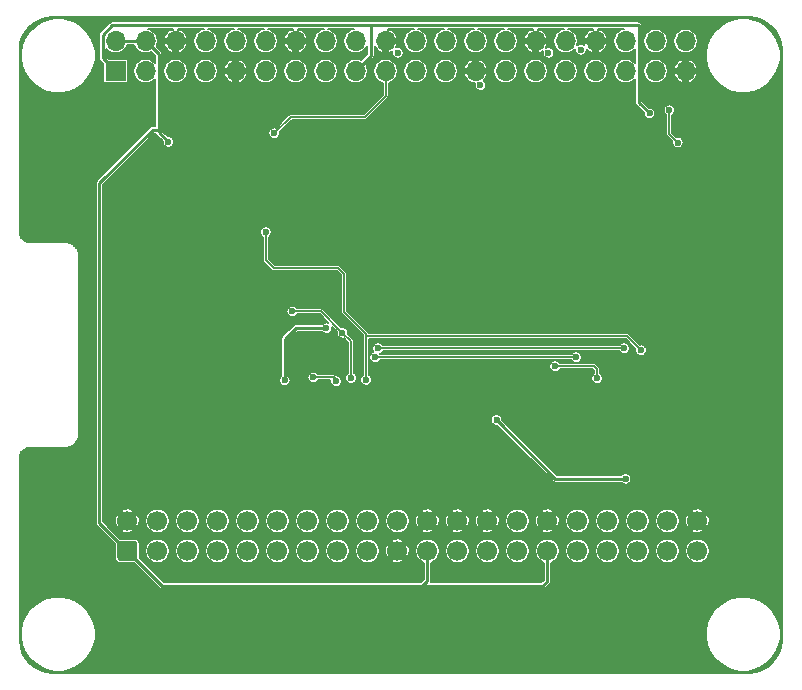
<source format=gbl>
%TF.GenerationSoftware,KiCad,Pcbnew,5.1.6*%
%TF.CreationDate,2020-07-11T21:42:10+02:00*%
%TF.ProjectId,IDEHat,49444548-6174-42e6-9b69-6361645f7063,rev?*%
%TF.SameCoordinates,Original*%
%TF.FileFunction,Copper,L2,Bot*%
%TF.FilePolarity,Positive*%
%FSLAX46Y46*%
G04 Gerber Fmt 4.6, Leading zero omitted, Abs format (unit mm)*
G04 Created by KiCad (PCBNEW 5.1.6) date 2020-07-11 21:42:10*
%MOMM*%
%LPD*%
G01*
G04 APERTURE LIST*
%TA.AperFunction,ComponentPad*%
%ADD10C,1.700000*%
%TD*%
%TA.AperFunction,ComponentPad*%
%ADD11R,1.700000X1.700000*%
%TD*%
%TA.AperFunction,ComponentPad*%
%ADD12O,1.700000X1.700000*%
%TD*%
%TA.AperFunction,ViaPad*%
%ADD13C,0.600000*%
%TD*%
%TA.AperFunction,Conductor*%
%ADD14C,0.254000*%
%TD*%
%TA.AperFunction,Conductor*%
%ADD15C,0.127000*%
%TD*%
G04 APERTURE END LIST*
D10*
%TO.P,J2,40*%
%TO.N,GND*%
X102494241Y-171047564D03*
%TO.P,J2,38*%
%TO.N,/CS1*%
X99954241Y-171047564D03*
%TO.P,J2,36*%
%TO.N,/DA2*%
X97414241Y-171047564D03*
%TO.P,J2,34*%
%TO.N,Net-(J2-Pad34)*%
X94874241Y-171047564D03*
%TO.P,J2,32*%
%TO.N,Net-(J2-Pad32)*%
X92334241Y-171047564D03*
%TO.P,J2,30*%
%TO.N,GND*%
X89794241Y-171047564D03*
%TO.P,J2,28*%
%TO.N,Net-(J2-Pad28)*%
X87254241Y-171047564D03*
%TO.P,J2,26*%
%TO.N,GND*%
X84714241Y-171047564D03*
%TO.P,J2,24*%
X82174241Y-171047564D03*
%TO.P,J2,22*%
X79634241Y-171047564D03*
%TO.P,J2,20*%
%TO.N,Net-(J2-Pad20)*%
X77094241Y-171047564D03*
%TO.P,J2,18*%
%TO.N,/D15*%
X74554241Y-171047564D03*
%TO.P,J2,16*%
%TO.N,/D14*%
X72014241Y-171047564D03*
%TO.P,J2,14*%
%TO.N,/D13*%
X69474241Y-171047564D03*
%TO.P,J2,12*%
%TO.N,/D12*%
X66934241Y-171047564D03*
%TO.P,J2,10*%
%TO.N,/D11*%
X64394241Y-171047564D03*
%TO.P,J2,8*%
%TO.N,/D10*%
X61854241Y-171047564D03*
%TO.P,J2,6*%
%TO.N,/D9*%
X59314241Y-171047564D03*
%TO.P,J2,4*%
%TO.N,/D8*%
X56774241Y-171047564D03*
%TO.P,J2,2*%
%TO.N,GND*%
X54234241Y-171047564D03*
%TO.P,J2,39*%
%TO.N,/ACTIVE*%
X102494241Y-173587564D03*
%TO.P,J2,37*%
%TO.N,/CS0*%
X99954241Y-173587564D03*
%TO.P,J2,35*%
%TO.N,/DA0*%
X97414241Y-173587564D03*
%TO.P,J2,33*%
%TO.N,/DA1*%
X94874241Y-173587564D03*
%TO.P,J2,31*%
%TO.N,/IRQ*%
X92334241Y-173587564D03*
%TO.P,J2,29*%
%TO.N,+5V*%
X89794241Y-173587564D03*
%TO.P,J2,27*%
%TO.N,/IO_CH_RD*%
X87254241Y-173587564D03*
%TO.P,J2,25*%
%TO.N,/IOR*%
X84714241Y-173587564D03*
%TO.P,J2,23*%
%TO.N,/IOW*%
X82174241Y-173587564D03*
%TO.P,J2,21*%
%TO.N,+5V*%
X79634241Y-173587564D03*
%TO.P,J2,19*%
%TO.N,GND*%
X77094241Y-173587564D03*
%TO.P,J2,17*%
%TO.N,/D0*%
X74554241Y-173587564D03*
%TO.P,J2,15*%
%TO.N,/D1*%
X72014241Y-173587564D03*
%TO.P,J2,13*%
%TO.N,/D2*%
X69474241Y-173587564D03*
%TO.P,J2,11*%
%TO.N,/D3*%
X66934241Y-173587564D03*
%TO.P,J2,9*%
%TO.N,/D4*%
X64394241Y-173587564D03*
%TO.P,J2,7*%
%TO.N,/D5*%
X61854241Y-173587564D03*
%TO.P,J2,5*%
%TO.N,/D6*%
X59314241Y-173587564D03*
%TO.P,J2,3*%
%TO.N,/D7*%
X56774241Y-173587564D03*
%TO.P,J2,1*%
%TO.N,+5V*%
%TA.AperFunction,ComponentPad*%
G36*
G01*
X54834241Y-174437564D02*
X53634241Y-174437564D01*
G75*
G02*
X53384241Y-174187564I0J250000D01*
G01*
X53384241Y-172987564D01*
G75*
G02*
X53634241Y-172737564I250000J0D01*
G01*
X54834241Y-172737564D01*
G75*
G02*
X55084241Y-172987564I0J-250000D01*
G01*
X55084241Y-174187564D01*
G75*
G02*
X54834241Y-174437564I-250000J0D01*
G01*
G37*
%TD.AperFunction*%
%TD*%
D11*
%TO.P,J1,1*%
%TO.N,+3V3*%
X53245628Y-132969876D03*
D12*
%TO.P,J1,2*%
%TO.N,+5V*%
X53245628Y-130429876D03*
%TO.P,J1,3*%
%TO.N,Net-(J1-Pad3)*%
X55785628Y-132969876D03*
%TO.P,J1,4*%
%TO.N,+5V*%
X55785628Y-130429876D03*
%TO.P,J1,5*%
%TO.N,Net-(J1-Pad5)*%
X58325628Y-132969876D03*
%TO.P,J1,6*%
%TO.N,GND*%
X58325628Y-130429876D03*
%TO.P,J1,7*%
%TO.N,Net-(J1-Pad7)*%
X60865628Y-132969876D03*
%TO.P,J1,8*%
%TO.N,Net-(J1-Pad8)*%
X60865628Y-130429876D03*
%TO.P,J1,9*%
%TO.N,GND*%
X63405628Y-132969876D03*
%TO.P,J1,10*%
%TO.N,Net-(J1-Pad10)*%
X63405628Y-130429876D03*
%TO.P,J1,11*%
%TO.N,Net-(J1-Pad11)*%
X65945628Y-132969876D03*
%TO.P,J1,12*%
%TO.N,Net-(J1-Pad12)*%
X65945628Y-130429876D03*
%TO.P,J1,13*%
%TO.N,Net-(J1-Pad13)*%
X68485628Y-132969876D03*
%TO.P,J1,14*%
%TO.N,GND*%
X68485628Y-130429876D03*
%TO.P,J1,15*%
%TO.N,Net-(J1-Pad15)*%
X71025628Y-132969876D03*
%TO.P,J1,16*%
%TO.N,Net-(J1-Pad16)*%
X71025628Y-130429876D03*
%TO.P,J1,17*%
%TO.N,+3V3*%
X73565628Y-132969876D03*
%TO.P,J1,18*%
%TO.N,Net-(J1-Pad18)*%
X73565628Y-130429876D03*
%TO.P,J1,19*%
%TO.N,/3V_MOSI*%
X76105628Y-132969876D03*
%TO.P,J1,20*%
%TO.N,GND*%
X76105628Y-130429876D03*
%TO.P,J1,21*%
%TO.N,/3V_MISO*%
X78645628Y-132969876D03*
%TO.P,J1,22*%
%TO.N,Net-(J1-Pad22)*%
X78645628Y-130429876D03*
%TO.P,J1,23*%
%TO.N,/3V_SCK*%
X81185628Y-132969876D03*
%TO.P,J1,24*%
%TO.N,Net-(J1-Pad24)*%
X81185628Y-130429876D03*
%TO.P,J1,25*%
%TO.N,GND*%
X83725628Y-132969876D03*
%TO.P,J1,26*%
%TO.N,/3V_CS*%
X83725628Y-130429876D03*
%TO.P,J1,27*%
%TO.N,/ID_SD*%
X86265628Y-132969876D03*
%TO.P,J1,28*%
%TO.N,/ID_SC*%
X86265628Y-130429876D03*
%TO.P,J1,29*%
%TO.N,Net-(J1-Pad29)*%
X88805628Y-132969876D03*
%TO.P,J1,30*%
%TO.N,GND*%
X88805628Y-130429876D03*
%TO.P,J1,31*%
%TO.N,Net-(J1-Pad31)*%
X91345628Y-132969876D03*
%TO.P,J1,32*%
%TO.N,Net-(J1-Pad32)*%
X91345628Y-130429876D03*
%TO.P,J1,33*%
%TO.N,Net-(J1-Pad33)*%
X93885628Y-132969876D03*
%TO.P,J1,34*%
%TO.N,GND*%
X93885628Y-130429876D03*
%TO.P,J1,35*%
%TO.N,Net-(J1-Pad35)*%
X96425628Y-132969876D03*
%TO.P,J1,36*%
%TO.N,Net-(J1-Pad36)*%
X96425628Y-130429876D03*
%TO.P,J1,37*%
%TO.N,Net-(J1-Pad37)*%
X98965628Y-132969876D03*
%TO.P,J1,38*%
%TO.N,Net-(J1-Pad38)*%
X98965628Y-130429876D03*
%TO.P,J1,39*%
%TO.N,GND*%
X101505628Y-132969876D03*
%TO.P,J1,40*%
%TO.N,Net-(J1-Pad40)*%
X101505628Y-130429876D03*
%TD*%
D13*
%TO.N,*%
X84134241Y-134177566D03*
X77134240Y-131427565D03*
X89884241Y-131427564D03*
X92634241Y-131177564D03*
%TO.N,+5V*%
X57704241Y-138967565D03*
X67558842Y-159155364D03*
X71089441Y-154735765D03*
%TO.N,+3V3*%
X98444242Y-136557564D03*
%TO.N,/ID_SC*%
X100124240Y-136277565D03*
X100846554Y-139019876D03*
%TO.N,GND*%
X101494242Y-140657566D03*
X69463841Y-142442164D03*
X62605841Y-146633165D03*
X71800641Y-152754564D03*
X74366041Y-152729165D03*
X96311641Y-152830764D03*
X92628641Y-159206165D03*
X95168641Y-152830765D03*
X69590841Y-162330365D03*
X75585241Y-149350965D03*
X71927641Y-149165265D03*
X103134241Y-183177564D03*
X101134241Y-183177564D03*
X99134241Y-183177565D03*
X97134241Y-183177564D03*
X95134241Y-183177564D03*
X93134241Y-183177564D03*
X91134240Y-183177565D03*
X89134241Y-183177564D03*
X87134241Y-183177565D03*
X85134242Y-183177564D03*
X83134241Y-183177564D03*
X81134241Y-183177564D03*
X79134241Y-183177564D03*
X77134241Y-183177564D03*
X75134241Y-183177564D03*
X73134241Y-183177565D03*
X71134241Y-183177564D03*
X69134241Y-183177564D03*
X67134241Y-183177565D03*
X65134241Y-183177564D03*
X63134241Y-183177564D03*
X61134241Y-183177564D03*
X59134240Y-183177565D03*
X57134241Y-183177564D03*
X55134241Y-183177565D03*
X53134242Y-183177564D03*
X46134242Y-177177565D03*
X46134241Y-175177565D03*
X46134242Y-173177566D03*
X46134240Y-171177565D03*
X46134243Y-169177565D03*
X46134242Y-167177564D03*
X48134241Y-166177565D03*
X50134241Y-166177566D03*
X50134241Y-166177566D03*
X51134242Y-164177566D03*
X51134241Y-162177565D03*
X51134241Y-160177564D03*
X51134242Y-158177564D03*
X51134241Y-156177564D03*
X51134242Y-154177565D03*
X51134241Y-152177565D03*
X51134242Y-150177566D03*
X51134241Y-148177565D03*
X50134240Y-146177565D03*
X48134241Y-146177564D03*
X46134242Y-145177565D03*
X46134241Y-143177565D03*
X46134242Y-141177566D03*
X46134240Y-139177565D03*
X46134243Y-137177565D03*
X46134242Y-135177564D03*
X48134241Y-135177565D03*
X50134241Y-135177564D03*
X62134242Y-134177566D03*
X103134241Y-134177565D03*
X109134241Y-135177564D03*
X109134240Y-137177565D03*
X109134241Y-141177566D03*
X109134241Y-143177563D03*
X109134241Y-145177565D03*
X109134241Y-147177565D03*
X109134241Y-149177565D03*
X109134241Y-151177564D03*
X109134241Y-153177564D03*
X109134240Y-155177565D03*
X109134241Y-157177563D03*
X109134241Y-159177565D03*
X109134241Y-161177565D03*
X109134242Y-163177564D03*
X109134241Y-165177565D03*
X109134241Y-167177564D03*
X109134240Y-169177565D03*
X109134241Y-171177564D03*
X109134241Y-173177566D03*
X109134241Y-175177563D03*
X67384241Y-131427565D03*
X102634241Y-131677565D03*
X109134241Y-177177565D03*
%TO.N,/DA2*%
X96413242Y-167486565D03*
X85491241Y-162508164D03*
%TO.N,/3V_MOSI*%
X66669840Y-138225764D03*
%TO.N,/CS*%
X90444241Y-157961564D03*
X94000241Y-158977565D03*
%TO.N,/SCK*%
X69971841Y-158901364D03*
X71902241Y-159231564D03*
X92222242Y-157199565D03*
X75204240Y-157199565D03*
%TO.N,/MOSI*%
X68193841Y-153313366D03*
X73172241Y-158952165D03*
X96286241Y-156437563D03*
X75458241Y-156437563D03*
X72448341Y-155129465D03*
%TO.N,/MISO*%
X65958641Y-146607765D03*
X74442241Y-159104564D03*
X97720628Y-156601952D03*
%TD*%
D14*
%TO.N,+5V*%
X56889628Y-131533879D02*
X55785626Y-130429877D01*
X57704241Y-138967565D02*
X56889628Y-138152952D01*
X55785626Y-130429877D02*
X53245627Y-130429878D01*
X56889628Y-138152952D02*
X56889628Y-137922178D01*
X56889628Y-137922178D02*
X56407028Y-137922177D01*
X56889628Y-137922178D02*
X56889628Y-131533879D01*
X56407028Y-137922177D02*
X51861642Y-142467564D01*
X51861641Y-171214964D02*
X54234241Y-173587564D01*
X51861642Y-142467564D02*
X51861641Y-171214964D01*
X54234241Y-173587564D02*
X57175641Y-176528964D01*
X57175641Y-176528964D02*
X76692841Y-176528965D01*
X89794241Y-176162965D02*
X89428241Y-176528964D01*
X89794241Y-173587565D02*
X89794241Y-176162965D01*
X79634241Y-176112165D02*
X79217441Y-176528964D01*
X79634241Y-173587564D02*
X79634241Y-176112165D01*
X79217441Y-176528964D02*
X89428241Y-176528964D01*
X76692841Y-176528965D02*
X79217441Y-176528964D01*
X67558842Y-159155364D02*
X67558841Y-156056564D01*
X67558841Y-156056564D02*
X67558842Y-155675565D01*
X68498642Y-154735764D02*
X71089441Y-154735765D01*
X67558842Y-155675565D02*
X68498642Y-154735764D01*
%TO.N,+3V3*%
X97529628Y-135642952D02*
X97529628Y-129092177D01*
X98444242Y-136557564D02*
X97529628Y-135642952D01*
X97529628Y-129092177D02*
X97525015Y-129087563D01*
X97525015Y-129087563D02*
X93044241Y-129087565D01*
X74844241Y-131691264D02*
X73565626Y-132969876D01*
X74844241Y-129087563D02*
X74844241Y-131691264D01*
X52141626Y-131865876D02*
X53245628Y-132969876D01*
X52141626Y-129899956D02*
X52141626Y-131865876D01*
X52954018Y-129087566D02*
X52141626Y-129899956D01*
X74844241Y-129087563D02*
X67044241Y-129087565D01*
X67044241Y-129087565D02*
X52954018Y-129087566D01*
X75044241Y-129087565D02*
X74844241Y-129087563D01*
X88044241Y-129087566D02*
X75044241Y-129087565D01*
X93044241Y-129087565D02*
X88044241Y-129087566D01*
D15*
%TO.N,/ID_SC*%
X100124240Y-138297564D02*
X100846554Y-139019876D01*
X100124240Y-136277565D02*
X100124240Y-138297564D01*
D14*
%TO.N,/DA2*%
X96413242Y-167486565D02*
X90749040Y-167486565D01*
X90469642Y-167486564D02*
X90749040Y-167486565D01*
X85491241Y-162508164D02*
X90469642Y-167486564D01*
D15*
%TO.N,/3V_MOSI*%
X76105627Y-132969876D02*
X76105627Y-135063778D01*
X76105627Y-135063778D02*
X74340641Y-136828763D01*
X68066841Y-136828766D02*
X66669840Y-138225764D01*
X74340641Y-136828763D02*
X68066841Y-136828766D01*
%TO.N,/CS*%
X90444241Y-157961564D02*
X93238241Y-157961565D01*
X93238241Y-157961565D02*
X93746241Y-157961565D01*
X94000241Y-158215564D02*
X94000241Y-158977565D01*
X93746241Y-157961565D02*
X94000241Y-158215564D01*
%TO.N,/SCK*%
X69971841Y-158901364D02*
X71749841Y-158901364D01*
X71902241Y-159053764D02*
X71902241Y-159231564D01*
X71749841Y-158901364D02*
X71902241Y-159053764D01*
X92222242Y-157199565D02*
X76220241Y-157199564D01*
X76220241Y-157199564D02*
X75204240Y-157199565D01*
%TO.N,/MOSI*%
X68193841Y-153313366D02*
X70632241Y-153313365D01*
X73172241Y-155853365D02*
X73172241Y-158952165D01*
X96286241Y-156437563D02*
X75458241Y-156437563D01*
X72448341Y-155129465D02*
X73172241Y-155853365D01*
X70632241Y-153313365D02*
X72448341Y-155129465D01*
%TO.N,/MISO*%
X65958641Y-146607765D02*
X65958640Y-148995365D01*
X65958640Y-148995365D02*
X66619041Y-149655764D01*
X66619041Y-149655764D02*
X72080041Y-149655765D01*
X72080041Y-149655765D02*
X72588042Y-150163765D01*
X72588042Y-150163765D02*
X72588042Y-153364166D01*
X72588042Y-153364166D02*
X74442241Y-155218364D01*
X74442241Y-155218364D02*
X74442241Y-157453563D01*
X74442241Y-157453563D02*
X74442241Y-159104564D01*
X74442241Y-155421563D02*
X96540241Y-155421565D01*
X96540241Y-155421565D02*
X97720628Y-156601952D01*
X74442241Y-157453563D02*
X74442241Y-155421563D01*
%TD*%
%TO.N,GND*%
G36*
X107428395Y-128450062D02*
G01*
X107943750Y-128605657D01*
X108419074Y-128858392D01*
X108836252Y-129198634D01*
X109179401Y-129613429D01*
X109435446Y-130086974D01*
X109594635Y-130601228D01*
X109652098Y-131147953D01*
X109652127Y-131156139D01*
X109652129Y-181144108D01*
X109598442Y-181691643D01*
X109442847Y-182207000D01*
X109190111Y-182682324D01*
X108849869Y-183099501D01*
X108435075Y-183442649D01*
X107961529Y-183698693D01*
X107447265Y-183857883D01*
X106900548Y-183915344D01*
X106891788Y-183915375D01*
X106891758Y-183915378D01*
X47904387Y-183915376D01*
X47356862Y-183861690D01*
X46841505Y-183706095D01*
X46366181Y-183453360D01*
X45949003Y-183113118D01*
X45605855Y-182698322D01*
X45349809Y-182224774D01*
X45190620Y-181710516D01*
X45133159Y-181163796D01*
X45133128Y-181155036D01*
X45133128Y-180344299D01*
X45229127Y-180344299D01*
X45229127Y-180967455D01*
X45350698Y-181578636D01*
X45589170Y-182154356D01*
X45935376Y-182672491D01*
X46376013Y-183113128D01*
X46894148Y-183459334D01*
X47469868Y-183697806D01*
X48081049Y-183819377D01*
X48704205Y-183819377D01*
X49315386Y-183697806D01*
X49891106Y-183459334D01*
X50409241Y-183113128D01*
X50849878Y-182672491D01*
X51196084Y-182154356D01*
X51434556Y-181578636D01*
X51556127Y-180967455D01*
X51556127Y-180344299D01*
X51556127Y-180344297D01*
X103229128Y-180344297D01*
X103229128Y-180967453D01*
X103350699Y-181578634D01*
X103589171Y-182154354D01*
X103935377Y-182672489D01*
X104376014Y-183113126D01*
X104894149Y-183459332D01*
X105469869Y-183697804D01*
X106081050Y-183819375D01*
X106704206Y-183819375D01*
X107315387Y-183697804D01*
X107891107Y-183459332D01*
X108409242Y-183113126D01*
X108849879Y-182672489D01*
X109196085Y-182154354D01*
X109434557Y-181578634D01*
X109556128Y-180967453D01*
X109556128Y-180344297D01*
X109434557Y-179733116D01*
X109196085Y-179157396D01*
X108849879Y-178639261D01*
X108409242Y-178198624D01*
X107891107Y-177852418D01*
X107315387Y-177613946D01*
X106704206Y-177492375D01*
X106081050Y-177492375D01*
X105469869Y-177613946D01*
X104894149Y-177852418D01*
X104376014Y-178198624D01*
X103935377Y-178639261D01*
X103589171Y-179157396D01*
X103350699Y-179733116D01*
X103229128Y-180344297D01*
X51556127Y-180344297D01*
X51434556Y-179733118D01*
X51196084Y-179157398D01*
X50849878Y-178639263D01*
X50409241Y-178198626D01*
X49891106Y-177852420D01*
X49315386Y-177613948D01*
X48704205Y-177492377D01*
X48081049Y-177492377D01*
X47469868Y-177613948D01*
X46894148Y-177852420D01*
X46376013Y-178198626D01*
X45935376Y-178639263D01*
X45589170Y-179157398D01*
X45350698Y-179733118D01*
X45229127Y-180344299D01*
X45133128Y-180344299D01*
X45133127Y-171214964D01*
X51542605Y-171214964D01*
X51544141Y-171230559D01*
X51548735Y-171277204D01*
X51566890Y-171337053D01*
X51596372Y-171392210D01*
X51636048Y-171440556D01*
X51648165Y-171450500D01*
X53192820Y-172995156D01*
X53192820Y-174187564D01*
X53201302Y-174273681D01*
X53226421Y-174356489D01*
X53267213Y-174432804D01*
X53322109Y-174499696D01*
X53389001Y-174554592D01*
X53465316Y-174595384D01*
X53548124Y-174620503D01*
X53634241Y-174628985D01*
X54826650Y-174628985D01*
X56940108Y-176742444D01*
X56950048Y-176754556D01*
X56962160Y-176764496D01*
X56962162Y-176764498D01*
X56998394Y-176794233D01*
X57053551Y-176823715D01*
X57113400Y-176841870D01*
X57175641Y-176848000D01*
X57191247Y-176846463D01*
X76677246Y-176846465D01*
X76708436Y-176846465D01*
X79201835Y-176846463D01*
X79201845Y-176846464D01*
X79201848Y-176846464D01*
X79217441Y-176848000D01*
X79233037Y-176846464D01*
X89412648Y-176846464D01*
X89428241Y-176848000D01*
X89443837Y-176846464D01*
X89490482Y-176841870D01*
X89550331Y-176823715D01*
X89605488Y-176794233D01*
X89653834Y-176754557D01*
X89663782Y-176742435D01*
X90007716Y-176398503D01*
X90019834Y-176388558D01*
X90059510Y-176340212D01*
X90088992Y-176285055D01*
X90107147Y-176225206D01*
X90111741Y-176178561D01*
X90111741Y-176178559D01*
X90113277Y-176162966D01*
X90111741Y-176147373D01*
X90111741Y-174582281D01*
X90287103Y-174509644D01*
X90457521Y-174395773D01*
X90602450Y-174250844D01*
X90716321Y-174080426D01*
X90794756Y-173891067D01*
X90834741Y-173690044D01*
X90834741Y-173485084D01*
X91293741Y-173485084D01*
X91293741Y-173690044D01*
X91333726Y-173891067D01*
X91412161Y-174080426D01*
X91526032Y-174250844D01*
X91670961Y-174395773D01*
X91841379Y-174509644D01*
X92030738Y-174588079D01*
X92231761Y-174628064D01*
X92436721Y-174628064D01*
X92637744Y-174588079D01*
X92827103Y-174509644D01*
X92997521Y-174395773D01*
X93142450Y-174250844D01*
X93256321Y-174080426D01*
X93334756Y-173891067D01*
X93374741Y-173690044D01*
X93374741Y-173485084D01*
X93833741Y-173485084D01*
X93833741Y-173690044D01*
X93873726Y-173891067D01*
X93952161Y-174080426D01*
X94066032Y-174250844D01*
X94210961Y-174395773D01*
X94381379Y-174509644D01*
X94570738Y-174588079D01*
X94771761Y-174628064D01*
X94976721Y-174628064D01*
X95177744Y-174588079D01*
X95367103Y-174509644D01*
X95537521Y-174395773D01*
X95682450Y-174250844D01*
X95796321Y-174080426D01*
X95874756Y-173891067D01*
X95914741Y-173690044D01*
X95914741Y-173485084D01*
X96373741Y-173485084D01*
X96373741Y-173690044D01*
X96413726Y-173891067D01*
X96492161Y-174080426D01*
X96606032Y-174250844D01*
X96750961Y-174395773D01*
X96921379Y-174509644D01*
X97110738Y-174588079D01*
X97311761Y-174628064D01*
X97516721Y-174628064D01*
X97717744Y-174588079D01*
X97907103Y-174509644D01*
X98077521Y-174395773D01*
X98222450Y-174250844D01*
X98336321Y-174080426D01*
X98414756Y-173891067D01*
X98454741Y-173690044D01*
X98454741Y-173485084D01*
X98913741Y-173485084D01*
X98913741Y-173690044D01*
X98953726Y-173891067D01*
X99032161Y-174080426D01*
X99146032Y-174250844D01*
X99290961Y-174395773D01*
X99461379Y-174509644D01*
X99650738Y-174588079D01*
X99851761Y-174628064D01*
X100056721Y-174628064D01*
X100257744Y-174588079D01*
X100447103Y-174509644D01*
X100617521Y-174395773D01*
X100762450Y-174250844D01*
X100876321Y-174080426D01*
X100954756Y-173891067D01*
X100994741Y-173690044D01*
X100994741Y-173485084D01*
X101453741Y-173485084D01*
X101453741Y-173690044D01*
X101493726Y-173891067D01*
X101572161Y-174080426D01*
X101686032Y-174250844D01*
X101830961Y-174395773D01*
X102001379Y-174509644D01*
X102190738Y-174588079D01*
X102391761Y-174628064D01*
X102596721Y-174628064D01*
X102797744Y-174588079D01*
X102987103Y-174509644D01*
X103157521Y-174395773D01*
X103302450Y-174250844D01*
X103416321Y-174080426D01*
X103494756Y-173891067D01*
X103534741Y-173690044D01*
X103534741Y-173485084D01*
X103494756Y-173284061D01*
X103416321Y-173094702D01*
X103302450Y-172924284D01*
X103157521Y-172779355D01*
X102987103Y-172665484D01*
X102797744Y-172587049D01*
X102596721Y-172547064D01*
X102391761Y-172547064D01*
X102190738Y-172587049D01*
X102001379Y-172665484D01*
X101830961Y-172779355D01*
X101686032Y-172924284D01*
X101572161Y-173094702D01*
X101493726Y-173284061D01*
X101453741Y-173485084D01*
X100994741Y-173485084D01*
X100954756Y-173284061D01*
X100876321Y-173094702D01*
X100762450Y-172924284D01*
X100617521Y-172779355D01*
X100447103Y-172665484D01*
X100257744Y-172587049D01*
X100056721Y-172547064D01*
X99851761Y-172547064D01*
X99650738Y-172587049D01*
X99461379Y-172665484D01*
X99290961Y-172779355D01*
X99146032Y-172924284D01*
X99032161Y-173094702D01*
X98953726Y-173284061D01*
X98913741Y-173485084D01*
X98454741Y-173485084D01*
X98414756Y-173284061D01*
X98336321Y-173094702D01*
X98222450Y-172924284D01*
X98077521Y-172779355D01*
X97907103Y-172665484D01*
X97717744Y-172587049D01*
X97516721Y-172547064D01*
X97311761Y-172547064D01*
X97110738Y-172587049D01*
X96921379Y-172665484D01*
X96750961Y-172779355D01*
X96606032Y-172924284D01*
X96492161Y-173094702D01*
X96413726Y-173284061D01*
X96373741Y-173485084D01*
X95914741Y-173485084D01*
X95874756Y-173284061D01*
X95796321Y-173094702D01*
X95682450Y-172924284D01*
X95537521Y-172779355D01*
X95367103Y-172665484D01*
X95177744Y-172587049D01*
X94976721Y-172547064D01*
X94771761Y-172547064D01*
X94570738Y-172587049D01*
X94381379Y-172665484D01*
X94210961Y-172779355D01*
X94066032Y-172924284D01*
X93952161Y-173094702D01*
X93873726Y-173284061D01*
X93833741Y-173485084D01*
X93374741Y-173485084D01*
X93334756Y-173284061D01*
X93256321Y-173094702D01*
X93142450Y-172924284D01*
X92997521Y-172779355D01*
X92827103Y-172665484D01*
X92637744Y-172587049D01*
X92436721Y-172547064D01*
X92231761Y-172547064D01*
X92030738Y-172587049D01*
X91841379Y-172665484D01*
X91670961Y-172779355D01*
X91526032Y-172924284D01*
X91412161Y-173094702D01*
X91333726Y-173284061D01*
X91293741Y-173485084D01*
X90834741Y-173485084D01*
X90794756Y-173284061D01*
X90716321Y-173094702D01*
X90602450Y-172924284D01*
X90457521Y-172779355D01*
X90287103Y-172665484D01*
X90097744Y-172587049D01*
X89896721Y-172547064D01*
X89691761Y-172547064D01*
X89490738Y-172587049D01*
X89301379Y-172665484D01*
X89130961Y-172779355D01*
X88986032Y-172924284D01*
X88872161Y-173094702D01*
X88793726Y-173284061D01*
X88753741Y-173485084D01*
X88753741Y-173690044D01*
X88793726Y-173891067D01*
X88872161Y-174080426D01*
X88986032Y-174250844D01*
X89130961Y-174395773D01*
X89301379Y-174509644D01*
X89476741Y-174582281D01*
X89476742Y-176031451D01*
X89296729Y-176211464D01*
X79935906Y-176211464D01*
X79947147Y-176174406D01*
X79948274Y-176162966D01*
X79953278Y-176112166D01*
X79951741Y-176096563D01*
X79951741Y-174582281D01*
X80127103Y-174509644D01*
X80297521Y-174395773D01*
X80442450Y-174250844D01*
X80556321Y-174080426D01*
X80634756Y-173891067D01*
X80674741Y-173690044D01*
X80674741Y-173485084D01*
X81133741Y-173485084D01*
X81133741Y-173690044D01*
X81173726Y-173891067D01*
X81252161Y-174080426D01*
X81366032Y-174250844D01*
X81510961Y-174395773D01*
X81681379Y-174509644D01*
X81870738Y-174588079D01*
X82071761Y-174628064D01*
X82276721Y-174628064D01*
X82477744Y-174588079D01*
X82667103Y-174509644D01*
X82837521Y-174395773D01*
X82982450Y-174250844D01*
X83096321Y-174080426D01*
X83174756Y-173891067D01*
X83214741Y-173690044D01*
X83214741Y-173485084D01*
X83673741Y-173485084D01*
X83673741Y-173690044D01*
X83713726Y-173891067D01*
X83792161Y-174080426D01*
X83906032Y-174250844D01*
X84050961Y-174395773D01*
X84221379Y-174509644D01*
X84410738Y-174588079D01*
X84611761Y-174628064D01*
X84816721Y-174628064D01*
X85017744Y-174588079D01*
X85207103Y-174509644D01*
X85377521Y-174395773D01*
X85522450Y-174250844D01*
X85636321Y-174080426D01*
X85714756Y-173891067D01*
X85754741Y-173690044D01*
X85754741Y-173485084D01*
X86213741Y-173485084D01*
X86213741Y-173690044D01*
X86253726Y-173891067D01*
X86332161Y-174080426D01*
X86446032Y-174250844D01*
X86590961Y-174395773D01*
X86761379Y-174509644D01*
X86950738Y-174588079D01*
X87151761Y-174628064D01*
X87356721Y-174628064D01*
X87557744Y-174588079D01*
X87747103Y-174509644D01*
X87917521Y-174395773D01*
X88062450Y-174250844D01*
X88176321Y-174080426D01*
X88254756Y-173891067D01*
X88294741Y-173690044D01*
X88294741Y-173485084D01*
X88254756Y-173284061D01*
X88176321Y-173094702D01*
X88062450Y-172924284D01*
X87917521Y-172779355D01*
X87747103Y-172665484D01*
X87557744Y-172587049D01*
X87356721Y-172547064D01*
X87151761Y-172547064D01*
X86950738Y-172587049D01*
X86761379Y-172665484D01*
X86590961Y-172779355D01*
X86446032Y-172924284D01*
X86332161Y-173094702D01*
X86253726Y-173284061D01*
X86213741Y-173485084D01*
X85754741Y-173485084D01*
X85714756Y-173284061D01*
X85636321Y-173094702D01*
X85522450Y-172924284D01*
X85377521Y-172779355D01*
X85207103Y-172665484D01*
X85017744Y-172587049D01*
X84816721Y-172547064D01*
X84611761Y-172547064D01*
X84410738Y-172587049D01*
X84221379Y-172665484D01*
X84050961Y-172779355D01*
X83906032Y-172924284D01*
X83792161Y-173094702D01*
X83713726Y-173284061D01*
X83673741Y-173485084D01*
X83214741Y-173485084D01*
X83174756Y-173284061D01*
X83096321Y-173094702D01*
X82982450Y-172924284D01*
X82837521Y-172779355D01*
X82667103Y-172665484D01*
X82477744Y-172587049D01*
X82276721Y-172547064D01*
X82071761Y-172547064D01*
X81870738Y-172587049D01*
X81681379Y-172665484D01*
X81510961Y-172779355D01*
X81366032Y-172924284D01*
X81252161Y-173094702D01*
X81173726Y-173284061D01*
X81133741Y-173485084D01*
X80674741Y-173485084D01*
X80634756Y-173284061D01*
X80556321Y-173094702D01*
X80442450Y-172924284D01*
X80297521Y-172779355D01*
X80127103Y-172665484D01*
X79937744Y-172587049D01*
X79736721Y-172547064D01*
X79531761Y-172547064D01*
X79330738Y-172587049D01*
X79141379Y-172665484D01*
X78970961Y-172779355D01*
X78826032Y-172924284D01*
X78712161Y-173094702D01*
X78633726Y-173284061D01*
X78593741Y-173485084D01*
X78593741Y-173690044D01*
X78633726Y-173891067D01*
X78712161Y-174080426D01*
X78826032Y-174250844D01*
X78970961Y-174395773D01*
X79141379Y-174509644D01*
X79316741Y-174582281D01*
X79316742Y-175980651D01*
X79085929Y-176211464D01*
X76680852Y-176211466D01*
X57307154Y-176211464D01*
X55275662Y-174179973D01*
X55275662Y-173485084D01*
X55733741Y-173485084D01*
X55733741Y-173690044D01*
X55773726Y-173891067D01*
X55852161Y-174080426D01*
X55966032Y-174250844D01*
X56110961Y-174395773D01*
X56281379Y-174509644D01*
X56470738Y-174588079D01*
X56671761Y-174628064D01*
X56876721Y-174628064D01*
X57077744Y-174588079D01*
X57267103Y-174509644D01*
X57437521Y-174395773D01*
X57582450Y-174250844D01*
X57696321Y-174080426D01*
X57774756Y-173891067D01*
X57814741Y-173690044D01*
X57814741Y-173485084D01*
X58273741Y-173485084D01*
X58273741Y-173690044D01*
X58313726Y-173891067D01*
X58392161Y-174080426D01*
X58506032Y-174250844D01*
X58650961Y-174395773D01*
X58821379Y-174509644D01*
X59010738Y-174588079D01*
X59211761Y-174628064D01*
X59416721Y-174628064D01*
X59617744Y-174588079D01*
X59807103Y-174509644D01*
X59977521Y-174395773D01*
X60122450Y-174250844D01*
X60236321Y-174080426D01*
X60314756Y-173891067D01*
X60354741Y-173690044D01*
X60354741Y-173485084D01*
X60813741Y-173485084D01*
X60813741Y-173690044D01*
X60853726Y-173891067D01*
X60932161Y-174080426D01*
X61046032Y-174250844D01*
X61190961Y-174395773D01*
X61361379Y-174509644D01*
X61550738Y-174588079D01*
X61751761Y-174628064D01*
X61956721Y-174628064D01*
X62157744Y-174588079D01*
X62347103Y-174509644D01*
X62517521Y-174395773D01*
X62662450Y-174250844D01*
X62776321Y-174080426D01*
X62854756Y-173891067D01*
X62894741Y-173690044D01*
X62894741Y-173485084D01*
X63353741Y-173485084D01*
X63353741Y-173690044D01*
X63393726Y-173891067D01*
X63472161Y-174080426D01*
X63586032Y-174250844D01*
X63730961Y-174395773D01*
X63901379Y-174509644D01*
X64090738Y-174588079D01*
X64291761Y-174628064D01*
X64496721Y-174628064D01*
X64697744Y-174588079D01*
X64887103Y-174509644D01*
X65057521Y-174395773D01*
X65202450Y-174250844D01*
X65316321Y-174080426D01*
X65394756Y-173891067D01*
X65434741Y-173690044D01*
X65434741Y-173485084D01*
X65893741Y-173485084D01*
X65893741Y-173690044D01*
X65933726Y-173891067D01*
X66012161Y-174080426D01*
X66126032Y-174250844D01*
X66270961Y-174395773D01*
X66441379Y-174509644D01*
X66630738Y-174588079D01*
X66831761Y-174628064D01*
X67036721Y-174628064D01*
X67237744Y-174588079D01*
X67427103Y-174509644D01*
X67597521Y-174395773D01*
X67742450Y-174250844D01*
X67856321Y-174080426D01*
X67934756Y-173891067D01*
X67974741Y-173690044D01*
X67974741Y-173485084D01*
X68433741Y-173485084D01*
X68433741Y-173690044D01*
X68473726Y-173891067D01*
X68552161Y-174080426D01*
X68666032Y-174250844D01*
X68810961Y-174395773D01*
X68981379Y-174509644D01*
X69170738Y-174588079D01*
X69371761Y-174628064D01*
X69576721Y-174628064D01*
X69777744Y-174588079D01*
X69967103Y-174509644D01*
X70137521Y-174395773D01*
X70282450Y-174250844D01*
X70396321Y-174080426D01*
X70474756Y-173891067D01*
X70514741Y-173690044D01*
X70514741Y-173485084D01*
X70973741Y-173485084D01*
X70973741Y-173690044D01*
X71013726Y-173891067D01*
X71092161Y-174080426D01*
X71206032Y-174250844D01*
X71350961Y-174395773D01*
X71521379Y-174509644D01*
X71710738Y-174588079D01*
X71911761Y-174628064D01*
X72116721Y-174628064D01*
X72317744Y-174588079D01*
X72507103Y-174509644D01*
X72677521Y-174395773D01*
X72822450Y-174250844D01*
X72936321Y-174080426D01*
X73014756Y-173891067D01*
X73054741Y-173690044D01*
X73054741Y-173485084D01*
X73513741Y-173485084D01*
X73513741Y-173690044D01*
X73553726Y-173891067D01*
X73632161Y-174080426D01*
X73746032Y-174250844D01*
X73890961Y-174395773D01*
X74061379Y-174509644D01*
X74250738Y-174588079D01*
X74451761Y-174628064D01*
X74656721Y-174628064D01*
X74857744Y-174588079D01*
X75047103Y-174509644D01*
X75188865Y-174414920D01*
X76536293Y-174414920D01*
X76644096Y-174531234D01*
X76836846Y-174600921D01*
X77039488Y-174631665D01*
X77244234Y-174622285D01*
X77443216Y-174573140D01*
X77544386Y-174531234D01*
X77652189Y-174414920D01*
X77094241Y-173856972D01*
X76536293Y-174414920D01*
X75188865Y-174414920D01*
X75217521Y-174395773D01*
X75362450Y-174250844D01*
X75476321Y-174080426D01*
X75554756Y-173891067D01*
X75594741Y-173690044D01*
X75594741Y-173532811D01*
X76050140Y-173532811D01*
X76059520Y-173737557D01*
X76108665Y-173936539D01*
X76150571Y-174037709D01*
X76266885Y-174145512D01*
X76824833Y-173587564D01*
X77363649Y-173587564D01*
X77921597Y-174145512D01*
X78037911Y-174037709D01*
X78107598Y-173844959D01*
X78138342Y-173642317D01*
X78128962Y-173437571D01*
X78079817Y-173238589D01*
X78037911Y-173137419D01*
X77921597Y-173029616D01*
X77363649Y-173587564D01*
X76824833Y-173587564D01*
X76266885Y-173029616D01*
X76150571Y-173137419D01*
X76080884Y-173330169D01*
X76050140Y-173532811D01*
X75594741Y-173532811D01*
X75594741Y-173485084D01*
X75554756Y-173284061D01*
X75476321Y-173094702D01*
X75362450Y-172924284D01*
X75217521Y-172779355D01*
X75188866Y-172760208D01*
X76536293Y-172760208D01*
X77094241Y-173318156D01*
X77652189Y-172760208D01*
X77544386Y-172643894D01*
X77351636Y-172574207D01*
X77148994Y-172543463D01*
X76944248Y-172552843D01*
X76745266Y-172601988D01*
X76644096Y-172643894D01*
X76536293Y-172760208D01*
X75188866Y-172760208D01*
X75047103Y-172665484D01*
X74857744Y-172587049D01*
X74656721Y-172547064D01*
X74451761Y-172547064D01*
X74250738Y-172587049D01*
X74061379Y-172665484D01*
X73890961Y-172779355D01*
X73746032Y-172924284D01*
X73632161Y-173094702D01*
X73553726Y-173284061D01*
X73513741Y-173485084D01*
X73054741Y-173485084D01*
X73014756Y-173284061D01*
X72936321Y-173094702D01*
X72822450Y-172924284D01*
X72677521Y-172779355D01*
X72507103Y-172665484D01*
X72317744Y-172587049D01*
X72116721Y-172547064D01*
X71911761Y-172547064D01*
X71710738Y-172587049D01*
X71521379Y-172665484D01*
X71350961Y-172779355D01*
X71206032Y-172924284D01*
X71092161Y-173094702D01*
X71013726Y-173284061D01*
X70973741Y-173485084D01*
X70514741Y-173485084D01*
X70474756Y-173284061D01*
X70396321Y-173094702D01*
X70282450Y-172924284D01*
X70137521Y-172779355D01*
X69967103Y-172665484D01*
X69777744Y-172587049D01*
X69576721Y-172547064D01*
X69371761Y-172547064D01*
X69170738Y-172587049D01*
X68981379Y-172665484D01*
X68810961Y-172779355D01*
X68666032Y-172924284D01*
X68552161Y-173094702D01*
X68473726Y-173284061D01*
X68433741Y-173485084D01*
X67974741Y-173485084D01*
X67934756Y-173284061D01*
X67856321Y-173094702D01*
X67742450Y-172924284D01*
X67597521Y-172779355D01*
X67427103Y-172665484D01*
X67237744Y-172587049D01*
X67036721Y-172547064D01*
X66831761Y-172547064D01*
X66630738Y-172587049D01*
X66441379Y-172665484D01*
X66270961Y-172779355D01*
X66126032Y-172924284D01*
X66012161Y-173094702D01*
X65933726Y-173284061D01*
X65893741Y-173485084D01*
X65434741Y-173485084D01*
X65394756Y-173284061D01*
X65316321Y-173094702D01*
X65202450Y-172924284D01*
X65057521Y-172779355D01*
X64887103Y-172665484D01*
X64697744Y-172587049D01*
X64496721Y-172547064D01*
X64291761Y-172547064D01*
X64090738Y-172587049D01*
X63901379Y-172665484D01*
X63730961Y-172779355D01*
X63586032Y-172924284D01*
X63472161Y-173094702D01*
X63393726Y-173284061D01*
X63353741Y-173485084D01*
X62894741Y-173485084D01*
X62854756Y-173284061D01*
X62776321Y-173094702D01*
X62662450Y-172924284D01*
X62517521Y-172779355D01*
X62347103Y-172665484D01*
X62157744Y-172587049D01*
X61956721Y-172547064D01*
X61751761Y-172547064D01*
X61550738Y-172587049D01*
X61361379Y-172665484D01*
X61190961Y-172779355D01*
X61046032Y-172924284D01*
X60932161Y-173094702D01*
X60853726Y-173284061D01*
X60813741Y-173485084D01*
X60354741Y-173485084D01*
X60314756Y-173284061D01*
X60236321Y-173094702D01*
X60122450Y-172924284D01*
X59977521Y-172779355D01*
X59807103Y-172665484D01*
X59617744Y-172587049D01*
X59416721Y-172547064D01*
X59211761Y-172547064D01*
X59010738Y-172587049D01*
X58821379Y-172665484D01*
X58650961Y-172779355D01*
X58506032Y-172924284D01*
X58392161Y-173094702D01*
X58313726Y-173284061D01*
X58273741Y-173485084D01*
X57814741Y-173485084D01*
X57774756Y-173284061D01*
X57696321Y-173094702D01*
X57582450Y-172924284D01*
X57437521Y-172779355D01*
X57267103Y-172665484D01*
X57077744Y-172587049D01*
X56876721Y-172547064D01*
X56671761Y-172547064D01*
X56470738Y-172587049D01*
X56281379Y-172665484D01*
X56110961Y-172779355D01*
X55966032Y-172924284D01*
X55852161Y-173094702D01*
X55773726Y-173284061D01*
X55733741Y-173485084D01*
X55275662Y-173485084D01*
X55275662Y-172987564D01*
X55267180Y-172901447D01*
X55242061Y-172818639D01*
X55201269Y-172742324D01*
X55146373Y-172675432D01*
X55079481Y-172620536D01*
X55003166Y-172579744D01*
X54920358Y-172554625D01*
X54834241Y-172546143D01*
X53641833Y-172546143D01*
X52970610Y-171874920D01*
X53676293Y-171874920D01*
X53784096Y-171991234D01*
X53976846Y-172060921D01*
X54179488Y-172091665D01*
X54384234Y-172082285D01*
X54583216Y-172033140D01*
X54684386Y-171991234D01*
X54792189Y-171874920D01*
X54234241Y-171316972D01*
X53676293Y-171874920D01*
X52970610Y-171874920D01*
X52179140Y-171083451D01*
X52179140Y-170992811D01*
X53190140Y-170992811D01*
X53199520Y-171197557D01*
X53248665Y-171396539D01*
X53290571Y-171497709D01*
X53406885Y-171605512D01*
X53964833Y-171047564D01*
X54503649Y-171047564D01*
X55061597Y-171605512D01*
X55177911Y-171497709D01*
X55247598Y-171304959D01*
X55278342Y-171102317D01*
X55271139Y-170945084D01*
X55733741Y-170945084D01*
X55733741Y-171150044D01*
X55773726Y-171351067D01*
X55852161Y-171540426D01*
X55966032Y-171710844D01*
X56110961Y-171855773D01*
X56281379Y-171969644D01*
X56470738Y-172048079D01*
X56671761Y-172088064D01*
X56876721Y-172088064D01*
X57077744Y-172048079D01*
X57267103Y-171969644D01*
X57437521Y-171855773D01*
X57582450Y-171710844D01*
X57696321Y-171540426D01*
X57774756Y-171351067D01*
X57814741Y-171150044D01*
X57814741Y-170945084D01*
X58273741Y-170945084D01*
X58273741Y-171150044D01*
X58313726Y-171351067D01*
X58392161Y-171540426D01*
X58506032Y-171710844D01*
X58650961Y-171855773D01*
X58821379Y-171969644D01*
X59010738Y-172048079D01*
X59211761Y-172088064D01*
X59416721Y-172088064D01*
X59617744Y-172048079D01*
X59807103Y-171969644D01*
X59977521Y-171855773D01*
X60122450Y-171710844D01*
X60236321Y-171540426D01*
X60314756Y-171351067D01*
X60354741Y-171150044D01*
X60354741Y-170945084D01*
X60813741Y-170945084D01*
X60813741Y-171150044D01*
X60853726Y-171351067D01*
X60932161Y-171540426D01*
X61046032Y-171710844D01*
X61190961Y-171855773D01*
X61361379Y-171969644D01*
X61550738Y-172048079D01*
X61751761Y-172088064D01*
X61956721Y-172088064D01*
X62157744Y-172048079D01*
X62347103Y-171969644D01*
X62517521Y-171855773D01*
X62662450Y-171710844D01*
X62776321Y-171540426D01*
X62854756Y-171351067D01*
X62894741Y-171150044D01*
X62894741Y-170945084D01*
X63353741Y-170945084D01*
X63353741Y-171150044D01*
X63393726Y-171351067D01*
X63472161Y-171540426D01*
X63586032Y-171710844D01*
X63730961Y-171855773D01*
X63901379Y-171969644D01*
X64090738Y-172048079D01*
X64291761Y-172088064D01*
X64496721Y-172088064D01*
X64697744Y-172048079D01*
X64887103Y-171969644D01*
X65057521Y-171855773D01*
X65202450Y-171710844D01*
X65316321Y-171540426D01*
X65394756Y-171351067D01*
X65434741Y-171150044D01*
X65434741Y-170945084D01*
X65893741Y-170945084D01*
X65893741Y-171150044D01*
X65933726Y-171351067D01*
X66012161Y-171540426D01*
X66126032Y-171710844D01*
X66270961Y-171855773D01*
X66441379Y-171969644D01*
X66630738Y-172048079D01*
X66831761Y-172088064D01*
X67036721Y-172088064D01*
X67237744Y-172048079D01*
X67427103Y-171969644D01*
X67597521Y-171855773D01*
X67742450Y-171710844D01*
X67856321Y-171540426D01*
X67934756Y-171351067D01*
X67974741Y-171150044D01*
X67974741Y-170945084D01*
X68433741Y-170945084D01*
X68433741Y-171150044D01*
X68473726Y-171351067D01*
X68552161Y-171540426D01*
X68666032Y-171710844D01*
X68810961Y-171855773D01*
X68981379Y-171969644D01*
X69170738Y-172048079D01*
X69371761Y-172088064D01*
X69576721Y-172088064D01*
X69777744Y-172048079D01*
X69967103Y-171969644D01*
X70137521Y-171855773D01*
X70282450Y-171710844D01*
X70396321Y-171540426D01*
X70474756Y-171351067D01*
X70514741Y-171150044D01*
X70514741Y-170945084D01*
X70973741Y-170945084D01*
X70973741Y-171150044D01*
X71013726Y-171351067D01*
X71092161Y-171540426D01*
X71206032Y-171710844D01*
X71350961Y-171855773D01*
X71521379Y-171969644D01*
X71710738Y-172048079D01*
X71911761Y-172088064D01*
X72116721Y-172088064D01*
X72317744Y-172048079D01*
X72507103Y-171969644D01*
X72677521Y-171855773D01*
X72822450Y-171710844D01*
X72936321Y-171540426D01*
X73014756Y-171351067D01*
X73054741Y-171150044D01*
X73054741Y-170945084D01*
X73513741Y-170945084D01*
X73513741Y-171150044D01*
X73553726Y-171351067D01*
X73632161Y-171540426D01*
X73746032Y-171710844D01*
X73890961Y-171855773D01*
X74061379Y-171969644D01*
X74250738Y-172048079D01*
X74451761Y-172088064D01*
X74656721Y-172088064D01*
X74857744Y-172048079D01*
X75047103Y-171969644D01*
X75217521Y-171855773D01*
X75362450Y-171710844D01*
X75476321Y-171540426D01*
X75554756Y-171351067D01*
X75594741Y-171150044D01*
X75594741Y-170945084D01*
X76053741Y-170945084D01*
X76053741Y-171150044D01*
X76093726Y-171351067D01*
X76172161Y-171540426D01*
X76286032Y-171710844D01*
X76430961Y-171855773D01*
X76601379Y-171969644D01*
X76790738Y-172048079D01*
X76991761Y-172088064D01*
X77196721Y-172088064D01*
X77397744Y-172048079D01*
X77587103Y-171969644D01*
X77728865Y-171874920D01*
X79076293Y-171874920D01*
X79184096Y-171991234D01*
X79376846Y-172060921D01*
X79579488Y-172091665D01*
X79784234Y-172082285D01*
X79983216Y-172033140D01*
X80084386Y-171991234D01*
X80192189Y-171874920D01*
X81616293Y-171874920D01*
X81724096Y-171991234D01*
X81916846Y-172060921D01*
X82119488Y-172091665D01*
X82324234Y-172082285D01*
X82523216Y-172033140D01*
X82624386Y-171991234D01*
X82732189Y-171874920D01*
X84156293Y-171874920D01*
X84264096Y-171991234D01*
X84456846Y-172060921D01*
X84659488Y-172091665D01*
X84864234Y-172082285D01*
X85063216Y-172033140D01*
X85164386Y-171991234D01*
X85272189Y-171874920D01*
X84714241Y-171316972D01*
X84156293Y-171874920D01*
X82732189Y-171874920D01*
X82174241Y-171316972D01*
X81616293Y-171874920D01*
X80192189Y-171874920D01*
X79634241Y-171316972D01*
X79076293Y-171874920D01*
X77728865Y-171874920D01*
X77757521Y-171855773D01*
X77902450Y-171710844D01*
X78016321Y-171540426D01*
X78094756Y-171351067D01*
X78134741Y-171150044D01*
X78134741Y-170992811D01*
X78590140Y-170992811D01*
X78599520Y-171197557D01*
X78648665Y-171396539D01*
X78690571Y-171497709D01*
X78806885Y-171605512D01*
X79364833Y-171047564D01*
X79903649Y-171047564D01*
X80461597Y-171605512D01*
X80577911Y-171497709D01*
X80647598Y-171304959D01*
X80678342Y-171102317D01*
X80673326Y-170992811D01*
X81130140Y-170992811D01*
X81139520Y-171197557D01*
X81188665Y-171396539D01*
X81230571Y-171497709D01*
X81346885Y-171605512D01*
X81904833Y-171047564D01*
X82443649Y-171047564D01*
X83001597Y-171605512D01*
X83117911Y-171497709D01*
X83187598Y-171304959D01*
X83218342Y-171102317D01*
X83213326Y-170992811D01*
X83670140Y-170992811D01*
X83679520Y-171197557D01*
X83728665Y-171396539D01*
X83770571Y-171497709D01*
X83886885Y-171605512D01*
X84444833Y-171047564D01*
X84983649Y-171047564D01*
X85541597Y-171605512D01*
X85657911Y-171497709D01*
X85727598Y-171304959D01*
X85758342Y-171102317D01*
X85751139Y-170945084D01*
X86213741Y-170945084D01*
X86213741Y-171150044D01*
X86253726Y-171351067D01*
X86332161Y-171540426D01*
X86446032Y-171710844D01*
X86590961Y-171855773D01*
X86761379Y-171969644D01*
X86950738Y-172048079D01*
X87151761Y-172088064D01*
X87356721Y-172088064D01*
X87557744Y-172048079D01*
X87747103Y-171969644D01*
X87888865Y-171874920D01*
X89236293Y-171874920D01*
X89344096Y-171991234D01*
X89536846Y-172060921D01*
X89739488Y-172091665D01*
X89944234Y-172082285D01*
X90143216Y-172033140D01*
X90244386Y-171991234D01*
X90352189Y-171874920D01*
X89794241Y-171316972D01*
X89236293Y-171874920D01*
X87888865Y-171874920D01*
X87917521Y-171855773D01*
X88062450Y-171710844D01*
X88176321Y-171540426D01*
X88254756Y-171351067D01*
X88294741Y-171150044D01*
X88294741Y-170992811D01*
X88750140Y-170992811D01*
X88759520Y-171197557D01*
X88808665Y-171396539D01*
X88850571Y-171497709D01*
X88966885Y-171605512D01*
X89524833Y-171047564D01*
X90063649Y-171047564D01*
X90621597Y-171605512D01*
X90737911Y-171497709D01*
X90807598Y-171304959D01*
X90838342Y-171102317D01*
X90831139Y-170945084D01*
X91293741Y-170945084D01*
X91293741Y-171150044D01*
X91333726Y-171351067D01*
X91412161Y-171540426D01*
X91526032Y-171710844D01*
X91670961Y-171855773D01*
X91841379Y-171969644D01*
X92030738Y-172048079D01*
X92231761Y-172088064D01*
X92436721Y-172088064D01*
X92637744Y-172048079D01*
X92827103Y-171969644D01*
X92997521Y-171855773D01*
X93142450Y-171710844D01*
X93256321Y-171540426D01*
X93334756Y-171351067D01*
X93374741Y-171150044D01*
X93374741Y-170945084D01*
X93833741Y-170945084D01*
X93833741Y-171150044D01*
X93873726Y-171351067D01*
X93952161Y-171540426D01*
X94066032Y-171710844D01*
X94210961Y-171855773D01*
X94381379Y-171969644D01*
X94570738Y-172048079D01*
X94771761Y-172088064D01*
X94976721Y-172088064D01*
X95177744Y-172048079D01*
X95367103Y-171969644D01*
X95537521Y-171855773D01*
X95682450Y-171710844D01*
X95796321Y-171540426D01*
X95874756Y-171351067D01*
X95914741Y-171150044D01*
X95914741Y-170945084D01*
X96373741Y-170945084D01*
X96373741Y-171150044D01*
X96413726Y-171351067D01*
X96492161Y-171540426D01*
X96606032Y-171710844D01*
X96750961Y-171855773D01*
X96921379Y-171969644D01*
X97110738Y-172048079D01*
X97311761Y-172088064D01*
X97516721Y-172088064D01*
X97717744Y-172048079D01*
X97907103Y-171969644D01*
X98077521Y-171855773D01*
X98222450Y-171710844D01*
X98336321Y-171540426D01*
X98414756Y-171351067D01*
X98454741Y-171150044D01*
X98454741Y-170945084D01*
X98913741Y-170945084D01*
X98913741Y-171150044D01*
X98953726Y-171351067D01*
X99032161Y-171540426D01*
X99146032Y-171710844D01*
X99290961Y-171855773D01*
X99461379Y-171969644D01*
X99650738Y-172048079D01*
X99851761Y-172088064D01*
X100056721Y-172088064D01*
X100257744Y-172048079D01*
X100447103Y-171969644D01*
X100588865Y-171874920D01*
X101936293Y-171874920D01*
X102044096Y-171991234D01*
X102236846Y-172060921D01*
X102439488Y-172091665D01*
X102644234Y-172082285D01*
X102843216Y-172033140D01*
X102944386Y-171991234D01*
X103052189Y-171874920D01*
X102494241Y-171316972D01*
X101936293Y-171874920D01*
X100588865Y-171874920D01*
X100617521Y-171855773D01*
X100762450Y-171710844D01*
X100876321Y-171540426D01*
X100954756Y-171351067D01*
X100994741Y-171150044D01*
X100994741Y-170992811D01*
X101450140Y-170992811D01*
X101459520Y-171197557D01*
X101508665Y-171396539D01*
X101550571Y-171497709D01*
X101666885Y-171605512D01*
X102224833Y-171047564D01*
X102763649Y-171047564D01*
X103321597Y-171605512D01*
X103437911Y-171497709D01*
X103507598Y-171304959D01*
X103538342Y-171102317D01*
X103528962Y-170897571D01*
X103479817Y-170698589D01*
X103437911Y-170597419D01*
X103321597Y-170489616D01*
X102763649Y-171047564D01*
X102224833Y-171047564D01*
X101666885Y-170489616D01*
X101550571Y-170597419D01*
X101480884Y-170790169D01*
X101450140Y-170992811D01*
X100994741Y-170992811D01*
X100994741Y-170945084D01*
X100954756Y-170744061D01*
X100876321Y-170554702D01*
X100762450Y-170384284D01*
X100617521Y-170239355D01*
X100588866Y-170220208D01*
X101936293Y-170220208D01*
X102494241Y-170778156D01*
X103052189Y-170220208D01*
X102944386Y-170103894D01*
X102751636Y-170034207D01*
X102548994Y-170003463D01*
X102344248Y-170012843D01*
X102145266Y-170061988D01*
X102044096Y-170103894D01*
X101936293Y-170220208D01*
X100588866Y-170220208D01*
X100447103Y-170125484D01*
X100257744Y-170047049D01*
X100056721Y-170007064D01*
X99851761Y-170007064D01*
X99650738Y-170047049D01*
X99461379Y-170125484D01*
X99290961Y-170239355D01*
X99146032Y-170384284D01*
X99032161Y-170554702D01*
X98953726Y-170744061D01*
X98913741Y-170945084D01*
X98454741Y-170945084D01*
X98414756Y-170744061D01*
X98336321Y-170554702D01*
X98222450Y-170384284D01*
X98077521Y-170239355D01*
X97907103Y-170125484D01*
X97717744Y-170047049D01*
X97516721Y-170007064D01*
X97311761Y-170007064D01*
X97110738Y-170047049D01*
X96921379Y-170125484D01*
X96750961Y-170239355D01*
X96606032Y-170384284D01*
X96492161Y-170554702D01*
X96413726Y-170744061D01*
X96373741Y-170945084D01*
X95914741Y-170945084D01*
X95874756Y-170744061D01*
X95796321Y-170554702D01*
X95682450Y-170384284D01*
X95537521Y-170239355D01*
X95367103Y-170125484D01*
X95177744Y-170047049D01*
X94976721Y-170007064D01*
X94771761Y-170007064D01*
X94570738Y-170047049D01*
X94381379Y-170125484D01*
X94210961Y-170239355D01*
X94066032Y-170384284D01*
X93952161Y-170554702D01*
X93873726Y-170744061D01*
X93833741Y-170945084D01*
X93374741Y-170945084D01*
X93334756Y-170744061D01*
X93256321Y-170554702D01*
X93142450Y-170384284D01*
X92997521Y-170239355D01*
X92827103Y-170125484D01*
X92637744Y-170047049D01*
X92436721Y-170007064D01*
X92231761Y-170007064D01*
X92030738Y-170047049D01*
X91841379Y-170125484D01*
X91670961Y-170239355D01*
X91526032Y-170384284D01*
X91412161Y-170554702D01*
X91333726Y-170744061D01*
X91293741Y-170945084D01*
X90831139Y-170945084D01*
X90828962Y-170897571D01*
X90779817Y-170698589D01*
X90737911Y-170597419D01*
X90621597Y-170489616D01*
X90063649Y-171047564D01*
X89524833Y-171047564D01*
X88966885Y-170489616D01*
X88850571Y-170597419D01*
X88780884Y-170790169D01*
X88750140Y-170992811D01*
X88294741Y-170992811D01*
X88294741Y-170945084D01*
X88254756Y-170744061D01*
X88176321Y-170554702D01*
X88062450Y-170384284D01*
X87917521Y-170239355D01*
X87888866Y-170220208D01*
X89236293Y-170220208D01*
X89794241Y-170778156D01*
X90352189Y-170220208D01*
X90244386Y-170103894D01*
X90051636Y-170034207D01*
X89848994Y-170003463D01*
X89644248Y-170012843D01*
X89445266Y-170061988D01*
X89344096Y-170103894D01*
X89236293Y-170220208D01*
X87888866Y-170220208D01*
X87747103Y-170125484D01*
X87557744Y-170047049D01*
X87356721Y-170007064D01*
X87151761Y-170007064D01*
X86950738Y-170047049D01*
X86761379Y-170125484D01*
X86590961Y-170239355D01*
X86446032Y-170384284D01*
X86332161Y-170554702D01*
X86253726Y-170744061D01*
X86213741Y-170945084D01*
X85751139Y-170945084D01*
X85748962Y-170897571D01*
X85699817Y-170698589D01*
X85657911Y-170597419D01*
X85541597Y-170489616D01*
X84983649Y-171047564D01*
X84444833Y-171047564D01*
X83886885Y-170489616D01*
X83770571Y-170597419D01*
X83700884Y-170790169D01*
X83670140Y-170992811D01*
X83213326Y-170992811D01*
X83208962Y-170897571D01*
X83159817Y-170698589D01*
X83117911Y-170597419D01*
X83001597Y-170489616D01*
X82443649Y-171047564D01*
X81904833Y-171047564D01*
X81346885Y-170489616D01*
X81230571Y-170597419D01*
X81160884Y-170790169D01*
X81130140Y-170992811D01*
X80673326Y-170992811D01*
X80668962Y-170897571D01*
X80619817Y-170698589D01*
X80577911Y-170597419D01*
X80461597Y-170489616D01*
X79903649Y-171047564D01*
X79364833Y-171047564D01*
X78806885Y-170489616D01*
X78690571Y-170597419D01*
X78620884Y-170790169D01*
X78590140Y-170992811D01*
X78134741Y-170992811D01*
X78134741Y-170945084D01*
X78094756Y-170744061D01*
X78016321Y-170554702D01*
X77902450Y-170384284D01*
X77757521Y-170239355D01*
X77728866Y-170220208D01*
X79076293Y-170220208D01*
X79634241Y-170778156D01*
X80192189Y-170220208D01*
X81616293Y-170220208D01*
X82174241Y-170778156D01*
X82732189Y-170220208D01*
X84156293Y-170220208D01*
X84714241Y-170778156D01*
X85272189Y-170220208D01*
X85164386Y-170103894D01*
X84971636Y-170034207D01*
X84768994Y-170003463D01*
X84564248Y-170012843D01*
X84365266Y-170061988D01*
X84264096Y-170103894D01*
X84156293Y-170220208D01*
X82732189Y-170220208D01*
X82624386Y-170103894D01*
X82431636Y-170034207D01*
X82228994Y-170003463D01*
X82024248Y-170012843D01*
X81825266Y-170061988D01*
X81724096Y-170103894D01*
X81616293Y-170220208D01*
X80192189Y-170220208D01*
X80084386Y-170103894D01*
X79891636Y-170034207D01*
X79688994Y-170003463D01*
X79484248Y-170012843D01*
X79285266Y-170061988D01*
X79184096Y-170103894D01*
X79076293Y-170220208D01*
X77728866Y-170220208D01*
X77587103Y-170125484D01*
X77397744Y-170047049D01*
X77196721Y-170007064D01*
X76991761Y-170007064D01*
X76790738Y-170047049D01*
X76601379Y-170125484D01*
X76430961Y-170239355D01*
X76286032Y-170384284D01*
X76172161Y-170554702D01*
X76093726Y-170744061D01*
X76053741Y-170945084D01*
X75594741Y-170945084D01*
X75554756Y-170744061D01*
X75476321Y-170554702D01*
X75362450Y-170384284D01*
X75217521Y-170239355D01*
X75047103Y-170125484D01*
X74857744Y-170047049D01*
X74656721Y-170007064D01*
X74451761Y-170007064D01*
X74250738Y-170047049D01*
X74061379Y-170125484D01*
X73890961Y-170239355D01*
X73746032Y-170384284D01*
X73632161Y-170554702D01*
X73553726Y-170744061D01*
X73513741Y-170945084D01*
X73054741Y-170945084D01*
X73014756Y-170744061D01*
X72936321Y-170554702D01*
X72822450Y-170384284D01*
X72677521Y-170239355D01*
X72507103Y-170125484D01*
X72317744Y-170047049D01*
X72116721Y-170007064D01*
X71911761Y-170007064D01*
X71710738Y-170047049D01*
X71521379Y-170125484D01*
X71350961Y-170239355D01*
X71206032Y-170384284D01*
X71092161Y-170554702D01*
X71013726Y-170744061D01*
X70973741Y-170945084D01*
X70514741Y-170945084D01*
X70474756Y-170744061D01*
X70396321Y-170554702D01*
X70282450Y-170384284D01*
X70137521Y-170239355D01*
X69967103Y-170125484D01*
X69777744Y-170047049D01*
X69576721Y-170007064D01*
X69371761Y-170007064D01*
X69170738Y-170047049D01*
X68981379Y-170125484D01*
X68810961Y-170239355D01*
X68666032Y-170384284D01*
X68552161Y-170554702D01*
X68473726Y-170744061D01*
X68433741Y-170945084D01*
X67974741Y-170945084D01*
X67934756Y-170744061D01*
X67856321Y-170554702D01*
X67742450Y-170384284D01*
X67597521Y-170239355D01*
X67427103Y-170125484D01*
X67237744Y-170047049D01*
X67036721Y-170007064D01*
X66831761Y-170007064D01*
X66630738Y-170047049D01*
X66441379Y-170125484D01*
X66270961Y-170239355D01*
X66126032Y-170384284D01*
X66012161Y-170554702D01*
X65933726Y-170744061D01*
X65893741Y-170945084D01*
X65434741Y-170945084D01*
X65394756Y-170744061D01*
X65316321Y-170554702D01*
X65202450Y-170384284D01*
X65057521Y-170239355D01*
X64887103Y-170125484D01*
X64697744Y-170047049D01*
X64496721Y-170007064D01*
X64291761Y-170007064D01*
X64090738Y-170047049D01*
X63901379Y-170125484D01*
X63730961Y-170239355D01*
X63586032Y-170384284D01*
X63472161Y-170554702D01*
X63393726Y-170744061D01*
X63353741Y-170945084D01*
X62894741Y-170945084D01*
X62854756Y-170744061D01*
X62776321Y-170554702D01*
X62662450Y-170384284D01*
X62517521Y-170239355D01*
X62347103Y-170125484D01*
X62157744Y-170047049D01*
X61956721Y-170007064D01*
X61751761Y-170007064D01*
X61550738Y-170047049D01*
X61361379Y-170125484D01*
X61190961Y-170239355D01*
X61046032Y-170384284D01*
X60932161Y-170554702D01*
X60853726Y-170744061D01*
X60813741Y-170945084D01*
X60354741Y-170945084D01*
X60314756Y-170744061D01*
X60236321Y-170554702D01*
X60122450Y-170384284D01*
X59977521Y-170239355D01*
X59807103Y-170125484D01*
X59617744Y-170047049D01*
X59416721Y-170007064D01*
X59211761Y-170007064D01*
X59010738Y-170047049D01*
X58821379Y-170125484D01*
X58650961Y-170239355D01*
X58506032Y-170384284D01*
X58392161Y-170554702D01*
X58313726Y-170744061D01*
X58273741Y-170945084D01*
X57814741Y-170945084D01*
X57774756Y-170744061D01*
X57696321Y-170554702D01*
X57582450Y-170384284D01*
X57437521Y-170239355D01*
X57267103Y-170125484D01*
X57077744Y-170047049D01*
X56876721Y-170007064D01*
X56671761Y-170007064D01*
X56470738Y-170047049D01*
X56281379Y-170125484D01*
X56110961Y-170239355D01*
X55966032Y-170384284D01*
X55852161Y-170554702D01*
X55773726Y-170744061D01*
X55733741Y-170945084D01*
X55271139Y-170945084D01*
X55268962Y-170897571D01*
X55219817Y-170698589D01*
X55177911Y-170597419D01*
X55061597Y-170489616D01*
X54503649Y-171047564D01*
X53964833Y-171047564D01*
X53406885Y-170489616D01*
X53290571Y-170597419D01*
X53220884Y-170790169D01*
X53190140Y-170992811D01*
X52179140Y-170992811D01*
X52179140Y-170220208D01*
X53676293Y-170220208D01*
X54234241Y-170778156D01*
X54792189Y-170220208D01*
X54684386Y-170103894D01*
X54491636Y-170034207D01*
X54288994Y-170003463D01*
X54084248Y-170012843D01*
X53885266Y-170061988D01*
X53784096Y-170103894D01*
X53676293Y-170220208D01*
X52179140Y-170220208D01*
X52179140Y-162459854D01*
X85000741Y-162459854D01*
X85000741Y-162556474D01*
X85019591Y-162651237D01*
X85056566Y-162740503D01*
X85110245Y-162820839D01*
X85178566Y-162889160D01*
X85258902Y-162942839D01*
X85348168Y-162979814D01*
X85442931Y-162998664D01*
X85532729Y-162998664D01*
X90234105Y-167700039D01*
X90244049Y-167712156D01*
X90256164Y-167722098D01*
X90292395Y-167751833D01*
X90347552Y-167781315D01*
X90407401Y-167799470D01*
X90469642Y-167805601D01*
X90485254Y-167804063D01*
X90733442Y-167804065D01*
X96037071Y-167804065D01*
X96100567Y-167867561D01*
X96180903Y-167921240D01*
X96270169Y-167958215D01*
X96364932Y-167977065D01*
X96461552Y-167977065D01*
X96556315Y-167958215D01*
X96645581Y-167921240D01*
X96725917Y-167867561D01*
X96794238Y-167799240D01*
X96847917Y-167718904D01*
X96884892Y-167629638D01*
X96903742Y-167534875D01*
X96903742Y-167438255D01*
X96884892Y-167343492D01*
X96847917Y-167254226D01*
X96794238Y-167173890D01*
X96725917Y-167105569D01*
X96645581Y-167051890D01*
X96556315Y-167014915D01*
X96461552Y-166996065D01*
X96364932Y-166996065D01*
X96270169Y-167014915D01*
X96180903Y-167051890D01*
X96100567Y-167105569D01*
X96037071Y-167169065D01*
X90733444Y-167169065D01*
X90733436Y-167169066D01*
X90601156Y-167169065D01*
X85981741Y-162549652D01*
X85981741Y-162459854D01*
X85962891Y-162365091D01*
X85925916Y-162275825D01*
X85872237Y-162195489D01*
X85803916Y-162127168D01*
X85723580Y-162073489D01*
X85634314Y-162036514D01*
X85539551Y-162017664D01*
X85442931Y-162017664D01*
X85348168Y-162036514D01*
X85258902Y-162073489D01*
X85178566Y-162127168D01*
X85110245Y-162195489D01*
X85056566Y-162275825D01*
X85019591Y-162365091D01*
X85000741Y-162459854D01*
X52179140Y-162459854D01*
X52179140Y-159107054D01*
X67068342Y-159107054D01*
X67068342Y-159203674D01*
X67087192Y-159298437D01*
X67124167Y-159387703D01*
X67177846Y-159468039D01*
X67246167Y-159536360D01*
X67326503Y-159590039D01*
X67415769Y-159627014D01*
X67510532Y-159645864D01*
X67607152Y-159645864D01*
X67701915Y-159627014D01*
X67791181Y-159590039D01*
X67871517Y-159536360D01*
X67939838Y-159468039D01*
X67993517Y-159387703D01*
X68030492Y-159298437D01*
X68049342Y-159203674D01*
X68049342Y-159107054D01*
X68030492Y-159012291D01*
X67993517Y-158923025D01*
X67946764Y-158853054D01*
X69481341Y-158853054D01*
X69481341Y-158949674D01*
X69500191Y-159044437D01*
X69537166Y-159133703D01*
X69590845Y-159214039D01*
X69659166Y-159282360D01*
X69739502Y-159336039D01*
X69828768Y-159373014D01*
X69923531Y-159391864D01*
X70020151Y-159391864D01*
X70114914Y-159373014D01*
X70204180Y-159336039D01*
X70284516Y-159282360D01*
X70352837Y-159214039D01*
X70392043Y-159155364D01*
X71417289Y-159155364D01*
X71411741Y-159183254D01*
X71411741Y-159279874D01*
X71430591Y-159374637D01*
X71467566Y-159463903D01*
X71521245Y-159544239D01*
X71589566Y-159612560D01*
X71669902Y-159666239D01*
X71759168Y-159703214D01*
X71853931Y-159722064D01*
X71950551Y-159722064D01*
X72045314Y-159703214D01*
X72134580Y-159666239D01*
X72214916Y-159612560D01*
X72283237Y-159544239D01*
X72336916Y-159463903D01*
X72373891Y-159374637D01*
X72392741Y-159279874D01*
X72392741Y-159183254D01*
X72373891Y-159088491D01*
X72336916Y-158999225D01*
X72283237Y-158918889D01*
X72214916Y-158850568D01*
X72134580Y-158796889D01*
X72045314Y-158759914D01*
X71950551Y-158741064D01*
X71948751Y-158741064D01*
X71938260Y-158730573D01*
X71930314Y-158720891D01*
X71920632Y-158712945D01*
X71920629Y-158712942D01*
X71908164Y-158702713D01*
X71891638Y-158689150D01*
X71847513Y-158665564D01*
X71799634Y-158651040D01*
X71762310Y-158647364D01*
X71762299Y-158647364D01*
X71749841Y-158646137D01*
X71737383Y-158647364D01*
X70392043Y-158647364D01*
X70352837Y-158588689D01*
X70284516Y-158520368D01*
X70204180Y-158466689D01*
X70114914Y-158429714D01*
X70020151Y-158410864D01*
X69923531Y-158410864D01*
X69828768Y-158429714D01*
X69739502Y-158466689D01*
X69659166Y-158520368D01*
X69590845Y-158588689D01*
X69537166Y-158669025D01*
X69500191Y-158758291D01*
X69481341Y-158853054D01*
X67946764Y-158853054D01*
X67939838Y-158842689D01*
X67876342Y-158779193D01*
X67876340Y-156040968D01*
X67876341Y-155807078D01*
X68630155Y-155053263D01*
X70713270Y-155053265D01*
X70776766Y-155116761D01*
X70857102Y-155170440D01*
X70946368Y-155207415D01*
X71041131Y-155226265D01*
X71137751Y-155226265D01*
X71232514Y-155207415D01*
X71321780Y-155170440D01*
X71402116Y-155116761D01*
X71470437Y-155048440D01*
X71524116Y-154968104D01*
X71561091Y-154878838D01*
X71579941Y-154784075D01*
X71579941Y-154687455D01*
X71563259Y-154603593D01*
X71971609Y-155011943D01*
X71957841Y-155081155D01*
X71957841Y-155177775D01*
X71976691Y-155272538D01*
X72013666Y-155361804D01*
X72067345Y-155442140D01*
X72135666Y-155510461D01*
X72216002Y-155564140D01*
X72305268Y-155601115D01*
X72400031Y-155619965D01*
X72496651Y-155619965D01*
X72565863Y-155606197D01*
X72918241Y-155958575D01*
X72918242Y-158531963D01*
X72859566Y-158571169D01*
X72791245Y-158639490D01*
X72737566Y-158719826D01*
X72700591Y-158809092D01*
X72681741Y-158903855D01*
X72681741Y-159000475D01*
X72700591Y-159095238D01*
X72737566Y-159184504D01*
X72791245Y-159264840D01*
X72859566Y-159333161D01*
X72939902Y-159386840D01*
X73029168Y-159423815D01*
X73123931Y-159442665D01*
X73220551Y-159442665D01*
X73315314Y-159423815D01*
X73404580Y-159386840D01*
X73484916Y-159333161D01*
X73553237Y-159264840D01*
X73606916Y-159184504D01*
X73643891Y-159095238D01*
X73662741Y-159000475D01*
X73662741Y-158903855D01*
X73643891Y-158809092D01*
X73606916Y-158719826D01*
X73553237Y-158639490D01*
X73484916Y-158571169D01*
X73426241Y-158531963D01*
X73426241Y-155865822D01*
X73427468Y-155853364D01*
X73426241Y-155840906D01*
X73426241Y-155840896D01*
X73422565Y-155803572D01*
X73408041Y-155755693D01*
X73384455Y-155711568D01*
X73352714Y-155672892D01*
X73343032Y-155664946D01*
X72925073Y-155246987D01*
X72938841Y-155177775D01*
X72938841Y-155081155D01*
X72919991Y-154986392D01*
X72883016Y-154897126D01*
X72829337Y-154816790D01*
X72761016Y-154748469D01*
X72680680Y-154694790D01*
X72591414Y-154657815D01*
X72496651Y-154638965D01*
X72400031Y-154638965D01*
X72330819Y-154652733D01*
X70820654Y-153142568D01*
X70812713Y-153132892D01*
X70803037Y-153124951D01*
X70803029Y-153124943D01*
X70774037Y-153101151D01*
X70729912Y-153077565D01*
X70682033Y-153063041D01*
X70644709Y-153059365D01*
X70644699Y-153059365D01*
X70632241Y-153058138D01*
X70619783Y-153059365D01*
X68614043Y-153059367D01*
X68574837Y-153000691D01*
X68506516Y-152932370D01*
X68426180Y-152878691D01*
X68336914Y-152841716D01*
X68242151Y-152822866D01*
X68145531Y-152822866D01*
X68050768Y-152841716D01*
X67961502Y-152878691D01*
X67881166Y-152932370D01*
X67812845Y-153000691D01*
X67759166Y-153081027D01*
X67722191Y-153170293D01*
X67703341Y-153265056D01*
X67703341Y-153361676D01*
X67722191Y-153456439D01*
X67759166Y-153545705D01*
X67812845Y-153626041D01*
X67881166Y-153694362D01*
X67961502Y-153748041D01*
X68050768Y-153785016D01*
X68145531Y-153803866D01*
X68242151Y-153803866D01*
X68336914Y-153785016D01*
X68426180Y-153748041D01*
X68506516Y-153694362D01*
X68574837Y-153626041D01*
X68614043Y-153567366D01*
X70527030Y-153567364D01*
X71221613Y-154261947D01*
X71137751Y-154245265D01*
X71041131Y-154245265D01*
X70946368Y-154264115D01*
X70857102Y-154301090D01*
X70776766Y-154354769D01*
X70713269Y-154418266D01*
X68514238Y-154418264D01*
X68498642Y-154416728D01*
X68436401Y-154422858D01*
X68376552Y-154441013D01*
X68321395Y-154470495D01*
X68285163Y-154500230D01*
X68273050Y-154510171D01*
X68263110Y-154522283D01*
X67345367Y-155440028D01*
X67333250Y-155449972D01*
X67323308Y-155462087D01*
X67293573Y-155498319D01*
X67264091Y-155553476D01*
X67245936Y-155613325D01*
X67239806Y-155675565D01*
X67241343Y-155691169D01*
X67241341Y-156040967D01*
X67241341Y-156040969D01*
X67241343Y-158779192D01*
X67177846Y-158842689D01*
X67124167Y-158923025D01*
X67087192Y-159012291D01*
X67068342Y-159107054D01*
X52179140Y-159107054D01*
X52179141Y-146559455D01*
X65468141Y-146559455D01*
X65468141Y-146656075D01*
X65486991Y-146750838D01*
X65523966Y-146840104D01*
X65577645Y-146920440D01*
X65645966Y-146988761D01*
X65704642Y-147027967D01*
X65704640Y-148982907D01*
X65703413Y-148995365D01*
X65704640Y-149007823D01*
X65704640Y-149007833D01*
X65708316Y-149045157D01*
X65722840Y-149093036D01*
X65746426Y-149137162D01*
X65770219Y-149166153D01*
X65778167Y-149175837D01*
X65787849Y-149183783D01*
X66430627Y-149826560D01*
X66438568Y-149836236D01*
X66448244Y-149844177D01*
X66448253Y-149844186D01*
X66477244Y-149867979D01*
X66521370Y-149891564D01*
X66554725Y-149901681D01*
X66569248Y-149906087D01*
X66606572Y-149909763D01*
X66606573Y-149909763D01*
X66619041Y-149910991D01*
X66631509Y-149909763D01*
X71974832Y-149909765D01*
X72334042Y-150268976D01*
X72334043Y-153351698D01*
X72332815Y-153364166D01*
X72337719Y-153413958D01*
X72352242Y-153461837D01*
X72375828Y-153505962D01*
X72399621Y-153534954D01*
X72399624Y-153534957D01*
X72407570Y-153544639D01*
X72417252Y-153552585D01*
X74188241Y-155323574D01*
X74188241Y-155409104D01*
X74187014Y-155421563D01*
X74188241Y-155434025D01*
X74188242Y-156339891D01*
X74188241Y-157441094D01*
X74188241Y-157441095D01*
X74188242Y-158684362D01*
X74129566Y-158723568D01*
X74061245Y-158791889D01*
X74007566Y-158872225D01*
X73970591Y-158961491D01*
X73951741Y-159056254D01*
X73951741Y-159152874D01*
X73970591Y-159247637D01*
X74007566Y-159336903D01*
X74061245Y-159417239D01*
X74129566Y-159485560D01*
X74209902Y-159539239D01*
X74299168Y-159576214D01*
X74393931Y-159595064D01*
X74490551Y-159595064D01*
X74585314Y-159576214D01*
X74674580Y-159539239D01*
X74754916Y-159485560D01*
X74823237Y-159417239D01*
X74876916Y-159336903D01*
X74913891Y-159247637D01*
X74932741Y-159152874D01*
X74932741Y-159056254D01*
X74913891Y-158961491D01*
X74876916Y-158872225D01*
X74823237Y-158791889D01*
X74754916Y-158723568D01*
X74696241Y-158684362D01*
X74696241Y-157913254D01*
X89953741Y-157913254D01*
X89953741Y-158009874D01*
X89972591Y-158104637D01*
X90009566Y-158193903D01*
X90063245Y-158274239D01*
X90131566Y-158342560D01*
X90211902Y-158396239D01*
X90301168Y-158433214D01*
X90395931Y-158452064D01*
X90492551Y-158452064D01*
X90587314Y-158433214D01*
X90676580Y-158396239D01*
X90756916Y-158342560D01*
X90825237Y-158274239D01*
X90864443Y-158215563D01*
X93225772Y-158215565D01*
X93641032Y-158215565D01*
X93746241Y-158320774D01*
X93746241Y-158557363D01*
X93687566Y-158596569D01*
X93619245Y-158664890D01*
X93565566Y-158745226D01*
X93528591Y-158834492D01*
X93509741Y-158929255D01*
X93509741Y-159025875D01*
X93528591Y-159120638D01*
X93565566Y-159209904D01*
X93619245Y-159290240D01*
X93687566Y-159358561D01*
X93767902Y-159412240D01*
X93857168Y-159449215D01*
X93951931Y-159468065D01*
X94048551Y-159468065D01*
X94143314Y-159449215D01*
X94232580Y-159412240D01*
X94312916Y-159358561D01*
X94381237Y-159290240D01*
X94434916Y-159209904D01*
X94471891Y-159120638D01*
X94490741Y-159025875D01*
X94490741Y-158929255D01*
X94471891Y-158834492D01*
X94434916Y-158745226D01*
X94381237Y-158664890D01*
X94312916Y-158596569D01*
X94254241Y-158557363D01*
X94254241Y-158228024D01*
X94255468Y-158215563D01*
X94254241Y-158203105D01*
X94254241Y-158203095D01*
X94250565Y-158165771D01*
X94236041Y-158117892D01*
X94212455Y-158073767D01*
X94188663Y-158044775D01*
X94188655Y-158044767D01*
X94180714Y-158035091D01*
X94171037Y-158027149D01*
X93934663Y-157790778D01*
X93926714Y-157781092D01*
X93888038Y-157749351D01*
X93888039Y-157749351D01*
X93888037Y-157749350D01*
X93874652Y-157742196D01*
X93843913Y-157725765D01*
X93796034Y-157711241D01*
X93758710Y-157707565D01*
X93758699Y-157707565D01*
X93746241Y-157706338D01*
X93733783Y-157707565D01*
X93225772Y-157707565D01*
X93225762Y-157707566D01*
X90864443Y-157707564D01*
X90825237Y-157648889D01*
X90756916Y-157580568D01*
X90676580Y-157526889D01*
X90587314Y-157489914D01*
X90492551Y-157471064D01*
X90395931Y-157471064D01*
X90301168Y-157489914D01*
X90211902Y-157526889D01*
X90131566Y-157580568D01*
X90063245Y-157648889D01*
X90009566Y-157729225D01*
X89972591Y-157818491D01*
X89953741Y-157913254D01*
X74696241Y-157913254D01*
X74696241Y-157151255D01*
X74713740Y-157151255D01*
X74713740Y-157247875D01*
X74732590Y-157342638D01*
X74769565Y-157431904D01*
X74823244Y-157512240D01*
X74891565Y-157580561D01*
X74971901Y-157634240D01*
X75061167Y-157671215D01*
X75155930Y-157690065D01*
X75252550Y-157690065D01*
X75347313Y-157671215D01*
X75436579Y-157634240D01*
X75516915Y-157580561D01*
X75585236Y-157512240D01*
X75624442Y-157453564D01*
X76231189Y-157453563D01*
X91802040Y-157453565D01*
X91841246Y-157512240D01*
X91909567Y-157580561D01*
X91989903Y-157634240D01*
X92079169Y-157671215D01*
X92173932Y-157690065D01*
X92270552Y-157690065D01*
X92365315Y-157671215D01*
X92454581Y-157634240D01*
X92534917Y-157580561D01*
X92603238Y-157512240D01*
X92656917Y-157431904D01*
X92693892Y-157342638D01*
X92712742Y-157247875D01*
X92712742Y-157151255D01*
X92693892Y-157056492D01*
X92656917Y-156967226D01*
X92603238Y-156886890D01*
X92534917Y-156818569D01*
X92454581Y-156764890D01*
X92365315Y-156727915D01*
X92270552Y-156709065D01*
X92173932Y-156709065D01*
X92079169Y-156727915D01*
X91989903Y-156764890D01*
X91909567Y-156818569D01*
X91841246Y-156886890D01*
X91802040Y-156945566D01*
X76232709Y-156945564D01*
X76207773Y-156945564D01*
X75624442Y-156945565D01*
X75600288Y-156909417D01*
X75601314Y-156909213D01*
X75690580Y-156872238D01*
X75770916Y-156818559D01*
X75839237Y-156750238D01*
X75878443Y-156691563D01*
X95866039Y-156691563D01*
X95905245Y-156750238D01*
X95973566Y-156818559D01*
X96053902Y-156872238D01*
X96143168Y-156909213D01*
X96237931Y-156928063D01*
X96334551Y-156928063D01*
X96429314Y-156909213D01*
X96518580Y-156872238D01*
X96598916Y-156818559D01*
X96667237Y-156750238D01*
X96720916Y-156669902D01*
X96757891Y-156580636D01*
X96776741Y-156485873D01*
X96776741Y-156389253D01*
X96757891Y-156294490D01*
X96720916Y-156205224D01*
X96667237Y-156124888D01*
X96598916Y-156056567D01*
X96518580Y-156002888D01*
X96429314Y-155965913D01*
X96334551Y-155947063D01*
X96237931Y-155947063D01*
X96143168Y-155965913D01*
X96053902Y-156002888D01*
X95973566Y-156056567D01*
X95905245Y-156124888D01*
X95866039Y-156183563D01*
X75878443Y-156183563D01*
X75839237Y-156124888D01*
X75770916Y-156056567D01*
X75690580Y-156002888D01*
X75601314Y-155965913D01*
X75506551Y-155947063D01*
X75409931Y-155947063D01*
X75315168Y-155965913D01*
X75225902Y-156002888D01*
X75145566Y-156056567D01*
X75077245Y-156124888D01*
X75023566Y-156205224D01*
X74986591Y-156294490D01*
X74967741Y-156389253D01*
X74967741Y-156485873D01*
X74986591Y-156580636D01*
X75023566Y-156669902D01*
X75062193Y-156727711D01*
X75061167Y-156727915D01*
X74971901Y-156764890D01*
X74891565Y-156818569D01*
X74823244Y-156886890D01*
X74769565Y-156967226D01*
X74732590Y-157056492D01*
X74713740Y-157151255D01*
X74696241Y-157151255D01*
X74696241Y-155675562D01*
X96435031Y-155675565D01*
X97243896Y-156484430D01*
X97230128Y-156553642D01*
X97230128Y-156650262D01*
X97248978Y-156745025D01*
X97285953Y-156834291D01*
X97339632Y-156914627D01*
X97407953Y-156982948D01*
X97488289Y-157036627D01*
X97577555Y-157073602D01*
X97672318Y-157092452D01*
X97768938Y-157092452D01*
X97863701Y-157073602D01*
X97952967Y-157036627D01*
X98033303Y-156982948D01*
X98101624Y-156914627D01*
X98155303Y-156834291D01*
X98192278Y-156745025D01*
X98211128Y-156650262D01*
X98211128Y-156553642D01*
X98192278Y-156458879D01*
X98155303Y-156369613D01*
X98101624Y-156289277D01*
X98033303Y-156220956D01*
X97952967Y-156167277D01*
X97863701Y-156130302D01*
X97768938Y-156111452D01*
X97672318Y-156111452D01*
X97603106Y-156125220D01*
X96728655Y-155250769D01*
X96720714Y-155241093D01*
X96711038Y-155233152D01*
X96711029Y-155233143D01*
X96682037Y-155209351D01*
X96637912Y-155185765D01*
X96604557Y-155175648D01*
X96590034Y-155171242D01*
X96552710Y-155167566D01*
X96552709Y-155167566D01*
X96540241Y-155166338D01*
X96527773Y-155167566D01*
X74692259Y-155167563D01*
X74678041Y-155120692D01*
X74654455Y-155076567D01*
X74630663Y-155047575D01*
X74630655Y-155047567D01*
X74622714Y-155037891D01*
X74613038Y-155029950D01*
X72842042Y-153258956D01*
X72842042Y-150176222D01*
X72843269Y-150163764D01*
X72842042Y-150151306D01*
X72842042Y-150151296D01*
X72838366Y-150113972D01*
X72823842Y-150066093D01*
X72800256Y-150021967D01*
X72776463Y-149992976D01*
X72776461Y-149992974D01*
X72768515Y-149983292D01*
X72758833Y-149975346D01*
X72268455Y-149484969D01*
X72260514Y-149475293D01*
X72250838Y-149467352D01*
X72250829Y-149467343D01*
X72221837Y-149443551D01*
X72177712Y-149419965D01*
X72144357Y-149409848D01*
X72129834Y-149405442D01*
X72092510Y-149401766D01*
X72092509Y-149401766D01*
X72080041Y-149400538D01*
X72067573Y-149401766D01*
X66724252Y-149401764D01*
X66212639Y-148890155D01*
X66212641Y-147027967D01*
X66271316Y-146988761D01*
X66339637Y-146920440D01*
X66393316Y-146840104D01*
X66430291Y-146750838D01*
X66449141Y-146656075D01*
X66449141Y-146559455D01*
X66430291Y-146464692D01*
X66393316Y-146375426D01*
X66339637Y-146295090D01*
X66271316Y-146226769D01*
X66190980Y-146173090D01*
X66101714Y-146136115D01*
X66006951Y-146117265D01*
X65910331Y-146117265D01*
X65815568Y-146136115D01*
X65726302Y-146173090D01*
X65645966Y-146226769D01*
X65577645Y-146295090D01*
X65523966Y-146375426D01*
X65486991Y-146464692D01*
X65468141Y-146559455D01*
X52179141Y-146559455D01*
X52179142Y-142599076D01*
X56538541Y-138239677D01*
X56584149Y-138239677D01*
X56594877Y-138275041D01*
X56624359Y-138330198D01*
X56664035Y-138378545D01*
X56676158Y-138388494D01*
X57213741Y-138926078D01*
X57213741Y-139015875D01*
X57232591Y-139110638D01*
X57269566Y-139199904D01*
X57323245Y-139280240D01*
X57391566Y-139348561D01*
X57471902Y-139402240D01*
X57561168Y-139439215D01*
X57655931Y-139458065D01*
X57752551Y-139458065D01*
X57847314Y-139439215D01*
X57936580Y-139402240D01*
X58016916Y-139348561D01*
X58085237Y-139280240D01*
X58138916Y-139199904D01*
X58175891Y-139110638D01*
X58194741Y-139015875D01*
X58194741Y-138919255D01*
X58175891Y-138824492D01*
X58138916Y-138735226D01*
X58085237Y-138654890D01*
X58016916Y-138586569D01*
X57936580Y-138532890D01*
X57847314Y-138495915D01*
X57752551Y-138477065D01*
X57662754Y-138477065D01*
X57363143Y-138177454D01*
X66179340Y-138177454D01*
X66179340Y-138274074D01*
X66198190Y-138368837D01*
X66235165Y-138458103D01*
X66288844Y-138538439D01*
X66357165Y-138606760D01*
X66437501Y-138660439D01*
X66526767Y-138697414D01*
X66621530Y-138716264D01*
X66718150Y-138716264D01*
X66812913Y-138697414D01*
X66902179Y-138660439D01*
X66982515Y-138606760D01*
X67050836Y-138538439D01*
X67104515Y-138458103D01*
X67141490Y-138368837D01*
X67160340Y-138274074D01*
X67160340Y-138177454D01*
X67146573Y-138108242D01*
X68172052Y-137082766D01*
X74328173Y-137082762D01*
X74340641Y-137083990D01*
X74353109Y-137082762D01*
X74353110Y-137082762D01*
X74390434Y-137079086D01*
X74404957Y-137074680D01*
X74438312Y-137064563D01*
X74482437Y-137040977D01*
X74511429Y-137017185D01*
X74511438Y-137017176D01*
X74521114Y-137009235D01*
X74529055Y-136999559D01*
X76276418Y-135252197D01*
X76286100Y-135244251D01*
X76294048Y-135234567D01*
X76317841Y-135205576D01*
X76326056Y-135190205D01*
X76341427Y-135161450D01*
X76355951Y-135113571D01*
X76359627Y-135076247D01*
X76359627Y-135076237D01*
X76360854Y-135063779D01*
X76359627Y-135051321D01*
X76359627Y-133980238D01*
X76409131Y-133970391D01*
X76598490Y-133891956D01*
X76768908Y-133778085D01*
X76913837Y-133633156D01*
X77027708Y-133462738D01*
X77106143Y-133273379D01*
X77146128Y-133072356D01*
X77146128Y-132867396D01*
X77605128Y-132867396D01*
X77605128Y-133072356D01*
X77645113Y-133273379D01*
X77723548Y-133462738D01*
X77837419Y-133633156D01*
X77982348Y-133778085D01*
X78152766Y-133891956D01*
X78342125Y-133970391D01*
X78543148Y-134010376D01*
X78748108Y-134010376D01*
X78949131Y-133970391D01*
X79138490Y-133891956D01*
X79308908Y-133778085D01*
X79453837Y-133633156D01*
X79567708Y-133462738D01*
X79646143Y-133273379D01*
X79686128Y-133072356D01*
X79686128Y-132867396D01*
X80145128Y-132867396D01*
X80145128Y-133072356D01*
X80185113Y-133273379D01*
X80263548Y-133462738D01*
X80377419Y-133633156D01*
X80522348Y-133778085D01*
X80692766Y-133891956D01*
X80882125Y-133970391D01*
X81083148Y-134010376D01*
X81288108Y-134010376D01*
X81489131Y-133970391D01*
X81678490Y-133891956D01*
X81848908Y-133778085D01*
X81993837Y-133633156D01*
X82107708Y-133462738D01*
X82167639Y-133318051D01*
X82745100Y-133318051D01*
X82831866Y-133502652D01*
X82952979Y-133666779D01*
X83103784Y-133804125D01*
X83278486Y-133909411D01*
X83377455Y-133950394D01*
X83535126Y-133944304D01*
X83535126Y-134010376D01*
X83672581Y-134010376D01*
X83662591Y-134034493D01*
X83643741Y-134129256D01*
X83643741Y-134225876D01*
X83662591Y-134320639D01*
X83699566Y-134409905D01*
X83753245Y-134490241D01*
X83821566Y-134558562D01*
X83901902Y-134612241D01*
X83991168Y-134649216D01*
X84085931Y-134668066D01*
X84182551Y-134668066D01*
X84277314Y-134649216D01*
X84366580Y-134612241D01*
X84446916Y-134558562D01*
X84515237Y-134490241D01*
X84568916Y-134409905D01*
X84605891Y-134320639D01*
X84624741Y-134225876D01*
X84624741Y-134129256D01*
X84605891Y-134034493D01*
X84568916Y-133945227D01*
X84515237Y-133864891D01*
X84446916Y-133796570D01*
X84394340Y-133761440D01*
X84498277Y-133666779D01*
X84619390Y-133502652D01*
X84706156Y-133318051D01*
X84700926Y-133160376D01*
X83916128Y-133160376D01*
X83916128Y-133180376D01*
X83535128Y-133180376D01*
X83535128Y-133160376D01*
X82750330Y-133160376D01*
X82745100Y-133318051D01*
X82167639Y-133318051D01*
X82186143Y-133273379D01*
X82226128Y-133072356D01*
X82226128Y-132867396D01*
X85225128Y-132867396D01*
X85225128Y-133072356D01*
X85265113Y-133273379D01*
X85343548Y-133462738D01*
X85457419Y-133633156D01*
X85602348Y-133778085D01*
X85772766Y-133891956D01*
X85962125Y-133970391D01*
X86163148Y-134010376D01*
X86368108Y-134010376D01*
X86569131Y-133970391D01*
X86758490Y-133891956D01*
X86928908Y-133778085D01*
X87073837Y-133633156D01*
X87187708Y-133462738D01*
X87266143Y-133273379D01*
X87306128Y-133072356D01*
X87306128Y-132867396D01*
X87765128Y-132867396D01*
X87765128Y-133072356D01*
X87805113Y-133273379D01*
X87883548Y-133462738D01*
X87997419Y-133633156D01*
X88142348Y-133778085D01*
X88312766Y-133891956D01*
X88502125Y-133970391D01*
X88703148Y-134010376D01*
X88908108Y-134010376D01*
X89109131Y-133970391D01*
X89298490Y-133891956D01*
X89468908Y-133778085D01*
X89613837Y-133633156D01*
X89727708Y-133462738D01*
X89806143Y-133273379D01*
X89846128Y-133072356D01*
X89846128Y-132867396D01*
X90305128Y-132867396D01*
X90305128Y-133072356D01*
X90345113Y-133273379D01*
X90423548Y-133462738D01*
X90537419Y-133633156D01*
X90682348Y-133778085D01*
X90852766Y-133891956D01*
X91042125Y-133970391D01*
X91243148Y-134010376D01*
X91448108Y-134010376D01*
X91649131Y-133970391D01*
X91838490Y-133891956D01*
X92008908Y-133778085D01*
X92153837Y-133633156D01*
X92267708Y-133462738D01*
X92346143Y-133273379D01*
X92386128Y-133072356D01*
X92386128Y-132867396D01*
X92845128Y-132867396D01*
X92845128Y-133072356D01*
X92885113Y-133273379D01*
X92963548Y-133462738D01*
X93077419Y-133633156D01*
X93222348Y-133778085D01*
X93392766Y-133891956D01*
X93582125Y-133970391D01*
X93783148Y-134010376D01*
X93988108Y-134010376D01*
X94189131Y-133970391D01*
X94378490Y-133891956D01*
X94548908Y-133778085D01*
X94693837Y-133633156D01*
X94807708Y-133462738D01*
X94886143Y-133273379D01*
X94926128Y-133072356D01*
X94926128Y-132867396D01*
X94886143Y-132666373D01*
X94807708Y-132477014D01*
X94693837Y-132306596D01*
X94548908Y-132161667D01*
X94378490Y-132047796D01*
X94189131Y-131969361D01*
X93988108Y-131929376D01*
X93783148Y-131929376D01*
X93582125Y-131969361D01*
X93392766Y-132047796D01*
X93222348Y-132161667D01*
X93077419Y-132306596D01*
X92963548Y-132477014D01*
X92885113Y-132666373D01*
X92845128Y-132867396D01*
X92386128Y-132867396D01*
X92346143Y-132666373D01*
X92267708Y-132477014D01*
X92153837Y-132306596D01*
X92008908Y-132161667D01*
X91838490Y-132047796D01*
X91649131Y-131969361D01*
X91448108Y-131929376D01*
X91243148Y-131929376D01*
X91042125Y-131969361D01*
X90852766Y-132047796D01*
X90682348Y-132161667D01*
X90537419Y-132306596D01*
X90423548Y-132477014D01*
X90345113Y-132666373D01*
X90305128Y-132867396D01*
X89846128Y-132867396D01*
X89806143Y-132666373D01*
X89727708Y-132477014D01*
X89613837Y-132306596D01*
X89468908Y-132161667D01*
X89298490Y-132047796D01*
X89109131Y-131969361D01*
X88908108Y-131929376D01*
X88703148Y-131929376D01*
X88502125Y-131969361D01*
X88312766Y-132047796D01*
X88142348Y-132161667D01*
X87997419Y-132306596D01*
X87883548Y-132477014D01*
X87805113Y-132666373D01*
X87765128Y-132867396D01*
X87306128Y-132867396D01*
X87266143Y-132666373D01*
X87187708Y-132477014D01*
X87073837Y-132306596D01*
X86928908Y-132161667D01*
X86758490Y-132047796D01*
X86569131Y-131969361D01*
X86368108Y-131929376D01*
X86163148Y-131929376D01*
X85962125Y-131969361D01*
X85772766Y-132047796D01*
X85602348Y-132161667D01*
X85457419Y-132306596D01*
X85343548Y-132477014D01*
X85265113Y-132666373D01*
X85225128Y-132867396D01*
X82226128Y-132867396D01*
X82186143Y-132666373D01*
X82167640Y-132621701D01*
X82745100Y-132621701D01*
X82750330Y-132779376D01*
X83535128Y-132779376D01*
X83535128Y-131995448D01*
X83916128Y-131995448D01*
X83916128Y-132779376D01*
X84700926Y-132779376D01*
X84706156Y-132621701D01*
X84619390Y-132437100D01*
X84498277Y-132272973D01*
X84347472Y-132135627D01*
X84172770Y-132030341D01*
X84073801Y-131989358D01*
X83916128Y-131995448D01*
X83535128Y-131995448D01*
X83377455Y-131989358D01*
X83278486Y-132030341D01*
X83103784Y-132135627D01*
X82952979Y-132272973D01*
X82831866Y-132437100D01*
X82745100Y-132621701D01*
X82167640Y-132621701D01*
X82107708Y-132477014D01*
X81993837Y-132306596D01*
X81848908Y-132161667D01*
X81678490Y-132047796D01*
X81489131Y-131969361D01*
X81288108Y-131929376D01*
X81083148Y-131929376D01*
X80882125Y-131969361D01*
X80692766Y-132047796D01*
X80522348Y-132161667D01*
X80377419Y-132306596D01*
X80263548Y-132477014D01*
X80185113Y-132666373D01*
X80145128Y-132867396D01*
X79686128Y-132867396D01*
X79646143Y-132666373D01*
X79567708Y-132477014D01*
X79453837Y-132306596D01*
X79308908Y-132161667D01*
X79138490Y-132047796D01*
X78949131Y-131969361D01*
X78748108Y-131929376D01*
X78543148Y-131929376D01*
X78342125Y-131969361D01*
X78152766Y-132047796D01*
X77982348Y-132161667D01*
X77837419Y-132306596D01*
X77723548Y-132477014D01*
X77645113Y-132666373D01*
X77605128Y-132867396D01*
X77146128Y-132867396D01*
X77106143Y-132666373D01*
X77027708Y-132477014D01*
X76913837Y-132306596D01*
X76768908Y-132161667D01*
X76598490Y-132047796D01*
X76409131Y-131969361D01*
X76208108Y-131929376D01*
X76003148Y-131929376D01*
X75802125Y-131969361D01*
X75612766Y-132047796D01*
X75442348Y-132161667D01*
X75297419Y-132306596D01*
X75183548Y-132477014D01*
X75105113Y-132666373D01*
X75065128Y-132867396D01*
X75065128Y-133072356D01*
X75105113Y-133273379D01*
X75183548Y-133462738D01*
X75297419Y-133633156D01*
X75442348Y-133778085D01*
X75612766Y-133891956D01*
X75802125Y-133970391D01*
X75851627Y-133980237D01*
X75851628Y-134958567D01*
X74235432Y-136574763D01*
X68079309Y-136574767D01*
X68066841Y-136573539D01*
X68054373Y-136574767D01*
X68054372Y-136574767D01*
X68017048Y-136578443D01*
X68002525Y-136582849D01*
X67969170Y-136592966D01*
X67925044Y-136616551D01*
X67896053Y-136640344D01*
X67896044Y-136640353D01*
X67886368Y-136648294D01*
X67878427Y-136657970D01*
X66787364Y-137749032D01*
X66718150Y-137735264D01*
X66621530Y-137735264D01*
X66526767Y-137754114D01*
X66437501Y-137791089D01*
X66357165Y-137844768D01*
X66288844Y-137913089D01*
X66235165Y-137993425D01*
X66198190Y-138082691D01*
X66179340Y-138177454D01*
X57363143Y-138177454D01*
X57207128Y-138021440D01*
X57207128Y-137937764D01*
X57208663Y-137922178D01*
X57207128Y-137906590D01*
X57207128Y-132867396D01*
X57285128Y-132867396D01*
X57285128Y-133072356D01*
X57325113Y-133273379D01*
X57403548Y-133462738D01*
X57517419Y-133633156D01*
X57662348Y-133778085D01*
X57832766Y-133891956D01*
X58022125Y-133970391D01*
X58223148Y-134010376D01*
X58428108Y-134010376D01*
X58629131Y-133970391D01*
X58818490Y-133891956D01*
X58988908Y-133778085D01*
X59133837Y-133633156D01*
X59247708Y-133462738D01*
X59326143Y-133273379D01*
X59366128Y-133072356D01*
X59366128Y-132867396D01*
X59825128Y-132867396D01*
X59825128Y-133072356D01*
X59865113Y-133273379D01*
X59943548Y-133462738D01*
X60057419Y-133633156D01*
X60202348Y-133778085D01*
X60372766Y-133891956D01*
X60562125Y-133970391D01*
X60763148Y-134010376D01*
X60968108Y-134010376D01*
X61169131Y-133970391D01*
X61358490Y-133891956D01*
X61528908Y-133778085D01*
X61673837Y-133633156D01*
X61787708Y-133462738D01*
X61847639Y-133318051D01*
X62425100Y-133318051D01*
X62511866Y-133502652D01*
X62632979Y-133666779D01*
X62783784Y-133804125D01*
X62958486Y-133909411D01*
X63057455Y-133950394D01*
X63215128Y-133944304D01*
X63215128Y-133160376D01*
X63596128Y-133160376D01*
X63596128Y-133944304D01*
X63753801Y-133950394D01*
X63852770Y-133909411D01*
X64027472Y-133804125D01*
X64178277Y-133666779D01*
X64299390Y-133502652D01*
X64386156Y-133318051D01*
X64380926Y-133160376D01*
X63596128Y-133160376D01*
X63215128Y-133160376D01*
X62430330Y-133160376D01*
X62425100Y-133318051D01*
X61847639Y-133318051D01*
X61866143Y-133273379D01*
X61906128Y-133072356D01*
X61906128Y-132867396D01*
X64905128Y-132867396D01*
X64905128Y-133072356D01*
X64945113Y-133273379D01*
X65023548Y-133462738D01*
X65137419Y-133633156D01*
X65282348Y-133778085D01*
X65452766Y-133891956D01*
X65642125Y-133970391D01*
X65843148Y-134010376D01*
X66048108Y-134010376D01*
X66249131Y-133970391D01*
X66438490Y-133891956D01*
X66608908Y-133778085D01*
X66753837Y-133633156D01*
X66867708Y-133462738D01*
X66946143Y-133273379D01*
X66986128Y-133072356D01*
X66986128Y-132867396D01*
X67445128Y-132867396D01*
X67445128Y-133072356D01*
X67485113Y-133273379D01*
X67563548Y-133462738D01*
X67677419Y-133633156D01*
X67822348Y-133778085D01*
X67992766Y-133891956D01*
X68182125Y-133970391D01*
X68383148Y-134010376D01*
X68588108Y-134010376D01*
X68789131Y-133970391D01*
X68978490Y-133891956D01*
X69148908Y-133778085D01*
X69293837Y-133633156D01*
X69407708Y-133462738D01*
X69486143Y-133273379D01*
X69526128Y-133072356D01*
X69526128Y-132867396D01*
X69985128Y-132867396D01*
X69985128Y-133072356D01*
X70025113Y-133273379D01*
X70103548Y-133462738D01*
X70217419Y-133633156D01*
X70362348Y-133778085D01*
X70532766Y-133891956D01*
X70722125Y-133970391D01*
X70923148Y-134010376D01*
X71128108Y-134010376D01*
X71329131Y-133970391D01*
X71518490Y-133891956D01*
X71688908Y-133778085D01*
X71833837Y-133633156D01*
X71947708Y-133462738D01*
X72026143Y-133273379D01*
X72066128Y-133072356D01*
X72066128Y-132867396D01*
X72026143Y-132666373D01*
X71947708Y-132477014D01*
X71833837Y-132306596D01*
X71688908Y-132161667D01*
X71518490Y-132047796D01*
X71329131Y-131969361D01*
X71128108Y-131929376D01*
X70923148Y-131929376D01*
X70722125Y-131969361D01*
X70532766Y-132047796D01*
X70362348Y-132161667D01*
X70217419Y-132306596D01*
X70103548Y-132477014D01*
X70025113Y-132666373D01*
X69985128Y-132867396D01*
X69526128Y-132867396D01*
X69486143Y-132666373D01*
X69407708Y-132477014D01*
X69293837Y-132306596D01*
X69148908Y-132161667D01*
X68978490Y-132047796D01*
X68789131Y-131969361D01*
X68588108Y-131929376D01*
X68383148Y-131929376D01*
X68182125Y-131969361D01*
X67992766Y-132047796D01*
X67822348Y-132161667D01*
X67677419Y-132306596D01*
X67563548Y-132477014D01*
X67485113Y-132666373D01*
X67445128Y-132867396D01*
X66986128Y-132867396D01*
X66946143Y-132666373D01*
X66867708Y-132477014D01*
X66753837Y-132306596D01*
X66608908Y-132161667D01*
X66438490Y-132047796D01*
X66249131Y-131969361D01*
X66048108Y-131929376D01*
X65843148Y-131929376D01*
X65642125Y-131969361D01*
X65452766Y-132047796D01*
X65282348Y-132161667D01*
X65137419Y-132306596D01*
X65023548Y-132477014D01*
X64945113Y-132666373D01*
X64905128Y-132867396D01*
X61906128Y-132867396D01*
X61866143Y-132666373D01*
X61847640Y-132621701D01*
X62425100Y-132621701D01*
X62430330Y-132779376D01*
X63215128Y-132779376D01*
X63215128Y-131995448D01*
X63596128Y-131995448D01*
X63596128Y-132779376D01*
X64380926Y-132779376D01*
X64386156Y-132621701D01*
X64299390Y-132437100D01*
X64178277Y-132272973D01*
X64027472Y-132135627D01*
X63852770Y-132030341D01*
X63753801Y-131989358D01*
X63596128Y-131995448D01*
X63215128Y-131995448D01*
X63057455Y-131989358D01*
X62958486Y-132030341D01*
X62783784Y-132135627D01*
X62632979Y-132272973D01*
X62511866Y-132437100D01*
X62425100Y-132621701D01*
X61847640Y-132621701D01*
X61787708Y-132477014D01*
X61673837Y-132306596D01*
X61528908Y-132161667D01*
X61358490Y-132047796D01*
X61169131Y-131969361D01*
X60968108Y-131929376D01*
X60763148Y-131929376D01*
X60562125Y-131969361D01*
X60372766Y-132047796D01*
X60202348Y-132161667D01*
X60057419Y-132306596D01*
X59943548Y-132477014D01*
X59865113Y-132666373D01*
X59825128Y-132867396D01*
X59366128Y-132867396D01*
X59326143Y-132666373D01*
X59247708Y-132477014D01*
X59133837Y-132306596D01*
X58988908Y-132161667D01*
X58818490Y-132047796D01*
X58629131Y-131969361D01*
X58428108Y-131929376D01*
X58223148Y-131929376D01*
X58022125Y-131969361D01*
X57832766Y-132047796D01*
X57662348Y-132161667D01*
X57517419Y-132306596D01*
X57403548Y-132477014D01*
X57325113Y-132666373D01*
X57285128Y-132867396D01*
X57207128Y-132867396D01*
X57207128Y-131549475D01*
X57208664Y-131533879D01*
X57202534Y-131471638D01*
X57184379Y-131411789D01*
X57154897Y-131356632D01*
X57154153Y-131355726D01*
X57115221Y-131308286D01*
X57103104Y-131298342D01*
X56713505Y-130908743D01*
X56767639Y-130778051D01*
X57345100Y-130778051D01*
X57431866Y-130962652D01*
X57552979Y-131126779D01*
X57703784Y-131264125D01*
X57878486Y-131369411D01*
X57977455Y-131410394D01*
X58135128Y-131404304D01*
X58135128Y-130620376D01*
X58516128Y-130620376D01*
X58516128Y-131404304D01*
X58673801Y-131410394D01*
X58772770Y-131369411D01*
X58947472Y-131264125D01*
X59098277Y-131126779D01*
X59219390Y-130962652D01*
X59306156Y-130778051D01*
X59300926Y-130620376D01*
X58516128Y-130620376D01*
X58135128Y-130620376D01*
X57350330Y-130620376D01*
X57345100Y-130778051D01*
X56767639Y-130778051D01*
X56786143Y-130733379D01*
X56826128Y-130532356D01*
X56826128Y-130327396D01*
X56786143Y-130126373D01*
X56707708Y-129937014D01*
X56593837Y-129766596D01*
X56448908Y-129621667D01*
X56278490Y-129507796D01*
X56089131Y-129429361D01*
X55966987Y-129405066D01*
X58135126Y-129405066D01*
X58135126Y-129455448D01*
X57977455Y-129449358D01*
X57878486Y-129490341D01*
X57703784Y-129595627D01*
X57552979Y-129732973D01*
X57431866Y-129897100D01*
X57345100Y-130081701D01*
X57350330Y-130239376D01*
X58135128Y-130239376D01*
X58135128Y-130219376D01*
X58516128Y-130219376D01*
X58516128Y-130239376D01*
X59300926Y-130239376D01*
X59306156Y-130081701D01*
X59219390Y-129897100D01*
X59098277Y-129732973D01*
X58947472Y-129595627D01*
X58772770Y-129490341D01*
X58673801Y-129449358D01*
X58516130Y-129455448D01*
X58516130Y-129405065D01*
X60684273Y-129405065D01*
X60562125Y-129429361D01*
X60372766Y-129507796D01*
X60202348Y-129621667D01*
X60057419Y-129766596D01*
X59943548Y-129937014D01*
X59865113Y-130126373D01*
X59825128Y-130327396D01*
X59825128Y-130532356D01*
X59865113Y-130733379D01*
X59943548Y-130922738D01*
X60057419Y-131093156D01*
X60202348Y-131238085D01*
X60372766Y-131351956D01*
X60562125Y-131430391D01*
X60763148Y-131470376D01*
X60968108Y-131470376D01*
X61169131Y-131430391D01*
X61358490Y-131351956D01*
X61528908Y-131238085D01*
X61673837Y-131093156D01*
X61787708Y-130922738D01*
X61866143Y-130733379D01*
X61906128Y-130532356D01*
X61906128Y-130327396D01*
X61866143Y-130126373D01*
X61787708Y-129937014D01*
X61673837Y-129766596D01*
X61528908Y-129621667D01*
X61358490Y-129507796D01*
X61169131Y-129429361D01*
X61046983Y-129405065D01*
X63224274Y-129405065D01*
X63102125Y-129429361D01*
X62912766Y-129507796D01*
X62742348Y-129621667D01*
X62597419Y-129766596D01*
X62483548Y-129937014D01*
X62405113Y-130126373D01*
X62365128Y-130327396D01*
X62365128Y-130532356D01*
X62405113Y-130733379D01*
X62483548Y-130922738D01*
X62597419Y-131093156D01*
X62742348Y-131238085D01*
X62912766Y-131351956D01*
X63102125Y-131430391D01*
X63303148Y-131470376D01*
X63508108Y-131470376D01*
X63709131Y-131430391D01*
X63898490Y-131351956D01*
X64068908Y-131238085D01*
X64213837Y-131093156D01*
X64327708Y-130922738D01*
X64406143Y-130733379D01*
X64446128Y-130532356D01*
X64446128Y-130327396D01*
X64406143Y-130126373D01*
X64327708Y-129937014D01*
X64213837Y-129766596D01*
X64068908Y-129621667D01*
X63898490Y-129507796D01*
X63709131Y-129429361D01*
X63586981Y-129405064D01*
X65764276Y-129405064D01*
X65642125Y-129429361D01*
X65452766Y-129507796D01*
X65282348Y-129621667D01*
X65137419Y-129766596D01*
X65023548Y-129937014D01*
X64945113Y-130126373D01*
X64905128Y-130327396D01*
X64905128Y-130532356D01*
X64945113Y-130733379D01*
X65023548Y-130922738D01*
X65137419Y-131093156D01*
X65282348Y-131238085D01*
X65452766Y-131351956D01*
X65642125Y-131430391D01*
X65843148Y-131470376D01*
X66048108Y-131470376D01*
X66249131Y-131430391D01*
X66438490Y-131351956D01*
X66608908Y-131238085D01*
X66753837Y-131093156D01*
X66867708Y-130922738D01*
X66927639Y-130778051D01*
X67505100Y-130778051D01*
X67591866Y-130962652D01*
X67712979Y-131126779D01*
X67863784Y-131264125D01*
X68038486Y-131369411D01*
X68137455Y-131410394D01*
X68295128Y-131404304D01*
X68295128Y-130620376D01*
X68676128Y-130620376D01*
X68676128Y-131404304D01*
X68833801Y-131410394D01*
X68932770Y-131369411D01*
X69107472Y-131264125D01*
X69258277Y-131126779D01*
X69379390Y-130962652D01*
X69466156Y-130778051D01*
X69460926Y-130620376D01*
X68676128Y-130620376D01*
X68295128Y-130620376D01*
X67510330Y-130620376D01*
X67505100Y-130778051D01*
X66927639Y-130778051D01*
X66946143Y-130733379D01*
X66986128Y-130532356D01*
X66986128Y-130327396D01*
X66946143Y-130126373D01*
X66867708Y-129937014D01*
X66753837Y-129766596D01*
X66608908Y-129621667D01*
X66438490Y-129507796D01*
X66249131Y-129429361D01*
X66126979Y-129405064D01*
X67028636Y-129405064D01*
X67028646Y-129405065D01*
X68295126Y-129405065D01*
X68295126Y-129455448D01*
X68137455Y-129449358D01*
X68038486Y-129490341D01*
X67863784Y-129595627D01*
X67712979Y-129732973D01*
X67591866Y-129897100D01*
X67505100Y-130081701D01*
X67510330Y-130239376D01*
X68295128Y-130239376D01*
X68295128Y-130219376D01*
X68676128Y-130219376D01*
X68676128Y-130239376D01*
X69460926Y-130239376D01*
X69466156Y-130081701D01*
X69379390Y-129897100D01*
X69258277Y-129732973D01*
X69107472Y-129595627D01*
X68932770Y-129490341D01*
X68833801Y-129449358D01*
X68676130Y-129455448D01*
X68676130Y-129405065D01*
X70844280Y-129405064D01*
X70722125Y-129429361D01*
X70532766Y-129507796D01*
X70362348Y-129621667D01*
X70217419Y-129766596D01*
X70103548Y-129937014D01*
X70025113Y-130126373D01*
X69985128Y-130327396D01*
X69985128Y-130532356D01*
X70025113Y-130733379D01*
X70103548Y-130922738D01*
X70217419Y-131093156D01*
X70362348Y-131238085D01*
X70532766Y-131351956D01*
X70722125Y-131430391D01*
X70923148Y-131470376D01*
X71128108Y-131470376D01*
X71329131Y-131430391D01*
X71518490Y-131351956D01*
X71688908Y-131238085D01*
X71833837Y-131093156D01*
X71947708Y-130922738D01*
X72026143Y-130733379D01*
X72066128Y-130532356D01*
X72066128Y-130327396D01*
X72026143Y-130126373D01*
X71947708Y-129937014D01*
X71833837Y-129766596D01*
X71688908Y-129621667D01*
X71518490Y-129507796D01*
X71329131Y-129429361D01*
X71206976Y-129405063D01*
X73384284Y-129405063D01*
X73262125Y-129429361D01*
X73072766Y-129507796D01*
X72902348Y-129621667D01*
X72757419Y-129766596D01*
X72643548Y-129937014D01*
X72565113Y-130126373D01*
X72525128Y-130327396D01*
X72525128Y-130532356D01*
X72565113Y-130733379D01*
X72643548Y-130922738D01*
X72757419Y-131093156D01*
X72902348Y-131238085D01*
X73072766Y-131351956D01*
X73262125Y-131430391D01*
X73463148Y-131470376D01*
X73668108Y-131470376D01*
X73869131Y-131430391D01*
X74058490Y-131351956D01*
X74228908Y-131238085D01*
X74373837Y-131093156D01*
X74487708Y-130922738D01*
X74526742Y-130828502D01*
X74526742Y-131559750D01*
X74044493Y-132041998D01*
X73869131Y-131969361D01*
X73668108Y-131929376D01*
X73463148Y-131929376D01*
X73262125Y-131969361D01*
X73072766Y-132047796D01*
X72902348Y-132161667D01*
X72757419Y-132306596D01*
X72643548Y-132477014D01*
X72565113Y-132666373D01*
X72525128Y-132867396D01*
X72525128Y-133072356D01*
X72565113Y-133273379D01*
X72643548Y-133462738D01*
X72757419Y-133633156D01*
X72902348Y-133778085D01*
X73072766Y-133891956D01*
X73262125Y-133970391D01*
X73463148Y-134010376D01*
X73668108Y-134010376D01*
X73869131Y-133970391D01*
X74058490Y-133891956D01*
X74228908Y-133778085D01*
X74373837Y-133633156D01*
X74487708Y-133462738D01*
X74566143Y-133273379D01*
X74606128Y-133072356D01*
X74606128Y-132867396D01*
X74566143Y-132666373D01*
X74493506Y-132491011D01*
X75057716Y-131926801D01*
X75069834Y-131916857D01*
X75109510Y-131868511D01*
X75138992Y-131813354D01*
X75143301Y-131799148D01*
X75157147Y-131753506D01*
X75163277Y-131691265D01*
X75161741Y-131675669D01*
X75161741Y-130856007D01*
X75211866Y-130962652D01*
X75332979Y-131126779D01*
X75483784Y-131264125D01*
X75658486Y-131369411D01*
X75757455Y-131410394D01*
X75915128Y-131404304D01*
X75915128Y-130620376D01*
X76296128Y-130620376D01*
X76296128Y-131404304D01*
X76453801Y-131410394D01*
X76552770Y-131369411D01*
X76658356Y-131305779D01*
X76643740Y-131379255D01*
X76643740Y-131475875D01*
X76662590Y-131570638D01*
X76699565Y-131659904D01*
X76753244Y-131740240D01*
X76821565Y-131808561D01*
X76901901Y-131862240D01*
X76991167Y-131899215D01*
X77085930Y-131918065D01*
X77182550Y-131918065D01*
X77277313Y-131899215D01*
X77366579Y-131862240D01*
X77446915Y-131808561D01*
X77515236Y-131740240D01*
X77568915Y-131659904D01*
X77605890Y-131570638D01*
X77624740Y-131475875D01*
X77624740Y-131379255D01*
X77605890Y-131284492D01*
X77568915Y-131195226D01*
X77515236Y-131114890D01*
X77446915Y-131046569D01*
X77366579Y-130992890D01*
X77277313Y-130955915D01*
X77182550Y-130937065D01*
X77085930Y-130937065D01*
X77003731Y-130953416D01*
X77086156Y-130778051D01*
X77080926Y-130620376D01*
X76296128Y-130620376D01*
X75915128Y-130620376D01*
X75895128Y-130620376D01*
X75895128Y-130239376D01*
X75915128Y-130239376D01*
X75915128Y-130219376D01*
X76296128Y-130219376D01*
X76296128Y-130239376D01*
X77080926Y-130239376D01*
X77086156Y-130081701D01*
X76999390Y-129897100D01*
X76878277Y-129732973D01*
X76727472Y-129595627D01*
X76552770Y-129490341D01*
X76453801Y-129449358D01*
X76296130Y-129455448D01*
X76296130Y-129405064D01*
X78464275Y-129405065D01*
X78342125Y-129429361D01*
X78152766Y-129507796D01*
X77982348Y-129621667D01*
X77837419Y-129766596D01*
X77723548Y-129937014D01*
X77645113Y-130126373D01*
X77605128Y-130327396D01*
X77605128Y-130532356D01*
X77645113Y-130733379D01*
X77723548Y-130922738D01*
X77837419Y-131093156D01*
X77982348Y-131238085D01*
X78152766Y-131351956D01*
X78342125Y-131430391D01*
X78543148Y-131470376D01*
X78748108Y-131470376D01*
X78949131Y-131430391D01*
X79138490Y-131351956D01*
X79308908Y-131238085D01*
X79453837Y-131093156D01*
X79567708Y-130922738D01*
X79646143Y-130733379D01*
X79686128Y-130532356D01*
X79686128Y-130327396D01*
X79646143Y-130126373D01*
X79567708Y-129937014D01*
X79453837Y-129766596D01*
X79308908Y-129621667D01*
X79138490Y-129507796D01*
X78949131Y-129429361D01*
X78826982Y-129405065D01*
X81004273Y-129405065D01*
X80882125Y-129429361D01*
X80692766Y-129507796D01*
X80522348Y-129621667D01*
X80377419Y-129766596D01*
X80263548Y-129937014D01*
X80185113Y-130126373D01*
X80145128Y-130327396D01*
X80145128Y-130532356D01*
X80185113Y-130733379D01*
X80263548Y-130922738D01*
X80377419Y-131093156D01*
X80522348Y-131238085D01*
X80692766Y-131351956D01*
X80882125Y-131430391D01*
X81083148Y-131470376D01*
X81288108Y-131470376D01*
X81489131Y-131430391D01*
X81678490Y-131351956D01*
X81848908Y-131238085D01*
X81993837Y-131093156D01*
X82107708Y-130922738D01*
X82186143Y-130733379D01*
X82226128Y-130532356D01*
X82226128Y-130327396D01*
X82186143Y-130126373D01*
X82107708Y-129937014D01*
X81993837Y-129766596D01*
X81848908Y-129621667D01*
X81678490Y-129507796D01*
X81489131Y-129429361D01*
X81366984Y-129405065D01*
X83544271Y-129405065D01*
X83422125Y-129429361D01*
X83232766Y-129507796D01*
X83062348Y-129621667D01*
X82917419Y-129766596D01*
X82803548Y-129937014D01*
X82725113Y-130126373D01*
X82685128Y-130327396D01*
X82685128Y-130532356D01*
X82725113Y-130733379D01*
X82803548Y-130922738D01*
X82917419Y-131093156D01*
X83062348Y-131238085D01*
X83232766Y-131351956D01*
X83422125Y-131430391D01*
X83623148Y-131470376D01*
X83828108Y-131470376D01*
X84029131Y-131430391D01*
X84218490Y-131351956D01*
X84388908Y-131238085D01*
X84533837Y-131093156D01*
X84647708Y-130922738D01*
X84726143Y-130733379D01*
X84766128Y-130532356D01*
X84766128Y-130327396D01*
X84726143Y-130126373D01*
X84647708Y-129937014D01*
X84533837Y-129766596D01*
X84388908Y-129621667D01*
X84218490Y-129507796D01*
X84029131Y-129429361D01*
X83906986Y-129405065D01*
X86084269Y-129405066D01*
X85962125Y-129429361D01*
X85772766Y-129507796D01*
X85602348Y-129621667D01*
X85457419Y-129766596D01*
X85343548Y-129937014D01*
X85265113Y-130126373D01*
X85225128Y-130327396D01*
X85225128Y-130532356D01*
X85265113Y-130733379D01*
X85343548Y-130922738D01*
X85457419Y-131093156D01*
X85602348Y-131238085D01*
X85772766Y-131351956D01*
X85962125Y-131430391D01*
X86163148Y-131470376D01*
X86368108Y-131470376D01*
X86569131Y-131430391D01*
X86758490Y-131351956D01*
X86928908Y-131238085D01*
X87073837Y-131093156D01*
X87187708Y-130922738D01*
X87247639Y-130778051D01*
X87825100Y-130778051D01*
X87911866Y-130962652D01*
X88032979Y-131126779D01*
X88183784Y-131264125D01*
X88358486Y-131369411D01*
X88457455Y-131410394D01*
X88615128Y-131404304D01*
X88615128Y-130620376D01*
X88996128Y-130620376D01*
X88996128Y-131404304D01*
X89153801Y-131410394D01*
X89252770Y-131369411D01*
X89418883Y-131269301D01*
X89412591Y-131284491D01*
X89393741Y-131379254D01*
X89393741Y-131475874D01*
X89412591Y-131570637D01*
X89449566Y-131659903D01*
X89503245Y-131740239D01*
X89571566Y-131808560D01*
X89651902Y-131862239D01*
X89741168Y-131899214D01*
X89835931Y-131918064D01*
X89932551Y-131918064D01*
X90027314Y-131899214D01*
X90116580Y-131862239D01*
X90196916Y-131808560D01*
X90265237Y-131740239D01*
X90318916Y-131659903D01*
X90355891Y-131570637D01*
X90374741Y-131475874D01*
X90374741Y-131379254D01*
X90355891Y-131284491D01*
X90318916Y-131195225D01*
X90265237Y-131114889D01*
X90196916Y-131046568D01*
X90116580Y-130992889D01*
X90027314Y-130955914D01*
X89932551Y-130937064D01*
X89835931Y-130937064D01*
X89741168Y-130955914D01*
X89688160Y-130977871D01*
X89699390Y-130962652D01*
X89786156Y-130778051D01*
X89780926Y-130620376D01*
X88996128Y-130620376D01*
X88615128Y-130620376D01*
X87830330Y-130620376D01*
X87825100Y-130778051D01*
X87247639Y-130778051D01*
X87266143Y-130733379D01*
X87306128Y-130532356D01*
X87306128Y-130327396D01*
X87266143Y-130126373D01*
X87187708Y-129937014D01*
X87073837Y-129766596D01*
X86928908Y-129621667D01*
X86758490Y-129507796D01*
X86569131Y-129429361D01*
X86446988Y-129405066D01*
X88615126Y-129405066D01*
X88615126Y-129455448D01*
X88457455Y-129449358D01*
X88358486Y-129490341D01*
X88183784Y-129595627D01*
X88032979Y-129732973D01*
X87911866Y-129897100D01*
X87825100Y-130081701D01*
X87830330Y-130239376D01*
X88615128Y-130239376D01*
X88615128Y-130219376D01*
X88996128Y-130219376D01*
X88996128Y-130239376D01*
X89780926Y-130239376D01*
X89786156Y-130081701D01*
X89699390Y-129897100D01*
X89578277Y-129732973D01*
X89427472Y-129595627D01*
X89252770Y-129490341D01*
X89153801Y-129449358D01*
X88996130Y-129455448D01*
X88996130Y-129405066D01*
X91164273Y-129405065D01*
X91042125Y-129429361D01*
X90852766Y-129507796D01*
X90682348Y-129621667D01*
X90537419Y-129766596D01*
X90423548Y-129937014D01*
X90345113Y-130126373D01*
X90305128Y-130327396D01*
X90305128Y-130532356D01*
X90345113Y-130733379D01*
X90423548Y-130922738D01*
X90537419Y-131093156D01*
X90682348Y-131238085D01*
X90852766Y-131351956D01*
X91042125Y-131430391D01*
X91243148Y-131470376D01*
X91448108Y-131470376D01*
X91649131Y-131430391D01*
X91838490Y-131351956D01*
X92008908Y-131238085D01*
X92150198Y-131096795D01*
X92143741Y-131129254D01*
X92143741Y-131225874D01*
X92162591Y-131320637D01*
X92199566Y-131409903D01*
X92253245Y-131490239D01*
X92321566Y-131558560D01*
X92401902Y-131612239D01*
X92491168Y-131649214D01*
X92585931Y-131668064D01*
X92682551Y-131668064D01*
X92777314Y-131649214D01*
X92866580Y-131612239D01*
X92946916Y-131558560D01*
X93015237Y-131490239D01*
X93068916Y-131409903D01*
X93105891Y-131320637D01*
X93124741Y-131225874D01*
X93124741Y-131137491D01*
X93263784Y-131264125D01*
X93438486Y-131369411D01*
X93537455Y-131410394D01*
X93695128Y-131404304D01*
X93695128Y-130620376D01*
X94076128Y-130620376D01*
X94076128Y-131404304D01*
X94233801Y-131410394D01*
X94332770Y-131369411D01*
X94507472Y-131264125D01*
X94658277Y-131126779D01*
X94779390Y-130962652D01*
X94866156Y-130778051D01*
X94860926Y-130620376D01*
X94076128Y-130620376D01*
X93695128Y-130620376D01*
X92910330Y-130620376D01*
X92905406Y-130768832D01*
X92866580Y-130742889D01*
X92777314Y-130705914D01*
X92682551Y-130687064D01*
X92585931Y-130687064D01*
X92491168Y-130705914D01*
X92401902Y-130742889D01*
X92321566Y-130796568D01*
X92318840Y-130799294D01*
X92346143Y-130733379D01*
X92386128Y-130532356D01*
X92386128Y-130327396D01*
X92346143Y-130126373D01*
X92267708Y-129937014D01*
X92153837Y-129766596D01*
X92008908Y-129621667D01*
X91838490Y-129507796D01*
X91649131Y-129429361D01*
X91526982Y-129405065D01*
X93028636Y-129405064D01*
X93028646Y-129405065D01*
X93695126Y-129405065D01*
X93695126Y-129455448D01*
X93537455Y-129449358D01*
X93438486Y-129490341D01*
X93263784Y-129595627D01*
X93112979Y-129732973D01*
X92991866Y-129897100D01*
X92905100Y-130081701D01*
X92910330Y-130239376D01*
X93695128Y-130239376D01*
X93695128Y-130219376D01*
X94076128Y-130219376D01*
X94076128Y-130239376D01*
X94860926Y-130239376D01*
X94866156Y-130081701D01*
X94779390Y-129897100D01*
X94658277Y-129732973D01*
X94507472Y-129595627D01*
X94332770Y-129490341D01*
X94233801Y-129449358D01*
X94076130Y-129455448D01*
X94076130Y-129405064D01*
X96244283Y-129405063D01*
X96122125Y-129429361D01*
X95932766Y-129507796D01*
X95762348Y-129621667D01*
X95617419Y-129766596D01*
X95503548Y-129937014D01*
X95425113Y-130126373D01*
X95385128Y-130327396D01*
X95385128Y-130532356D01*
X95425113Y-130733379D01*
X95503548Y-130922738D01*
X95617419Y-131093156D01*
X95762348Y-131238085D01*
X95932766Y-131351956D01*
X96122125Y-131430391D01*
X96323148Y-131470376D01*
X96528108Y-131470376D01*
X96729131Y-131430391D01*
X96918490Y-131351956D01*
X97088908Y-131238085D01*
X97212129Y-131114864D01*
X97212129Y-132284888D01*
X97088908Y-132161667D01*
X96918490Y-132047796D01*
X96729131Y-131969361D01*
X96528108Y-131929376D01*
X96323148Y-131929376D01*
X96122125Y-131969361D01*
X95932766Y-132047796D01*
X95762348Y-132161667D01*
X95617419Y-132306596D01*
X95503548Y-132477014D01*
X95425113Y-132666373D01*
X95385128Y-132867396D01*
X95385128Y-133072356D01*
X95425113Y-133273379D01*
X95503548Y-133462738D01*
X95617419Y-133633156D01*
X95762348Y-133778085D01*
X95932766Y-133891956D01*
X96122125Y-133970391D01*
X96323148Y-134010376D01*
X96528108Y-134010376D01*
X96729131Y-133970391D01*
X96918490Y-133891956D01*
X97088908Y-133778085D01*
X97212128Y-133654865D01*
X97212128Y-135627356D01*
X97210592Y-135642952D01*
X97212128Y-135658545D01*
X97212128Y-135658547D01*
X97216722Y-135705192D01*
X97234877Y-135765041D01*
X97264359Y-135820198D01*
X97304035Y-135868545D01*
X97316158Y-135878494D01*
X97953742Y-136516077D01*
X97953742Y-136605874D01*
X97972592Y-136700637D01*
X98009567Y-136789903D01*
X98063246Y-136870239D01*
X98131567Y-136938560D01*
X98211903Y-136992239D01*
X98301169Y-137029214D01*
X98395932Y-137048064D01*
X98492552Y-137048064D01*
X98587315Y-137029214D01*
X98676581Y-136992239D01*
X98756917Y-136938560D01*
X98825238Y-136870239D01*
X98878917Y-136789903D01*
X98915892Y-136700637D01*
X98934742Y-136605874D01*
X98934742Y-136509254D01*
X98915892Y-136414491D01*
X98878917Y-136325225D01*
X98825238Y-136244889D01*
X98809604Y-136229255D01*
X99633740Y-136229255D01*
X99633740Y-136325875D01*
X99652590Y-136420638D01*
X99689565Y-136509904D01*
X99743244Y-136590240D01*
X99811565Y-136658561D01*
X99870240Y-136697767D01*
X99870241Y-138285096D01*
X99869013Y-138297564D01*
X99873917Y-138347356D01*
X99888440Y-138395235D01*
X99912026Y-138439361D01*
X99935819Y-138468352D01*
X99935822Y-138468355D01*
X99943768Y-138478037D01*
X99953450Y-138485983D01*
X100369821Y-138902354D01*
X100356054Y-138971566D01*
X100356054Y-139068186D01*
X100374904Y-139162949D01*
X100411879Y-139252215D01*
X100465558Y-139332551D01*
X100533879Y-139400872D01*
X100614215Y-139454551D01*
X100703481Y-139491526D01*
X100798244Y-139510376D01*
X100894864Y-139510376D01*
X100989627Y-139491526D01*
X101078893Y-139454551D01*
X101159229Y-139400872D01*
X101227550Y-139332551D01*
X101281229Y-139252215D01*
X101318204Y-139162949D01*
X101337054Y-139068186D01*
X101337054Y-138971566D01*
X101318204Y-138876803D01*
X101281229Y-138787537D01*
X101227550Y-138707201D01*
X101159229Y-138638880D01*
X101078893Y-138585201D01*
X100989627Y-138548226D01*
X100894864Y-138529376D01*
X100798244Y-138529376D01*
X100729031Y-138543144D01*
X100378240Y-138192355D01*
X100378240Y-136697767D01*
X100436915Y-136658561D01*
X100505236Y-136590240D01*
X100558915Y-136509904D01*
X100595890Y-136420638D01*
X100614740Y-136325875D01*
X100614740Y-136229255D01*
X100595890Y-136134492D01*
X100558915Y-136045226D01*
X100505236Y-135964890D01*
X100436915Y-135896569D01*
X100356579Y-135842890D01*
X100267313Y-135805915D01*
X100172550Y-135787065D01*
X100075930Y-135787065D01*
X99981167Y-135805915D01*
X99891901Y-135842890D01*
X99811565Y-135896569D01*
X99743244Y-135964890D01*
X99689565Y-136045226D01*
X99652590Y-136134492D01*
X99633740Y-136229255D01*
X98809604Y-136229255D01*
X98756917Y-136176568D01*
X98676581Y-136122889D01*
X98587315Y-136085914D01*
X98492552Y-136067064D01*
X98402754Y-136067064D01*
X97847128Y-135511440D01*
X97847128Y-132867396D01*
X97925128Y-132867396D01*
X97925128Y-133072356D01*
X97965113Y-133273379D01*
X98043548Y-133462738D01*
X98157419Y-133633156D01*
X98302348Y-133778085D01*
X98472766Y-133891956D01*
X98662125Y-133970391D01*
X98863148Y-134010376D01*
X99068108Y-134010376D01*
X99269131Y-133970391D01*
X99458490Y-133891956D01*
X99628908Y-133778085D01*
X99773837Y-133633156D01*
X99887708Y-133462738D01*
X99947639Y-133318051D01*
X100525100Y-133318051D01*
X100611866Y-133502652D01*
X100732979Y-133666779D01*
X100883784Y-133804125D01*
X101058486Y-133909411D01*
X101157455Y-133950394D01*
X101315128Y-133944304D01*
X101315128Y-133160376D01*
X101696128Y-133160376D01*
X101696128Y-133944304D01*
X101853801Y-133950394D01*
X101952770Y-133909411D01*
X102127472Y-133804125D01*
X102278277Y-133666779D01*
X102399390Y-133502652D01*
X102486156Y-133318051D01*
X102480926Y-133160376D01*
X101696128Y-133160376D01*
X101315128Y-133160376D01*
X100530330Y-133160376D01*
X100525100Y-133318051D01*
X99947639Y-133318051D01*
X99966143Y-133273379D01*
X100006128Y-133072356D01*
X100006128Y-132867396D01*
X99966143Y-132666373D01*
X99947640Y-132621701D01*
X100525100Y-132621701D01*
X100530330Y-132779376D01*
X101315128Y-132779376D01*
X101315128Y-131995448D01*
X101696128Y-131995448D01*
X101696128Y-132779376D01*
X102480926Y-132779376D01*
X102486156Y-132621701D01*
X102399390Y-132437100D01*
X102278277Y-132272973D01*
X102127472Y-132135627D01*
X101952770Y-132030341D01*
X101853801Y-131989358D01*
X101696128Y-131995448D01*
X101315128Y-131995448D01*
X101157455Y-131989358D01*
X101058486Y-132030341D01*
X100883784Y-132135627D01*
X100732979Y-132272973D01*
X100611866Y-132437100D01*
X100525100Y-132621701D01*
X99947640Y-132621701D01*
X99887708Y-132477014D01*
X99773837Y-132306596D01*
X99628908Y-132161667D01*
X99458490Y-132047796D01*
X99269131Y-131969361D01*
X99068108Y-131929376D01*
X98863148Y-131929376D01*
X98662125Y-131969361D01*
X98472766Y-132047796D01*
X98302348Y-132161667D01*
X98157419Y-132306596D01*
X98043548Y-132477014D01*
X97965113Y-132666373D01*
X97925128Y-132867396D01*
X97847128Y-132867396D01*
X97847128Y-130327396D01*
X97925128Y-130327396D01*
X97925128Y-130532356D01*
X97965113Y-130733379D01*
X98043548Y-130922738D01*
X98157419Y-131093156D01*
X98302348Y-131238085D01*
X98472766Y-131351956D01*
X98662125Y-131430391D01*
X98863148Y-131470376D01*
X99068108Y-131470376D01*
X99269131Y-131430391D01*
X99458490Y-131351956D01*
X99628908Y-131238085D01*
X99773837Y-131093156D01*
X99887708Y-130922738D01*
X99966143Y-130733379D01*
X100006128Y-130532356D01*
X100006128Y-130327396D01*
X100465128Y-130327396D01*
X100465128Y-130532356D01*
X100505113Y-130733379D01*
X100583548Y-130922738D01*
X100697419Y-131093156D01*
X100842348Y-131238085D01*
X101012766Y-131351956D01*
X101202125Y-131430391D01*
X101403148Y-131470376D01*
X101608108Y-131470376D01*
X101809131Y-131430391D01*
X101998490Y-131351956D01*
X102009950Y-131344298D01*
X103229128Y-131344298D01*
X103229128Y-131967454D01*
X103350699Y-132578635D01*
X103589171Y-133154355D01*
X103935377Y-133672490D01*
X104376014Y-134113127D01*
X104894149Y-134459333D01*
X105469869Y-134697805D01*
X106081050Y-134819376D01*
X106704206Y-134819376D01*
X107315387Y-134697805D01*
X107891107Y-134459333D01*
X108409242Y-134113127D01*
X108849879Y-133672490D01*
X109196085Y-133154355D01*
X109434557Y-132578635D01*
X109556128Y-131967454D01*
X109556128Y-131344298D01*
X109434557Y-130733117D01*
X109196085Y-130157397D01*
X108849879Y-129639262D01*
X108409242Y-129198625D01*
X107891107Y-128852419D01*
X107315387Y-128613947D01*
X106704206Y-128492376D01*
X106081050Y-128492376D01*
X105469869Y-128613947D01*
X104894149Y-128852419D01*
X104376014Y-129198625D01*
X103935377Y-129639262D01*
X103589171Y-130157397D01*
X103350699Y-130733117D01*
X103229128Y-131344298D01*
X102009950Y-131344298D01*
X102168908Y-131238085D01*
X102313837Y-131093156D01*
X102427708Y-130922738D01*
X102506143Y-130733379D01*
X102546128Y-130532356D01*
X102546128Y-130327396D01*
X102506143Y-130126373D01*
X102427708Y-129937014D01*
X102313837Y-129766596D01*
X102168908Y-129621667D01*
X101998490Y-129507796D01*
X101809131Y-129429361D01*
X101608108Y-129389376D01*
X101403148Y-129389376D01*
X101202125Y-129429361D01*
X101012766Y-129507796D01*
X100842348Y-129621667D01*
X100697419Y-129766596D01*
X100583548Y-129937014D01*
X100505113Y-130126373D01*
X100465128Y-130327396D01*
X100006128Y-130327396D01*
X99966143Y-130126373D01*
X99887708Y-129937014D01*
X99773837Y-129766596D01*
X99628908Y-129621667D01*
X99458490Y-129507796D01*
X99269131Y-129429361D01*
X99068108Y-129389376D01*
X98863148Y-129389376D01*
X98662125Y-129429361D01*
X98472766Y-129507796D01*
X98302348Y-129621667D01*
X98157419Y-129766596D01*
X98043548Y-129937014D01*
X97965113Y-130126373D01*
X97925128Y-130327396D01*
X97847128Y-130327396D01*
X97847128Y-129107786D01*
X97848664Y-129092211D01*
X97847128Y-129076600D01*
X97847128Y-129076581D01*
X97844737Y-129052303D01*
X97842540Y-129029970D01*
X97842536Y-129029957D01*
X97842534Y-129029936D01*
X97830690Y-128990891D01*
X97824391Y-128970119D01*
X97824386Y-128970109D01*
X97824379Y-128970087D01*
X97804603Y-128933089D01*
X97794915Y-128914959D01*
X97794908Y-128914950D01*
X97794897Y-128914930D01*
X97769904Y-128884476D01*
X97765185Y-128878724D01*
X97765179Y-128878718D01*
X97755221Y-128866584D01*
X97752687Y-128864504D01*
X97750607Y-128861970D01*
X97722381Y-128838806D01*
X97702290Y-128822314D01*
X97702277Y-128822307D01*
X97702261Y-128822294D01*
X97669654Y-128804865D01*
X97647136Y-128792826D01*
X97647123Y-128792822D01*
X97647104Y-128792812D01*
X97613361Y-128782576D01*
X97587289Y-128774664D01*
X97587273Y-128774662D01*
X97587255Y-128774657D01*
X97555147Y-128771495D01*
X97525049Y-128768527D01*
X97509438Y-128770063D01*
X93059846Y-128770066D01*
X93059836Y-128770065D01*
X88037333Y-128770067D01*
X75028646Y-128770065D01*
X75028640Y-128770066D01*
X74859841Y-128770063D01*
X74844241Y-128768527D01*
X74828645Y-128770063D01*
X67059846Y-128770066D01*
X67059836Y-128770065D01*
X52969621Y-128770067D01*
X52954018Y-128768530D01*
X52891777Y-128774661D01*
X52831928Y-128792816D01*
X52776771Y-128822298D01*
X52740539Y-128852032D01*
X52740537Y-128852034D01*
X52728425Y-128861974D01*
X52718486Y-128874085D01*
X51928156Y-129664414D01*
X51916033Y-129674363D01*
X51876357Y-129722710D01*
X51846875Y-129777867D01*
X51828720Y-129837716D01*
X51824660Y-129878941D01*
X51822590Y-129899956D01*
X51824126Y-129915552D01*
X51824127Y-131850270D01*
X51822590Y-131865876D01*
X51828720Y-131928117D01*
X51841232Y-131969361D01*
X51846876Y-131987966D01*
X51876358Y-132043123D01*
X51916034Y-132091469D01*
X51928151Y-132101413D01*
X52204207Y-132377469D01*
X52204207Y-133819876D01*
X52207885Y-133857220D01*
X52218778Y-133893130D01*
X52236467Y-133926224D01*
X52260273Y-133955231D01*
X52289280Y-133979037D01*
X52322374Y-133996726D01*
X52358284Y-134007619D01*
X52395628Y-134011297D01*
X54095628Y-134011297D01*
X54132972Y-134007619D01*
X54168882Y-133996726D01*
X54201976Y-133979037D01*
X54230983Y-133955231D01*
X54254789Y-133926224D01*
X54272478Y-133893130D01*
X54283371Y-133857220D01*
X54287049Y-133819876D01*
X54287049Y-132119876D01*
X54283371Y-132082532D01*
X54272478Y-132046622D01*
X54254789Y-132013528D01*
X54230983Y-131984521D01*
X54201976Y-131960715D01*
X54168882Y-131943026D01*
X54132972Y-131932133D01*
X54095628Y-131928455D01*
X52653218Y-131928455D01*
X52459126Y-131734364D01*
X52459126Y-131114863D01*
X52582348Y-131238085D01*
X52752766Y-131351956D01*
X52942125Y-131430391D01*
X53143148Y-131470376D01*
X53348108Y-131470376D01*
X53549131Y-131430391D01*
X53738490Y-131351956D01*
X53908908Y-131238085D01*
X54053837Y-131093156D01*
X54167708Y-130922738D01*
X54240345Y-130747377D01*
X54790911Y-130747377D01*
X54863548Y-130922738D01*
X54977419Y-131093156D01*
X55122348Y-131238085D01*
X55292766Y-131351956D01*
X55482125Y-131430391D01*
X55683148Y-131470376D01*
X55888108Y-131470376D01*
X56089131Y-131430391D01*
X56264491Y-131357755D01*
X56572129Y-131665393D01*
X56572129Y-132284888D01*
X56448908Y-132161667D01*
X56278490Y-132047796D01*
X56089131Y-131969361D01*
X55888108Y-131929376D01*
X55683148Y-131929376D01*
X55482125Y-131969361D01*
X55292766Y-132047796D01*
X55122348Y-132161667D01*
X54977419Y-132306596D01*
X54863548Y-132477014D01*
X54785113Y-132666373D01*
X54745128Y-132867396D01*
X54745128Y-133072356D01*
X54785113Y-133273379D01*
X54863548Y-133462738D01*
X54977419Y-133633156D01*
X55122348Y-133778085D01*
X55292766Y-133891956D01*
X55482125Y-133970391D01*
X55683148Y-134010376D01*
X55888108Y-134010376D01*
X56089131Y-133970391D01*
X56278490Y-133891956D01*
X56448908Y-133778085D01*
X56572129Y-133654864D01*
X56572128Y-137604678D01*
X56422621Y-137604677D01*
X56407027Y-137603141D01*
X56391434Y-137604677D01*
X56391433Y-137604677D01*
X56344788Y-137609271D01*
X56284939Y-137627426D01*
X56236903Y-137653102D01*
X56229780Y-137656909D01*
X56193549Y-137686643D01*
X56181436Y-137696584D01*
X56171496Y-137708696D01*
X51648167Y-142232027D01*
X51636050Y-142241971D01*
X51626108Y-142254086D01*
X51596373Y-142290318D01*
X51566891Y-142345475D01*
X51548736Y-142405324D01*
X51542606Y-142467564D01*
X51544143Y-142483170D01*
X51544141Y-171199368D01*
X51542605Y-171214964D01*
X45133127Y-171214964D01*
X45133126Y-165667646D01*
X45148722Y-165508579D01*
X45191500Y-165366893D01*
X45260984Y-165236213D01*
X45354525Y-165121519D01*
X45468564Y-165027178D01*
X45598754Y-164956784D01*
X45740141Y-164913017D01*
X45898454Y-164896377D01*
X48904437Y-164896377D01*
X48915167Y-164895320D01*
X48921407Y-164895364D01*
X48924749Y-164895035D01*
X49118846Y-164874634D01*
X49140176Y-164870256D01*
X49161609Y-164866168D01*
X49164824Y-164865197D01*
X49351261Y-164807485D01*
X49371367Y-164799033D01*
X49391567Y-164790872D01*
X49394527Y-164789298D01*
X49394531Y-164789296D01*
X49394534Y-164789294D01*
X49566209Y-164696469D01*
X49584279Y-164684280D01*
X49602519Y-164672345D01*
X49605121Y-164670223D01*
X49755499Y-164545820D01*
X49770857Y-164530355D01*
X49786433Y-164515102D01*
X49788568Y-164512520D01*
X49788573Y-164512515D01*
X49788577Y-164512510D01*
X49911924Y-164361272D01*
X49924006Y-164343088D01*
X49936302Y-164325130D01*
X49937896Y-164322181D01*
X49937899Y-164322177D01*
X49937901Y-164322173D01*
X50029524Y-164149855D01*
X50037831Y-164129700D01*
X50046418Y-164109667D01*
X50047410Y-164106459D01*
X50103819Y-163919623D01*
X50108045Y-163898283D01*
X50112586Y-163876920D01*
X50112936Y-163873580D01*
X50131981Y-163679345D01*
X50131981Y-163679341D01*
X50133129Y-163667684D01*
X50133126Y-148655609D01*
X50133128Y-148655050D01*
X50133126Y-148654469D01*
X50133126Y-148644068D01*
X50132072Y-148633366D01*
X50132116Y-148627098D01*
X50131787Y-148623756D01*
X50111386Y-148429659D01*
X50107008Y-148408329D01*
X50102920Y-148386896D01*
X50101951Y-148383691D01*
X50101949Y-148383681D01*
X50101945Y-148383672D01*
X50044237Y-148197243D01*
X50035780Y-148177124D01*
X50027624Y-148156938D01*
X50026047Y-148153973D01*
X49933221Y-147982296D01*
X49921050Y-147964252D01*
X49909098Y-147945986D01*
X49906975Y-147943384D01*
X49782572Y-147793006D01*
X49767090Y-147777631D01*
X49751854Y-147762072D01*
X49749272Y-147759937D01*
X49749267Y-147759932D01*
X49749262Y-147759928D01*
X49598023Y-147636581D01*
X49579875Y-147624523D01*
X49561883Y-147612203D01*
X49558933Y-147610609D01*
X49558929Y-147610606D01*
X49558925Y-147610604D01*
X49386607Y-147518981D01*
X49366452Y-147510674D01*
X49346419Y-147502087D01*
X49343215Y-147501096D01*
X49343209Y-147501094D01*
X49156375Y-147444686D01*
X49135027Y-147440459D01*
X49113671Y-147435919D01*
X49110333Y-147435569D01*
X49110331Y-147435569D01*
X48916097Y-147416524D01*
X48916094Y-147416524D01*
X48904437Y-147415376D01*
X45904387Y-147415376D01*
X45745329Y-147399780D01*
X45603646Y-147357003D01*
X45472964Y-147287518D01*
X45358270Y-147193975D01*
X45263931Y-147079938D01*
X45193538Y-146949749D01*
X45149771Y-146808359D01*
X45133128Y-146650019D01*
X45133127Y-131344298D01*
X45229128Y-131344298D01*
X45229128Y-131967454D01*
X45350699Y-132578635D01*
X45589171Y-133154355D01*
X45935377Y-133672490D01*
X46376014Y-134113127D01*
X46894149Y-134459333D01*
X47469869Y-134697805D01*
X48081050Y-134819376D01*
X48704206Y-134819376D01*
X49315387Y-134697805D01*
X49891107Y-134459333D01*
X50409242Y-134113127D01*
X50849879Y-133672490D01*
X51196085Y-133154355D01*
X51434557Y-132578635D01*
X51556128Y-131967454D01*
X51556128Y-131344298D01*
X51434557Y-130733117D01*
X51196085Y-130157397D01*
X50849879Y-129639262D01*
X50409242Y-129198625D01*
X49891107Y-128852419D01*
X49315387Y-128613947D01*
X48704206Y-128492376D01*
X48081050Y-128492376D01*
X47469869Y-128613947D01*
X46894149Y-128852419D01*
X46376014Y-129198625D01*
X45935377Y-129639262D01*
X45589171Y-130157397D01*
X45350699Y-130733117D01*
X45229128Y-131344298D01*
X45133127Y-131344298D01*
X45133126Y-131167647D01*
X45186812Y-130620110D01*
X45342408Y-130104753D01*
X45595142Y-129629430D01*
X45935386Y-129212249D01*
X46350180Y-128869102D01*
X46823725Y-128613057D01*
X47337980Y-128453868D01*
X47884705Y-128396405D01*
X47892604Y-128396377D01*
X106880868Y-128396377D01*
X107428395Y-128450062D01*
G37*
X107428395Y-128450062D02*
X107943750Y-128605657D01*
X108419074Y-128858392D01*
X108836252Y-129198634D01*
X109179401Y-129613429D01*
X109435446Y-130086974D01*
X109594635Y-130601228D01*
X109652098Y-131147953D01*
X109652127Y-131156139D01*
X109652129Y-181144108D01*
X109598442Y-181691643D01*
X109442847Y-182207000D01*
X109190111Y-182682324D01*
X108849869Y-183099501D01*
X108435075Y-183442649D01*
X107961529Y-183698693D01*
X107447265Y-183857883D01*
X106900548Y-183915344D01*
X106891788Y-183915375D01*
X106891758Y-183915378D01*
X47904387Y-183915376D01*
X47356862Y-183861690D01*
X46841505Y-183706095D01*
X46366181Y-183453360D01*
X45949003Y-183113118D01*
X45605855Y-182698322D01*
X45349809Y-182224774D01*
X45190620Y-181710516D01*
X45133159Y-181163796D01*
X45133128Y-181155036D01*
X45133128Y-180344299D01*
X45229127Y-180344299D01*
X45229127Y-180967455D01*
X45350698Y-181578636D01*
X45589170Y-182154356D01*
X45935376Y-182672491D01*
X46376013Y-183113128D01*
X46894148Y-183459334D01*
X47469868Y-183697806D01*
X48081049Y-183819377D01*
X48704205Y-183819377D01*
X49315386Y-183697806D01*
X49891106Y-183459334D01*
X50409241Y-183113128D01*
X50849878Y-182672491D01*
X51196084Y-182154356D01*
X51434556Y-181578636D01*
X51556127Y-180967455D01*
X51556127Y-180344299D01*
X51556127Y-180344297D01*
X103229128Y-180344297D01*
X103229128Y-180967453D01*
X103350699Y-181578634D01*
X103589171Y-182154354D01*
X103935377Y-182672489D01*
X104376014Y-183113126D01*
X104894149Y-183459332D01*
X105469869Y-183697804D01*
X106081050Y-183819375D01*
X106704206Y-183819375D01*
X107315387Y-183697804D01*
X107891107Y-183459332D01*
X108409242Y-183113126D01*
X108849879Y-182672489D01*
X109196085Y-182154354D01*
X109434557Y-181578634D01*
X109556128Y-180967453D01*
X109556128Y-180344297D01*
X109434557Y-179733116D01*
X109196085Y-179157396D01*
X108849879Y-178639261D01*
X108409242Y-178198624D01*
X107891107Y-177852418D01*
X107315387Y-177613946D01*
X106704206Y-177492375D01*
X106081050Y-177492375D01*
X105469869Y-177613946D01*
X104894149Y-177852418D01*
X104376014Y-178198624D01*
X103935377Y-178639261D01*
X103589171Y-179157396D01*
X103350699Y-179733116D01*
X103229128Y-180344297D01*
X51556127Y-180344297D01*
X51434556Y-179733118D01*
X51196084Y-179157398D01*
X50849878Y-178639263D01*
X50409241Y-178198626D01*
X49891106Y-177852420D01*
X49315386Y-177613948D01*
X48704205Y-177492377D01*
X48081049Y-177492377D01*
X47469868Y-177613948D01*
X46894148Y-177852420D01*
X46376013Y-178198626D01*
X45935376Y-178639263D01*
X45589170Y-179157398D01*
X45350698Y-179733118D01*
X45229127Y-180344299D01*
X45133128Y-180344299D01*
X45133127Y-171214964D01*
X51542605Y-171214964D01*
X51544141Y-171230559D01*
X51548735Y-171277204D01*
X51566890Y-171337053D01*
X51596372Y-171392210D01*
X51636048Y-171440556D01*
X51648165Y-171450500D01*
X53192820Y-172995156D01*
X53192820Y-174187564D01*
X53201302Y-174273681D01*
X53226421Y-174356489D01*
X53267213Y-174432804D01*
X53322109Y-174499696D01*
X53389001Y-174554592D01*
X53465316Y-174595384D01*
X53548124Y-174620503D01*
X53634241Y-174628985D01*
X54826650Y-174628985D01*
X56940108Y-176742444D01*
X56950048Y-176754556D01*
X56962160Y-176764496D01*
X56962162Y-176764498D01*
X56998394Y-176794233D01*
X57053551Y-176823715D01*
X57113400Y-176841870D01*
X57175641Y-176848000D01*
X57191247Y-176846463D01*
X76677246Y-176846465D01*
X76708436Y-176846465D01*
X79201835Y-176846463D01*
X79201845Y-176846464D01*
X79201848Y-176846464D01*
X79217441Y-176848000D01*
X79233037Y-176846464D01*
X89412648Y-176846464D01*
X89428241Y-176848000D01*
X89443837Y-176846464D01*
X89490482Y-176841870D01*
X89550331Y-176823715D01*
X89605488Y-176794233D01*
X89653834Y-176754557D01*
X89663782Y-176742435D01*
X90007716Y-176398503D01*
X90019834Y-176388558D01*
X90059510Y-176340212D01*
X90088992Y-176285055D01*
X90107147Y-176225206D01*
X90111741Y-176178561D01*
X90111741Y-176178559D01*
X90113277Y-176162966D01*
X90111741Y-176147373D01*
X90111741Y-174582281D01*
X90287103Y-174509644D01*
X90457521Y-174395773D01*
X90602450Y-174250844D01*
X90716321Y-174080426D01*
X90794756Y-173891067D01*
X90834741Y-173690044D01*
X90834741Y-173485084D01*
X91293741Y-173485084D01*
X91293741Y-173690044D01*
X91333726Y-173891067D01*
X91412161Y-174080426D01*
X91526032Y-174250844D01*
X91670961Y-174395773D01*
X91841379Y-174509644D01*
X92030738Y-174588079D01*
X92231761Y-174628064D01*
X92436721Y-174628064D01*
X92637744Y-174588079D01*
X92827103Y-174509644D01*
X92997521Y-174395773D01*
X93142450Y-174250844D01*
X93256321Y-174080426D01*
X93334756Y-173891067D01*
X93374741Y-173690044D01*
X93374741Y-173485084D01*
X93833741Y-173485084D01*
X93833741Y-173690044D01*
X93873726Y-173891067D01*
X93952161Y-174080426D01*
X94066032Y-174250844D01*
X94210961Y-174395773D01*
X94381379Y-174509644D01*
X94570738Y-174588079D01*
X94771761Y-174628064D01*
X94976721Y-174628064D01*
X95177744Y-174588079D01*
X95367103Y-174509644D01*
X95537521Y-174395773D01*
X95682450Y-174250844D01*
X95796321Y-174080426D01*
X95874756Y-173891067D01*
X95914741Y-173690044D01*
X95914741Y-173485084D01*
X96373741Y-173485084D01*
X96373741Y-173690044D01*
X96413726Y-173891067D01*
X96492161Y-174080426D01*
X96606032Y-174250844D01*
X96750961Y-174395773D01*
X96921379Y-174509644D01*
X97110738Y-174588079D01*
X97311761Y-174628064D01*
X97516721Y-174628064D01*
X97717744Y-174588079D01*
X97907103Y-174509644D01*
X98077521Y-174395773D01*
X98222450Y-174250844D01*
X98336321Y-174080426D01*
X98414756Y-173891067D01*
X98454741Y-173690044D01*
X98454741Y-173485084D01*
X98913741Y-173485084D01*
X98913741Y-173690044D01*
X98953726Y-173891067D01*
X99032161Y-174080426D01*
X99146032Y-174250844D01*
X99290961Y-174395773D01*
X99461379Y-174509644D01*
X99650738Y-174588079D01*
X99851761Y-174628064D01*
X100056721Y-174628064D01*
X100257744Y-174588079D01*
X100447103Y-174509644D01*
X100617521Y-174395773D01*
X100762450Y-174250844D01*
X100876321Y-174080426D01*
X100954756Y-173891067D01*
X100994741Y-173690044D01*
X100994741Y-173485084D01*
X101453741Y-173485084D01*
X101453741Y-173690044D01*
X101493726Y-173891067D01*
X101572161Y-174080426D01*
X101686032Y-174250844D01*
X101830961Y-174395773D01*
X102001379Y-174509644D01*
X102190738Y-174588079D01*
X102391761Y-174628064D01*
X102596721Y-174628064D01*
X102797744Y-174588079D01*
X102987103Y-174509644D01*
X103157521Y-174395773D01*
X103302450Y-174250844D01*
X103416321Y-174080426D01*
X103494756Y-173891067D01*
X103534741Y-173690044D01*
X103534741Y-173485084D01*
X103494756Y-173284061D01*
X103416321Y-173094702D01*
X103302450Y-172924284D01*
X103157521Y-172779355D01*
X102987103Y-172665484D01*
X102797744Y-172587049D01*
X102596721Y-172547064D01*
X102391761Y-172547064D01*
X102190738Y-172587049D01*
X102001379Y-172665484D01*
X101830961Y-172779355D01*
X101686032Y-172924284D01*
X101572161Y-173094702D01*
X101493726Y-173284061D01*
X101453741Y-173485084D01*
X100994741Y-173485084D01*
X100954756Y-173284061D01*
X100876321Y-173094702D01*
X100762450Y-172924284D01*
X100617521Y-172779355D01*
X100447103Y-172665484D01*
X100257744Y-172587049D01*
X100056721Y-172547064D01*
X99851761Y-172547064D01*
X99650738Y-172587049D01*
X99461379Y-172665484D01*
X99290961Y-172779355D01*
X99146032Y-172924284D01*
X99032161Y-173094702D01*
X98953726Y-173284061D01*
X98913741Y-173485084D01*
X98454741Y-173485084D01*
X98414756Y-173284061D01*
X98336321Y-173094702D01*
X98222450Y-172924284D01*
X98077521Y-172779355D01*
X97907103Y-172665484D01*
X97717744Y-172587049D01*
X97516721Y-172547064D01*
X97311761Y-172547064D01*
X97110738Y-172587049D01*
X96921379Y-172665484D01*
X96750961Y-172779355D01*
X96606032Y-172924284D01*
X96492161Y-173094702D01*
X96413726Y-173284061D01*
X96373741Y-173485084D01*
X95914741Y-173485084D01*
X95874756Y-173284061D01*
X95796321Y-173094702D01*
X95682450Y-172924284D01*
X95537521Y-172779355D01*
X95367103Y-172665484D01*
X95177744Y-172587049D01*
X94976721Y-172547064D01*
X94771761Y-172547064D01*
X94570738Y-172587049D01*
X94381379Y-172665484D01*
X94210961Y-172779355D01*
X94066032Y-172924284D01*
X93952161Y-173094702D01*
X93873726Y-173284061D01*
X93833741Y-173485084D01*
X93374741Y-173485084D01*
X93334756Y-173284061D01*
X93256321Y-173094702D01*
X93142450Y-172924284D01*
X92997521Y-172779355D01*
X92827103Y-172665484D01*
X92637744Y-172587049D01*
X92436721Y-172547064D01*
X92231761Y-172547064D01*
X92030738Y-172587049D01*
X91841379Y-172665484D01*
X91670961Y-172779355D01*
X91526032Y-172924284D01*
X91412161Y-173094702D01*
X91333726Y-173284061D01*
X91293741Y-173485084D01*
X90834741Y-173485084D01*
X90794756Y-173284061D01*
X90716321Y-173094702D01*
X90602450Y-172924284D01*
X90457521Y-172779355D01*
X90287103Y-172665484D01*
X90097744Y-172587049D01*
X89896721Y-172547064D01*
X89691761Y-172547064D01*
X89490738Y-172587049D01*
X89301379Y-172665484D01*
X89130961Y-172779355D01*
X88986032Y-172924284D01*
X88872161Y-173094702D01*
X88793726Y-173284061D01*
X88753741Y-173485084D01*
X88753741Y-173690044D01*
X88793726Y-173891067D01*
X88872161Y-174080426D01*
X88986032Y-174250844D01*
X89130961Y-174395773D01*
X89301379Y-174509644D01*
X89476741Y-174582281D01*
X89476742Y-176031451D01*
X89296729Y-176211464D01*
X79935906Y-176211464D01*
X79947147Y-176174406D01*
X79948274Y-176162966D01*
X79953278Y-176112166D01*
X79951741Y-176096563D01*
X79951741Y-174582281D01*
X80127103Y-174509644D01*
X80297521Y-174395773D01*
X80442450Y-174250844D01*
X80556321Y-174080426D01*
X80634756Y-173891067D01*
X80674741Y-173690044D01*
X80674741Y-173485084D01*
X81133741Y-173485084D01*
X81133741Y-173690044D01*
X81173726Y-173891067D01*
X81252161Y-174080426D01*
X81366032Y-174250844D01*
X81510961Y-174395773D01*
X81681379Y-174509644D01*
X81870738Y-174588079D01*
X82071761Y-174628064D01*
X82276721Y-174628064D01*
X82477744Y-174588079D01*
X82667103Y-174509644D01*
X82837521Y-174395773D01*
X82982450Y-174250844D01*
X83096321Y-174080426D01*
X83174756Y-173891067D01*
X83214741Y-173690044D01*
X83214741Y-173485084D01*
X83673741Y-173485084D01*
X83673741Y-173690044D01*
X83713726Y-173891067D01*
X83792161Y-174080426D01*
X83906032Y-174250844D01*
X84050961Y-174395773D01*
X84221379Y-174509644D01*
X84410738Y-174588079D01*
X84611761Y-174628064D01*
X84816721Y-174628064D01*
X85017744Y-174588079D01*
X85207103Y-174509644D01*
X85377521Y-174395773D01*
X85522450Y-174250844D01*
X85636321Y-174080426D01*
X85714756Y-173891067D01*
X85754741Y-173690044D01*
X85754741Y-173485084D01*
X86213741Y-173485084D01*
X86213741Y-173690044D01*
X86253726Y-173891067D01*
X86332161Y-174080426D01*
X86446032Y-174250844D01*
X86590961Y-174395773D01*
X86761379Y-174509644D01*
X86950738Y-174588079D01*
X87151761Y-174628064D01*
X87356721Y-174628064D01*
X87557744Y-174588079D01*
X87747103Y-174509644D01*
X87917521Y-174395773D01*
X88062450Y-174250844D01*
X88176321Y-174080426D01*
X88254756Y-173891067D01*
X88294741Y-173690044D01*
X88294741Y-173485084D01*
X88254756Y-173284061D01*
X88176321Y-173094702D01*
X88062450Y-172924284D01*
X87917521Y-172779355D01*
X87747103Y-172665484D01*
X87557744Y-172587049D01*
X87356721Y-172547064D01*
X87151761Y-172547064D01*
X86950738Y-172587049D01*
X86761379Y-172665484D01*
X86590961Y-172779355D01*
X86446032Y-172924284D01*
X86332161Y-173094702D01*
X86253726Y-173284061D01*
X86213741Y-173485084D01*
X85754741Y-173485084D01*
X85714756Y-173284061D01*
X85636321Y-173094702D01*
X85522450Y-172924284D01*
X85377521Y-172779355D01*
X85207103Y-172665484D01*
X85017744Y-172587049D01*
X84816721Y-172547064D01*
X84611761Y-172547064D01*
X84410738Y-172587049D01*
X84221379Y-172665484D01*
X84050961Y-172779355D01*
X83906032Y-172924284D01*
X83792161Y-173094702D01*
X83713726Y-173284061D01*
X83673741Y-173485084D01*
X83214741Y-173485084D01*
X83174756Y-173284061D01*
X83096321Y-173094702D01*
X82982450Y-172924284D01*
X82837521Y-172779355D01*
X82667103Y-172665484D01*
X82477744Y-172587049D01*
X82276721Y-172547064D01*
X82071761Y-172547064D01*
X81870738Y-172587049D01*
X81681379Y-172665484D01*
X81510961Y-172779355D01*
X81366032Y-172924284D01*
X81252161Y-173094702D01*
X81173726Y-173284061D01*
X81133741Y-173485084D01*
X80674741Y-173485084D01*
X80634756Y-173284061D01*
X80556321Y-173094702D01*
X80442450Y-172924284D01*
X80297521Y-172779355D01*
X80127103Y-172665484D01*
X79937744Y-172587049D01*
X79736721Y-172547064D01*
X79531761Y-172547064D01*
X79330738Y-172587049D01*
X79141379Y-172665484D01*
X78970961Y-172779355D01*
X78826032Y-172924284D01*
X78712161Y-173094702D01*
X78633726Y-173284061D01*
X78593741Y-173485084D01*
X78593741Y-173690044D01*
X78633726Y-173891067D01*
X78712161Y-174080426D01*
X78826032Y-174250844D01*
X78970961Y-174395773D01*
X79141379Y-174509644D01*
X79316741Y-174582281D01*
X79316742Y-175980651D01*
X79085929Y-176211464D01*
X76680852Y-176211466D01*
X57307154Y-176211464D01*
X55275662Y-174179973D01*
X55275662Y-173485084D01*
X55733741Y-173485084D01*
X55733741Y-173690044D01*
X55773726Y-173891067D01*
X55852161Y-174080426D01*
X55966032Y-174250844D01*
X56110961Y-174395773D01*
X56281379Y-174509644D01*
X56470738Y-174588079D01*
X56671761Y-174628064D01*
X56876721Y-174628064D01*
X57077744Y-174588079D01*
X57267103Y-174509644D01*
X57437521Y-174395773D01*
X57582450Y-174250844D01*
X57696321Y-174080426D01*
X57774756Y-173891067D01*
X57814741Y-173690044D01*
X57814741Y-173485084D01*
X58273741Y-173485084D01*
X58273741Y-173690044D01*
X58313726Y-173891067D01*
X58392161Y-174080426D01*
X58506032Y-174250844D01*
X58650961Y-174395773D01*
X58821379Y-174509644D01*
X59010738Y-174588079D01*
X59211761Y-174628064D01*
X59416721Y-174628064D01*
X59617744Y-174588079D01*
X59807103Y-174509644D01*
X59977521Y-174395773D01*
X60122450Y-174250844D01*
X60236321Y-174080426D01*
X60314756Y-173891067D01*
X60354741Y-173690044D01*
X60354741Y-173485084D01*
X60813741Y-173485084D01*
X60813741Y-173690044D01*
X60853726Y-173891067D01*
X60932161Y-174080426D01*
X61046032Y-174250844D01*
X61190961Y-174395773D01*
X61361379Y-174509644D01*
X61550738Y-174588079D01*
X61751761Y-174628064D01*
X61956721Y-174628064D01*
X62157744Y-174588079D01*
X62347103Y-174509644D01*
X62517521Y-174395773D01*
X62662450Y-174250844D01*
X62776321Y-174080426D01*
X62854756Y-173891067D01*
X62894741Y-173690044D01*
X62894741Y-173485084D01*
X63353741Y-173485084D01*
X63353741Y-173690044D01*
X63393726Y-173891067D01*
X63472161Y-174080426D01*
X63586032Y-174250844D01*
X63730961Y-174395773D01*
X63901379Y-174509644D01*
X64090738Y-174588079D01*
X64291761Y-174628064D01*
X64496721Y-174628064D01*
X64697744Y-174588079D01*
X64887103Y-174509644D01*
X65057521Y-174395773D01*
X65202450Y-174250844D01*
X65316321Y-174080426D01*
X65394756Y-173891067D01*
X65434741Y-173690044D01*
X65434741Y-173485084D01*
X65893741Y-173485084D01*
X65893741Y-173690044D01*
X65933726Y-173891067D01*
X66012161Y-174080426D01*
X66126032Y-174250844D01*
X66270961Y-174395773D01*
X66441379Y-174509644D01*
X66630738Y-174588079D01*
X66831761Y-174628064D01*
X67036721Y-174628064D01*
X67237744Y-174588079D01*
X67427103Y-174509644D01*
X67597521Y-174395773D01*
X67742450Y-174250844D01*
X67856321Y-174080426D01*
X67934756Y-173891067D01*
X67974741Y-173690044D01*
X67974741Y-173485084D01*
X68433741Y-173485084D01*
X68433741Y-173690044D01*
X68473726Y-173891067D01*
X68552161Y-174080426D01*
X68666032Y-174250844D01*
X68810961Y-174395773D01*
X68981379Y-174509644D01*
X69170738Y-174588079D01*
X69371761Y-174628064D01*
X69576721Y-174628064D01*
X69777744Y-174588079D01*
X69967103Y-174509644D01*
X70137521Y-174395773D01*
X70282450Y-174250844D01*
X70396321Y-174080426D01*
X70474756Y-173891067D01*
X70514741Y-173690044D01*
X70514741Y-173485084D01*
X70973741Y-173485084D01*
X70973741Y-173690044D01*
X71013726Y-173891067D01*
X71092161Y-174080426D01*
X71206032Y-174250844D01*
X71350961Y-174395773D01*
X71521379Y-174509644D01*
X71710738Y-174588079D01*
X71911761Y-174628064D01*
X72116721Y-174628064D01*
X72317744Y-174588079D01*
X72507103Y-174509644D01*
X72677521Y-174395773D01*
X72822450Y-174250844D01*
X72936321Y-174080426D01*
X73014756Y-173891067D01*
X73054741Y-173690044D01*
X73054741Y-173485084D01*
X73513741Y-173485084D01*
X73513741Y-173690044D01*
X73553726Y-173891067D01*
X73632161Y-174080426D01*
X73746032Y-174250844D01*
X73890961Y-174395773D01*
X74061379Y-174509644D01*
X74250738Y-174588079D01*
X74451761Y-174628064D01*
X74656721Y-174628064D01*
X74857744Y-174588079D01*
X75047103Y-174509644D01*
X75188865Y-174414920D01*
X76536293Y-174414920D01*
X76644096Y-174531234D01*
X76836846Y-174600921D01*
X77039488Y-174631665D01*
X77244234Y-174622285D01*
X77443216Y-174573140D01*
X77544386Y-174531234D01*
X77652189Y-174414920D01*
X77094241Y-173856972D01*
X76536293Y-174414920D01*
X75188865Y-174414920D01*
X75217521Y-174395773D01*
X75362450Y-174250844D01*
X75476321Y-174080426D01*
X75554756Y-173891067D01*
X75594741Y-173690044D01*
X75594741Y-173532811D01*
X76050140Y-173532811D01*
X76059520Y-173737557D01*
X76108665Y-173936539D01*
X76150571Y-174037709D01*
X76266885Y-174145512D01*
X76824833Y-173587564D01*
X77363649Y-173587564D01*
X77921597Y-174145512D01*
X78037911Y-174037709D01*
X78107598Y-173844959D01*
X78138342Y-173642317D01*
X78128962Y-173437571D01*
X78079817Y-173238589D01*
X78037911Y-173137419D01*
X77921597Y-173029616D01*
X77363649Y-173587564D01*
X76824833Y-173587564D01*
X76266885Y-173029616D01*
X76150571Y-173137419D01*
X76080884Y-173330169D01*
X76050140Y-173532811D01*
X75594741Y-173532811D01*
X75594741Y-173485084D01*
X75554756Y-173284061D01*
X75476321Y-173094702D01*
X75362450Y-172924284D01*
X75217521Y-172779355D01*
X75188866Y-172760208D01*
X76536293Y-172760208D01*
X77094241Y-173318156D01*
X77652189Y-172760208D01*
X77544386Y-172643894D01*
X77351636Y-172574207D01*
X77148994Y-172543463D01*
X76944248Y-172552843D01*
X76745266Y-172601988D01*
X76644096Y-172643894D01*
X76536293Y-172760208D01*
X75188866Y-172760208D01*
X75047103Y-172665484D01*
X74857744Y-172587049D01*
X74656721Y-172547064D01*
X74451761Y-172547064D01*
X74250738Y-172587049D01*
X74061379Y-172665484D01*
X73890961Y-172779355D01*
X73746032Y-172924284D01*
X73632161Y-173094702D01*
X73553726Y-173284061D01*
X73513741Y-173485084D01*
X73054741Y-173485084D01*
X73014756Y-173284061D01*
X72936321Y-173094702D01*
X72822450Y-172924284D01*
X72677521Y-172779355D01*
X72507103Y-172665484D01*
X72317744Y-172587049D01*
X72116721Y-172547064D01*
X71911761Y-172547064D01*
X71710738Y-172587049D01*
X71521379Y-172665484D01*
X71350961Y-172779355D01*
X71206032Y-172924284D01*
X71092161Y-173094702D01*
X71013726Y-173284061D01*
X70973741Y-173485084D01*
X70514741Y-173485084D01*
X70474756Y-173284061D01*
X70396321Y-173094702D01*
X70282450Y-172924284D01*
X70137521Y-172779355D01*
X69967103Y-172665484D01*
X69777744Y-172587049D01*
X69576721Y-172547064D01*
X69371761Y-172547064D01*
X69170738Y-172587049D01*
X68981379Y-172665484D01*
X68810961Y-172779355D01*
X68666032Y-172924284D01*
X68552161Y-173094702D01*
X68473726Y-173284061D01*
X68433741Y-173485084D01*
X67974741Y-173485084D01*
X67934756Y-173284061D01*
X67856321Y-173094702D01*
X67742450Y-172924284D01*
X67597521Y-172779355D01*
X67427103Y-172665484D01*
X67237744Y-172587049D01*
X67036721Y-172547064D01*
X66831761Y-172547064D01*
X66630738Y-172587049D01*
X66441379Y-172665484D01*
X66270961Y-172779355D01*
X66126032Y-172924284D01*
X66012161Y-173094702D01*
X65933726Y-173284061D01*
X65893741Y-173485084D01*
X65434741Y-173485084D01*
X65394756Y-173284061D01*
X65316321Y-173094702D01*
X65202450Y-172924284D01*
X65057521Y-172779355D01*
X64887103Y-172665484D01*
X64697744Y-172587049D01*
X64496721Y-172547064D01*
X64291761Y-172547064D01*
X64090738Y-172587049D01*
X63901379Y-172665484D01*
X63730961Y-172779355D01*
X63586032Y-172924284D01*
X63472161Y-173094702D01*
X63393726Y-173284061D01*
X63353741Y-173485084D01*
X62894741Y-173485084D01*
X62854756Y-173284061D01*
X62776321Y-173094702D01*
X62662450Y-172924284D01*
X62517521Y-172779355D01*
X62347103Y-172665484D01*
X62157744Y-172587049D01*
X61956721Y-172547064D01*
X61751761Y-172547064D01*
X61550738Y-172587049D01*
X61361379Y-172665484D01*
X61190961Y-172779355D01*
X61046032Y-172924284D01*
X60932161Y-173094702D01*
X60853726Y-173284061D01*
X60813741Y-173485084D01*
X60354741Y-173485084D01*
X60314756Y-173284061D01*
X60236321Y-173094702D01*
X60122450Y-172924284D01*
X59977521Y-172779355D01*
X59807103Y-172665484D01*
X59617744Y-172587049D01*
X59416721Y-172547064D01*
X59211761Y-172547064D01*
X59010738Y-172587049D01*
X58821379Y-172665484D01*
X58650961Y-172779355D01*
X58506032Y-172924284D01*
X58392161Y-173094702D01*
X58313726Y-173284061D01*
X58273741Y-173485084D01*
X57814741Y-173485084D01*
X57774756Y-173284061D01*
X57696321Y-173094702D01*
X57582450Y-172924284D01*
X57437521Y-172779355D01*
X57267103Y-172665484D01*
X57077744Y-172587049D01*
X56876721Y-172547064D01*
X56671761Y-172547064D01*
X56470738Y-172587049D01*
X56281379Y-172665484D01*
X56110961Y-172779355D01*
X55966032Y-172924284D01*
X55852161Y-173094702D01*
X55773726Y-173284061D01*
X55733741Y-173485084D01*
X55275662Y-173485084D01*
X55275662Y-172987564D01*
X55267180Y-172901447D01*
X55242061Y-172818639D01*
X55201269Y-172742324D01*
X55146373Y-172675432D01*
X55079481Y-172620536D01*
X55003166Y-172579744D01*
X54920358Y-172554625D01*
X54834241Y-172546143D01*
X53641833Y-172546143D01*
X52970610Y-171874920D01*
X53676293Y-171874920D01*
X53784096Y-171991234D01*
X53976846Y-172060921D01*
X54179488Y-172091665D01*
X54384234Y-172082285D01*
X54583216Y-172033140D01*
X54684386Y-171991234D01*
X54792189Y-171874920D01*
X54234241Y-171316972D01*
X53676293Y-171874920D01*
X52970610Y-171874920D01*
X52179140Y-171083451D01*
X52179140Y-170992811D01*
X53190140Y-170992811D01*
X53199520Y-171197557D01*
X53248665Y-171396539D01*
X53290571Y-171497709D01*
X53406885Y-171605512D01*
X53964833Y-171047564D01*
X54503649Y-171047564D01*
X55061597Y-171605512D01*
X55177911Y-171497709D01*
X55247598Y-171304959D01*
X55278342Y-171102317D01*
X55271139Y-170945084D01*
X55733741Y-170945084D01*
X55733741Y-171150044D01*
X55773726Y-171351067D01*
X55852161Y-171540426D01*
X55966032Y-171710844D01*
X56110961Y-171855773D01*
X56281379Y-171969644D01*
X56470738Y-172048079D01*
X56671761Y-172088064D01*
X56876721Y-172088064D01*
X57077744Y-172048079D01*
X57267103Y-171969644D01*
X57437521Y-171855773D01*
X57582450Y-171710844D01*
X57696321Y-171540426D01*
X57774756Y-171351067D01*
X57814741Y-171150044D01*
X57814741Y-170945084D01*
X58273741Y-170945084D01*
X58273741Y-171150044D01*
X58313726Y-171351067D01*
X58392161Y-171540426D01*
X58506032Y-171710844D01*
X58650961Y-171855773D01*
X58821379Y-171969644D01*
X59010738Y-172048079D01*
X59211761Y-172088064D01*
X59416721Y-172088064D01*
X59617744Y-172048079D01*
X59807103Y-171969644D01*
X59977521Y-171855773D01*
X60122450Y-171710844D01*
X60236321Y-171540426D01*
X60314756Y-171351067D01*
X60354741Y-171150044D01*
X60354741Y-170945084D01*
X60813741Y-170945084D01*
X60813741Y-171150044D01*
X60853726Y-171351067D01*
X60932161Y-171540426D01*
X61046032Y-171710844D01*
X61190961Y-171855773D01*
X61361379Y-171969644D01*
X61550738Y-172048079D01*
X61751761Y-172088064D01*
X61956721Y-172088064D01*
X62157744Y-172048079D01*
X62347103Y-171969644D01*
X62517521Y-171855773D01*
X62662450Y-171710844D01*
X62776321Y-171540426D01*
X62854756Y-171351067D01*
X62894741Y-171150044D01*
X62894741Y-170945084D01*
X63353741Y-170945084D01*
X63353741Y-171150044D01*
X63393726Y-171351067D01*
X63472161Y-171540426D01*
X63586032Y-171710844D01*
X63730961Y-171855773D01*
X63901379Y-171969644D01*
X64090738Y-172048079D01*
X64291761Y-172088064D01*
X64496721Y-172088064D01*
X64697744Y-172048079D01*
X64887103Y-171969644D01*
X65057521Y-171855773D01*
X65202450Y-171710844D01*
X65316321Y-171540426D01*
X65394756Y-171351067D01*
X65434741Y-171150044D01*
X65434741Y-170945084D01*
X65893741Y-170945084D01*
X65893741Y-171150044D01*
X65933726Y-171351067D01*
X66012161Y-171540426D01*
X66126032Y-171710844D01*
X66270961Y-171855773D01*
X66441379Y-171969644D01*
X66630738Y-172048079D01*
X66831761Y-172088064D01*
X67036721Y-172088064D01*
X67237744Y-172048079D01*
X67427103Y-171969644D01*
X67597521Y-171855773D01*
X67742450Y-171710844D01*
X67856321Y-171540426D01*
X67934756Y-171351067D01*
X67974741Y-171150044D01*
X67974741Y-170945084D01*
X68433741Y-170945084D01*
X68433741Y-171150044D01*
X68473726Y-171351067D01*
X68552161Y-171540426D01*
X68666032Y-171710844D01*
X68810961Y-171855773D01*
X68981379Y-171969644D01*
X69170738Y-172048079D01*
X69371761Y-172088064D01*
X69576721Y-172088064D01*
X69777744Y-172048079D01*
X69967103Y-171969644D01*
X70137521Y-171855773D01*
X70282450Y-171710844D01*
X70396321Y-171540426D01*
X70474756Y-171351067D01*
X70514741Y-171150044D01*
X70514741Y-170945084D01*
X70973741Y-170945084D01*
X70973741Y-171150044D01*
X71013726Y-171351067D01*
X71092161Y-171540426D01*
X71206032Y-171710844D01*
X71350961Y-171855773D01*
X71521379Y-171969644D01*
X71710738Y-172048079D01*
X71911761Y-172088064D01*
X72116721Y-172088064D01*
X72317744Y-172048079D01*
X72507103Y-171969644D01*
X72677521Y-171855773D01*
X72822450Y-171710844D01*
X72936321Y-171540426D01*
X73014756Y-171351067D01*
X73054741Y-171150044D01*
X73054741Y-170945084D01*
X73513741Y-170945084D01*
X73513741Y-171150044D01*
X73553726Y-171351067D01*
X73632161Y-171540426D01*
X73746032Y-171710844D01*
X73890961Y-171855773D01*
X74061379Y-171969644D01*
X74250738Y-172048079D01*
X74451761Y-172088064D01*
X74656721Y-172088064D01*
X74857744Y-172048079D01*
X75047103Y-171969644D01*
X75217521Y-171855773D01*
X75362450Y-171710844D01*
X75476321Y-171540426D01*
X75554756Y-171351067D01*
X75594741Y-171150044D01*
X75594741Y-170945084D01*
X76053741Y-170945084D01*
X76053741Y-171150044D01*
X76093726Y-171351067D01*
X76172161Y-171540426D01*
X76286032Y-171710844D01*
X76430961Y-171855773D01*
X76601379Y-171969644D01*
X76790738Y-172048079D01*
X76991761Y-172088064D01*
X77196721Y-172088064D01*
X77397744Y-172048079D01*
X77587103Y-171969644D01*
X77728865Y-171874920D01*
X79076293Y-171874920D01*
X79184096Y-171991234D01*
X79376846Y-172060921D01*
X79579488Y-172091665D01*
X79784234Y-172082285D01*
X79983216Y-172033140D01*
X80084386Y-171991234D01*
X80192189Y-171874920D01*
X81616293Y-171874920D01*
X81724096Y-171991234D01*
X81916846Y-172060921D01*
X82119488Y-172091665D01*
X82324234Y-172082285D01*
X82523216Y-172033140D01*
X82624386Y-171991234D01*
X82732189Y-171874920D01*
X84156293Y-171874920D01*
X84264096Y-171991234D01*
X84456846Y-172060921D01*
X84659488Y-172091665D01*
X84864234Y-172082285D01*
X85063216Y-172033140D01*
X85164386Y-171991234D01*
X85272189Y-171874920D01*
X84714241Y-171316972D01*
X84156293Y-171874920D01*
X82732189Y-171874920D01*
X82174241Y-171316972D01*
X81616293Y-171874920D01*
X80192189Y-171874920D01*
X79634241Y-171316972D01*
X79076293Y-171874920D01*
X77728865Y-171874920D01*
X77757521Y-171855773D01*
X77902450Y-171710844D01*
X78016321Y-171540426D01*
X78094756Y-171351067D01*
X78134741Y-171150044D01*
X78134741Y-170992811D01*
X78590140Y-170992811D01*
X78599520Y-171197557D01*
X78648665Y-171396539D01*
X78690571Y-171497709D01*
X78806885Y-171605512D01*
X79364833Y-171047564D01*
X79903649Y-171047564D01*
X80461597Y-171605512D01*
X80577911Y-171497709D01*
X80647598Y-171304959D01*
X80678342Y-171102317D01*
X80673326Y-170992811D01*
X81130140Y-170992811D01*
X81139520Y-171197557D01*
X81188665Y-171396539D01*
X81230571Y-171497709D01*
X81346885Y-171605512D01*
X81904833Y-171047564D01*
X82443649Y-171047564D01*
X83001597Y-171605512D01*
X83117911Y-171497709D01*
X83187598Y-171304959D01*
X83218342Y-171102317D01*
X83213326Y-170992811D01*
X83670140Y-170992811D01*
X83679520Y-171197557D01*
X83728665Y-171396539D01*
X83770571Y-171497709D01*
X83886885Y-171605512D01*
X84444833Y-171047564D01*
X84983649Y-171047564D01*
X85541597Y-171605512D01*
X85657911Y-171497709D01*
X85727598Y-171304959D01*
X85758342Y-171102317D01*
X85751139Y-170945084D01*
X86213741Y-170945084D01*
X86213741Y-171150044D01*
X86253726Y-171351067D01*
X86332161Y-171540426D01*
X86446032Y-171710844D01*
X86590961Y-171855773D01*
X86761379Y-171969644D01*
X86950738Y-172048079D01*
X87151761Y-172088064D01*
X87356721Y-172088064D01*
X87557744Y-172048079D01*
X87747103Y-171969644D01*
X87888865Y-171874920D01*
X89236293Y-171874920D01*
X89344096Y-171991234D01*
X89536846Y-172060921D01*
X89739488Y-172091665D01*
X89944234Y-172082285D01*
X90143216Y-172033140D01*
X90244386Y-171991234D01*
X90352189Y-171874920D01*
X89794241Y-171316972D01*
X89236293Y-171874920D01*
X87888865Y-171874920D01*
X87917521Y-171855773D01*
X88062450Y-171710844D01*
X88176321Y-171540426D01*
X88254756Y-171351067D01*
X88294741Y-171150044D01*
X88294741Y-170992811D01*
X88750140Y-170992811D01*
X88759520Y-171197557D01*
X88808665Y-171396539D01*
X88850571Y-171497709D01*
X88966885Y-171605512D01*
X89524833Y-171047564D01*
X90063649Y-171047564D01*
X90621597Y-171605512D01*
X90737911Y-171497709D01*
X90807598Y-171304959D01*
X90838342Y-171102317D01*
X90831139Y-170945084D01*
X91293741Y-170945084D01*
X91293741Y-171150044D01*
X91333726Y-171351067D01*
X91412161Y-171540426D01*
X91526032Y-171710844D01*
X91670961Y-171855773D01*
X91841379Y-171969644D01*
X92030738Y-172048079D01*
X92231761Y-172088064D01*
X92436721Y-172088064D01*
X92637744Y-172048079D01*
X92827103Y-171969644D01*
X92997521Y-171855773D01*
X93142450Y-171710844D01*
X93256321Y-171540426D01*
X93334756Y-171351067D01*
X93374741Y-171150044D01*
X93374741Y-170945084D01*
X93833741Y-170945084D01*
X93833741Y-171150044D01*
X93873726Y-171351067D01*
X93952161Y-171540426D01*
X94066032Y-171710844D01*
X94210961Y-171855773D01*
X94381379Y-171969644D01*
X94570738Y-172048079D01*
X94771761Y-172088064D01*
X94976721Y-172088064D01*
X95177744Y-172048079D01*
X95367103Y-171969644D01*
X95537521Y-171855773D01*
X95682450Y-171710844D01*
X95796321Y-171540426D01*
X95874756Y-171351067D01*
X95914741Y-171150044D01*
X95914741Y-170945084D01*
X96373741Y-170945084D01*
X96373741Y-171150044D01*
X96413726Y-171351067D01*
X96492161Y-171540426D01*
X96606032Y-171710844D01*
X96750961Y-171855773D01*
X96921379Y-171969644D01*
X97110738Y-172048079D01*
X97311761Y-172088064D01*
X97516721Y-172088064D01*
X97717744Y-172048079D01*
X97907103Y-171969644D01*
X98077521Y-171855773D01*
X98222450Y-171710844D01*
X98336321Y-171540426D01*
X98414756Y-171351067D01*
X98454741Y-171150044D01*
X98454741Y-170945084D01*
X98913741Y-170945084D01*
X98913741Y-171150044D01*
X98953726Y-171351067D01*
X99032161Y-171540426D01*
X99146032Y-171710844D01*
X99290961Y-171855773D01*
X99461379Y-171969644D01*
X99650738Y-172048079D01*
X99851761Y-172088064D01*
X100056721Y-172088064D01*
X100257744Y-172048079D01*
X100447103Y-171969644D01*
X100588865Y-171874920D01*
X101936293Y-171874920D01*
X102044096Y-171991234D01*
X102236846Y-172060921D01*
X102439488Y-172091665D01*
X102644234Y-172082285D01*
X102843216Y-172033140D01*
X102944386Y-171991234D01*
X103052189Y-171874920D01*
X102494241Y-171316972D01*
X101936293Y-171874920D01*
X100588865Y-171874920D01*
X100617521Y-171855773D01*
X100762450Y-171710844D01*
X100876321Y-171540426D01*
X100954756Y-171351067D01*
X100994741Y-171150044D01*
X100994741Y-170992811D01*
X101450140Y-170992811D01*
X101459520Y-171197557D01*
X101508665Y-171396539D01*
X101550571Y-171497709D01*
X101666885Y-171605512D01*
X102224833Y-171047564D01*
X102763649Y-171047564D01*
X103321597Y-171605512D01*
X103437911Y-171497709D01*
X103507598Y-171304959D01*
X103538342Y-171102317D01*
X103528962Y-170897571D01*
X103479817Y-170698589D01*
X103437911Y-170597419D01*
X103321597Y-170489616D01*
X102763649Y-171047564D01*
X102224833Y-171047564D01*
X101666885Y-170489616D01*
X101550571Y-170597419D01*
X101480884Y-170790169D01*
X101450140Y-170992811D01*
X100994741Y-170992811D01*
X100994741Y-170945084D01*
X100954756Y-170744061D01*
X100876321Y-170554702D01*
X100762450Y-170384284D01*
X100617521Y-170239355D01*
X100588866Y-170220208D01*
X101936293Y-170220208D01*
X102494241Y-170778156D01*
X103052189Y-170220208D01*
X102944386Y-170103894D01*
X102751636Y-170034207D01*
X102548994Y-170003463D01*
X102344248Y-170012843D01*
X102145266Y-170061988D01*
X102044096Y-170103894D01*
X101936293Y-170220208D01*
X100588866Y-170220208D01*
X100447103Y-170125484D01*
X100257744Y-170047049D01*
X100056721Y-170007064D01*
X99851761Y-170007064D01*
X99650738Y-170047049D01*
X99461379Y-170125484D01*
X99290961Y-170239355D01*
X99146032Y-170384284D01*
X99032161Y-170554702D01*
X98953726Y-170744061D01*
X98913741Y-170945084D01*
X98454741Y-170945084D01*
X98414756Y-170744061D01*
X98336321Y-170554702D01*
X98222450Y-170384284D01*
X98077521Y-170239355D01*
X97907103Y-170125484D01*
X97717744Y-170047049D01*
X97516721Y-170007064D01*
X97311761Y-170007064D01*
X97110738Y-170047049D01*
X96921379Y-170125484D01*
X96750961Y-170239355D01*
X96606032Y-170384284D01*
X96492161Y-170554702D01*
X96413726Y-170744061D01*
X96373741Y-170945084D01*
X95914741Y-170945084D01*
X95874756Y-170744061D01*
X95796321Y-170554702D01*
X95682450Y-170384284D01*
X95537521Y-170239355D01*
X95367103Y-170125484D01*
X95177744Y-170047049D01*
X94976721Y-170007064D01*
X94771761Y-170007064D01*
X94570738Y-170047049D01*
X94381379Y-170125484D01*
X94210961Y-170239355D01*
X94066032Y-170384284D01*
X93952161Y-170554702D01*
X93873726Y-170744061D01*
X93833741Y-170945084D01*
X93374741Y-170945084D01*
X93334756Y-170744061D01*
X93256321Y-170554702D01*
X93142450Y-170384284D01*
X92997521Y-170239355D01*
X92827103Y-170125484D01*
X92637744Y-170047049D01*
X92436721Y-170007064D01*
X92231761Y-170007064D01*
X92030738Y-170047049D01*
X91841379Y-170125484D01*
X91670961Y-170239355D01*
X91526032Y-170384284D01*
X91412161Y-170554702D01*
X91333726Y-170744061D01*
X91293741Y-170945084D01*
X90831139Y-170945084D01*
X90828962Y-170897571D01*
X90779817Y-170698589D01*
X90737911Y-170597419D01*
X90621597Y-170489616D01*
X90063649Y-171047564D01*
X89524833Y-171047564D01*
X88966885Y-170489616D01*
X88850571Y-170597419D01*
X88780884Y-170790169D01*
X88750140Y-170992811D01*
X88294741Y-170992811D01*
X88294741Y-170945084D01*
X88254756Y-170744061D01*
X88176321Y-170554702D01*
X88062450Y-170384284D01*
X87917521Y-170239355D01*
X87888866Y-170220208D01*
X89236293Y-170220208D01*
X89794241Y-170778156D01*
X90352189Y-170220208D01*
X90244386Y-170103894D01*
X90051636Y-170034207D01*
X89848994Y-170003463D01*
X89644248Y-170012843D01*
X89445266Y-170061988D01*
X89344096Y-170103894D01*
X89236293Y-170220208D01*
X87888866Y-170220208D01*
X87747103Y-170125484D01*
X87557744Y-170047049D01*
X87356721Y-170007064D01*
X87151761Y-170007064D01*
X86950738Y-170047049D01*
X86761379Y-170125484D01*
X86590961Y-170239355D01*
X86446032Y-170384284D01*
X86332161Y-170554702D01*
X86253726Y-170744061D01*
X86213741Y-170945084D01*
X85751139Y-170945084D01*
X85748962Y-170897571D01*
X85699817Y-170698589D01*
X85657911Y-170597419D01*
X85541597Y-170489616D01*
X84983649Y-171047564D01*
X84444833Y-171047564D01*
X83886885Y-170489616D01*
X83770571Y-170597419D01*
X83700884Y-170790169D01*
X83670140Y-170992811D01*
X83213326Y-170992811D01*
X83208962Y-170897571D01*
X83159817Y-170698589D01*
X83117911Y-170597419D01*
X83001597Y-170489616D01*
X82443649Y-171047564D01*
X81904833Y-171047564D01*
X81346885Y-170489616D01*
X81230571Y-170597419D01*
X81160884Y-170790169D01*
X81130140Y-170992811D01*
X80673326Y-170992811D01*
X80668962Y-170897571D01*
X80619817Y-170698589D01*
X80577911Y-170597419D01*
X80461597Y-170489616D01*
X79903649Y-171047564D01*
X79364833Y-171047564D01*
X78806885Y-170489616D01*
X78690571Y-170597419D01*
X78620884Y-170790169D01*
X78590140Y-170992811D01*
X78134741Y-170992811D01*
X78134741Y-170945084D01*
X78094756Y-170744061D01*
X78016321Y-170554702D01*
X77902450Y-170384284D01*
X77757521Y-170239355D01*
X77728866Y-170220208D01*
X79076293Y-170220208D01*
X79634241Y-170778156D01*
X80192189Y-170220208D01*
X81616293Y-170220208D01*
X82174241Y-170778156D01*
X82732189Y-170220208D01*
X84156293Y-170220208D01*
X84714241Y-170778156D01*
X85272189Y-170220208D01*
X85164386Y-170103894D01*
X84971636Y-170034207D01*
X84768994Y-170003463D01*
X84564248Y-170012843D01*
X84365266Y-170061988D01*
X84264096Y-170103894D01*
X84156293Y-170220208D01*
X82732189Y-170220208D01*
X82624386Y-170103894D01*
X82431636Y-170034207D01*
X82228994Y-170003463D01*
X82024248Y-170012843D01*
X81825266Y-170061988D01*
X81724096Y-170103894D01*
X81616293Y-170220208D01*
X80192189Y-170220208D01*
X80084386Y-170103894D01*
X79891636Y-170034207D01*
X79688994Y-170003463D01*
X79484248Y-170012843D01*
X79285266Y-170061988D01*
X79184096Y-170103894D01*
X79076293Y-170220208D01*
X77728866Y-170220208D01*
X77587103Y-170125484D01*
X77397744Y-170047049D01*
X77196721Y-170007064D01*
X76991761Y-170007064D01*
X76790738Y-170047049D01*
X76601379Y-170125484D01*
X76430961Y-170239355D01*
X76286032Y-170384284D01*
X76172161Y-170554702D01*
X76093726Y-170744061D01*
X76053741Y-170945084D01*
X75594741Y-170945084D01*
X75554756Y-170744061D01*
X75476321Y-170554702D01*
X75362450Y-170384284D01*
X75217521Y-170239355D01*
X75047103Y-170125484D01*
X74857744Y-170047049D01*
X74656721Y-170007064D01*
X74451761Y-170007064D01*
X74250738Y-170047049D01*
X74061379Y-170125484D01*
X73890961Y-170239355D01*
X73746032Y-170384284D01*
X73632161Y-170554702D01*
X73553726Y-170744061D01*
X73513741Y-170945084D01*
X73054741Y-170945084D01*
X73014756Y-170744061D01*
X72936321Y-170554702D01*
X72822450Y-170384284D01*
X72677521Y-170239355D01*
X72507103Y-170125484D01*
X72317744Y-170047049D01*
X72116721Y-170007064D01*
X71911761Y-170007064D01*
X71710738Y-170047049D01*
X71521379Y-170125484D01*
X71350961Y-170239355D01*
X71206032Y-170384284D01*
X71092161Y-170554702D01*
X71013726Y-170744061D01*
X70973741Y-170945084D01*
X70514741Y-170945084D01*
X70474756Y-170744061D01*
X70396321Y-170554702D01*
X70282450Y-170384284D01*
X70137521Y-170239355D01*
X69967103Y-170125484D01*
X69777744Y-170047049D01*
X69576721Y-170007064D01*
X69371761Y-170007064D01*
X69170738Y-170047049D01*
X68981379Y-170125484D01*
X68810961Y-170239355D01*
X68666032Y-170384284D01*
X68552161Y-170554702D01*
X68473726Y-170744061D01*
X68433741Y-170945084D01*
X67974741Y-170945084D01*
X67934756Y-170744061D01*
X67856321Y-170554702D01*
X67742450Y-170384284D01*
X67597521Y-170239355D01*
X67427103Y-170125484D01*
X67237744Y-170047049D01*
X67036721Y-170007064D01*
X66831761Y-170007064D01*
X66630738Y-170047049D01*
X66441379Y-170125484D01*
X66270961Y-170239355D01*
X66126032Y-170384284D01*
X66012161Y-170554702D01*
X65933726Y-170744061D01*
X65893741Y-170945084D01*
X65434741Y-170945084D01*
X65394756Y-170744061D01*
X65316321Y-170554702D01*
X65202450Y-170384284D01*
X65057521Y-170239355D01*
X64887103Y-170125484D01*
X64697744Y-170047049D01*
X64496721Y-170007064D01*
X64291761Y-170007064D01*
X64090738Y-170047049D01*
X63901379Y-170125484D01*
X63730961Y-170239355D01*
X63586032Y-170384284D01*
X63472161Y-170554702D01*
X63393726Y-170744061D01*
X63353741Y-170945084D01*
X62894741Y-170945084D01*
X62854756Y-170744061D01*
X62776321Y-170554702D01*
X62662450Y-170384284D01*
X62517521Y-170239355D01*
X62347103Y-170125484D01*
X62157744Y-170047049D01*
X61956721Y-170007064D01*
X61751761Y-170007064D01*
X61550738Y-170047049D01*
X61361379Y-170125484D01*
X61190961Y-170239355D01*
X61046032Y-170384284D01*
X60932161Y-170554702D01*
X60853726Y-170744061D01*
X60813741Y-170945084D01*
X60354741Y-170945084D01*
X60314756Y-170744061D01*
X60236321Y-170554702D01*
X60122450Y-170384284D01*
X59977521Y-170239355D01*
X59807103Y-170125484D01*
X59617744Y-170047049D01*
X59416721Y-170007064D01*
X59211761Y-170007064D01*
X59010738Y-170047049D01*
X58821379Y-170125484D01*
X58650961Y-170239355D01*
X58506032Y-170384284D01*
X58392161Y-170554702D01*
X58313726Y-170744061D01*
X58273741Y-170945084D01*
X57814741Y-170945084D01*
X57774756Y-170744061D01*
X57696321Y-170554702D01*
X57582450Y-170384284D01*
X57437521Y-170239355D01*
X57267103Y-170125484D01*
X57077744Y-170047049D01*
X56876721Y-170007064D01*
X56671761Y-170007064D01*
X56470738Y-170047049D01*
X56281379Y-170125484D01*
X56110961Y-170239355D01*
X55966032Y-170384284D01*
X55852161Y-170554702D01*
X55773726Y-170744061D01*
X55733741Y-170945084D01*
X55271139Y-170945084D01*
X55268962Y-170897571D01*
X55219817Y-170698589D01*
X55177911Y-170597419D01*
X55061597Y-170489616D01*
X54503649Y-171047564D01*
X53964833Y-171047564D01*
X53406885Y-170489616D01*
X53290571Y-170597419D01*
X53220884Y-170790169D01*
X53190140Y-170992811D01*
X52179140Y-170992811D01*
X52179140Y-170220208D01*
X53676293Y-170220208D01*
X54234241Y-170778156D01*
X54792189Y-170220208D01*
X54684386Y-170103894D01*
X54491636Y-170034207D01*
X54288994Y-170003463D01*
X54084248Y-170012843D01*
X53885266Y-170061988D01*
X53784096Y-170103894D01*
X53676293Y-170220208D01*
X52179140Y-170220208D01*
X52179140Y-162459854D01*
X85000741Y-162459854D01*
X85000741Y-162556474D01*
X85019591Y-162651237D01*
X85056566Y-162740503D01*
X85110245Y-162820839D01*
X85178566Y-162889160D01*
X85258902Y-162942839D01*
X85348168Y-162979814D01*
X85442931Y-162998664D01*
X85532729Y-162998664D01*
X90234105Y-167700039D01*
X90244049Y-167712156D01*
X90256164Y-167722098D01*
X90292395Y-167751833D01*
X90347552Y-167781315D01*
X90407401Y-167799470D01*
X90469642Y-167805601D01*
X90485254Y-167804063D01*
X90733442Y-167804065D01*
X96037071Y-167804065D01*
X96100567Y-167867561D01*
X96180903Y-167921240D01*
X96270169Y-167958215D01*
X96364932Y-167977065D01*
X96461552Y-167977065D01*
X96556315Y-167958215D01*
X96645581Y-167921240D01*
X96725917Y-167867561D01*
X96794238Y-167799240D01*
X96847917Y-167718904D01*
X96884892Y-167629638D01*
X96903742Y-167534875D01*
X96903742Y-167438255D01*
X96884892Y-167343492D01*
X96847917Y-167254226D01*
X96794238Y-167173890D01*
X96725917Y-167105569D01*
X96645581Y-167051890D01*
X96556315Y-167014915D01*
X96461552Y-166996065D01*
X96364932Y-166996065D01*
X96270169Y-167014915D01*
X96180903Y-167051890D01*
X96100567Y-167105569D01*
X96037071Y-167169065D01*
X90733444Y-167169065D01*
X90733436Y-167169066D01*
X90601156Y-167169065D01*
X85981741Y-162549652D01*
X85981741Y-162459854D01*
X85962891Y-162365091D01*
X85925916Y-162275825D01*
X85872237Y-162195489D01*
X85803916Y-162127168D01*
X85723580Y-162073489D01*
X85634314Y-162036514D01*
X85539551Y-162017664D01*
X85442931Y-162017664D01*
X85348168Y-162036514D01*
X85258902Y-162073489D01*
X85178566Y-162127168D01*
X85110245Y-162195489D01*
X85056566Y-162275825D01*
X85019591Y-162365091D01*
X85000741Y-162459854D01*
X52179140Y-162459854D01*
X52179140Y-159107054D01*
X67068342Y-159107054D01*
X67068342Y-159203674D01*
X67087192Y-159298437D01*
X67124167Y-159387703D01*
X67177846Y-159468039D01*
X67246167Y-159536360D01*
X67326503Y-159590039D01*
X67415769Y-159627014D01*
X67510532Y-159645864D01*
X67607152Y-159645864D01*
X67701915Y-159627014D01*
X67791181Y-159590039D01*
X67871517Y-159536360D01*
X67939838Y-159468039D01*
X67993517Y-159387703D01*
X68030492Y-159298437D01*
X68049342Y-159203674D01*
X68049342Y-159107054D01*
X68030492Y-159012291D01*
X67993517Y-158923025D01*
X67946764Y-158853054D01*
X69481341Y-158853054D01*
X69481341Y-158949674D01*
X69500191Y-159044437D01*
X69537166Y-159133703D01*
X69590845Y-159214039D01*
X69659166Y-159282360D01*
X69739502Y-159336039D01*
X69828768Y-159373014D01*
X69923531Y-159391864D01*
X70020151Y-159391864D01*
X70114914Y-159373014D01*
X70204180Y-159336039D01*
X70284516Y-159282360D01*
X70352837Y-159214039D01*
X70392043Y-159155364D01*
X71417289Y-159155364D01*
X71411741Y-159183254D01*
X71411741Y-159279874D01*
X71430591Y-159374637D01*
X71467566Y-159463903D01*
X71521245Y-159544239D01*
X71589566Y-159612560D01*
X71669902Y-159666239D01*
X71759168Y-159703214D01*
X71853931Y-159722064D01*
X71950551Y-159722064D01*
X72045314Y-159703214D01*
X72134580Y-159666239D01*
X72214916Y-159612560D01*
X72283237Y-159544239D01*
X72336916Y-159463903D01*
X72373891Y-159374637D01*
X72392741Y-159279874D01*
X72392741Y-159183254D01*
X72373891Y-159088491D01*
X72336916Y-158999225D01*
X72283237Y-158918889D01*
X72214916Y-158850568D01*
X72134580Y-158796889D01*
X72045314Y-158759914D01*
X71950551Y-158741064D01*
X71948751Y-158741064D01*
X71938260Y-158730573D01*
X71930314Y-158720891D01*
X71920632Y-158712945D01*
X71920629Y-158712942D01*
X71908164Y-158702713D01*
X71891638Y-158689150D01*
X71847513Y-158665564D01*
X71799634Y-158651040D01*
X71762310Y-158647364D01*
X71762299Y-158647364D01*
X71749841Y-158646137D01*
X71737383Y-158647364D01*
X70392043Y-158647364D01*
X70352837Y-158588689D01*
X70284516Y-158520368D01*
X70204180Y-158466689D01*
X70114914Y-158429714D01*
X70020151Y-158410864D01*
X69923531Y-158410864D01*
X69828768Y-158429714D01*
X69739502Y-158466689D01*
X69659166Y-158520368D01*
X69590845Y-158588689D01*
X69537166Y-158669025D01*
X69500191Y-158758291D01*
X69481341Y-158853054D01*
X67946764Y-158853054D01*
X67939838Y-158842689D01*
X67876342Y-158779193D01*
X67876340Y-156040968D01*
X67876341Y-155807078D01*
X68630155Y-155053263D01*
X70713270Y-155053265D01*
X70776766Y-155116761D01*
X70857102Y-155170440D01*
X70946368Y-155207415D01*
X71041131Y-155226265D01*
X71137751Y-155226265D01*
X71232514Y-155207415D01*
X71321780Y-155170440D01*
X71402116Y-155116761D01*
X71470437Y-155048440D01*
X71524116Y-154968104D01*
X71561091Y-154878838D01*
X71579941Y-154784075D01*
X71579941Y-154687455D01*
X71563259Y-154603593D01*
X71971609Y-155011943D01*
X71957841Y-155081155D01*
X71957841Y-155177775D01*
X71976691Y-155272538D01*
X72013666Y-155361804D01*
X72067345Y-155442140D01*
X72135666Y-155510461D01*
X72216002Y-155564140D01*
X72305268Y-155601115D01*
X72400031Y-155619965D01*
X72496651Y-155619965D01*
X72565863Y-155606197D01*
X72918241Y-155958575D01*
X72918242Y-158531963D01*
X72859566Y-158571169D01*
X72791245Y-158639490D01*
X72737566Y-158719826D01*
X72700591Y-158809092D01*
X72681741Y-158903855D01*
X72681741Y-159000475D01*
X72700591Y-159095238D01*
X72737566Y-159184504D01*
X72791245Y-159264840D01*
X72859566Y-159333161D01*
X72939902Y-159386840D01*
X73029168Y-159423815D01*
X73123931Y-159442665D01*
X73220551Y-159442665D01*
X73315314Y-159423815D01*
X73404580Y-159386840D01*
X73484916Y-159333161D01*
X73553237Y-159264840D01*
X73606916Y-159184504D01*
X73643891Y-159095238D01*
X73662741Y-159000475D01*
X73662741Y-158903855D01*
X73643891Y-158809092D01*
X73606916Y-158719826D01*
X73553237Y-158639490D01*
X73484916Y-158571169D01*
X73426241Y-158531963D01*
X73426241Y-155865822D01*
X73427468Y-155853364D01*
X73426241Y-155840906D01*
X73426241Y-155840896D01*
X73422565Y-155803572D01*
X73408041Y-155755693D01*
X73384455Y-155711568D01*
X73352714Y-155672892D01*
X73343032Y-155664946D01*
X72925073Y-155246987D01*
X72938841Y-155177775D01*
X72938841Y-155081155D01*
X72919991Y-154986392D01*
X72883016Y-154897126D01*
X72829337Y-154816790D01*
X72761016Y-154748469D01*
X72680680Y-154694790D01*
X72591414Y-154657815D01*
X72496651Y-154638965D01*
X72400031Y-154638965D01*
X72330819Y-154652733D01*
X70820654Y-153142568D01*
X70812713Y-153132892D01*
X70803037Y-153124951D01*
X70803029Y-153124943D01*
X70774037Y-153101151D01*
X70729912Y-153077565D01*
X70682033Y-153063041D01*
X70644709Y-153059365D01*
X70644699Y-153059365D01*
X70632241Y-153058138D01*
X70619783Y-153059365D01*
X68614043Y-153059367D01*
X68574837Y-153000691D01*
X68506516Y-152932370D01*
X68426180Y-152878691D01*
X68336914Y-152841716D01*
X68242151Y-152822866D01*
X68145531Y-152822866D01*
X68050768Y-152841716D01*
X67961502Y-152878691D01*
X67881166Y-152932370D01*
X67812845Y-153000691D01*
X67759166Y-153081027D01*
X67722191Y-153170293D01*
X67703341Y-153265056D01*
X67703341Y-153361676D01*
X67722191Y-153456439D01*
X67759166Y-153545705D01*
X67812845Y-153626041D01*
X67881166Y-153694362D01*
X67961502Y-153748041D01*
X68050768Y-153785016D01*
X68145531Y-153803866D01*
X68242151Y-153803866D01*
X68336914Y-153785016D01*
X68426180Y-153748041D01*
X68506516Y-153694362D01*
X68574837Y-153626041D01*
X68614043Y-153567366D01*
X70527030Y-153567364D01*
X71221613Y-154261947D01*
X71137751Y-154245265D01*
X71041131Y-154245265D01*
X70946368Y-154264115D01*
X70857102Y-154301090D01*
X70776766Y-154354769D01*
X70713269Y-154418266D01*
X68514238Y-154418264D01*
X68498642Y-154416728D01*
X68436401Y-154422858D01*
X68376552Y-154441013D01*
X68321395Y-154470495D01*
X68285163Y-154500230D01*
X68273050Y-154510171D01*
X68263110Y-154522283D01*
X67345367Y-155440028D01*
X67333250Y-155449972D01*
X67323308Y-155462087D01*
X67293573Y-155498319D01*
X67264091Y-155553476D01*
X67245936Y-155613325D01*
X67239806Y-155675565D01*
X67241343Y-155691169D01*
X67241341Y-156040967D01*
X67241341Y-156040969D01*
X67241343Y-158779192D01*
X67177846Y-158842689D01*
X67124167Y-158923025D01*
X67087192Y-159012291D01*
X67068342Y-159107054D01*
X52179140Y-159107054D01*
X52179141Y-146559455D01*
X65468141Y-146559455D01*
X65468141Y-146656075D01*
X65486991Y-146750838D01*
X65523966Y-146840104D01*
X65577645Y-146920440D01*
X65645966Y-146988761D01*
X65704642Y-147027967D01*
X65704640Y-148982907D01*
X65703413Y-148995365D01*
X65704640Y-149007823D01*
X65704640Y-149007833D01*
X65708316Y-149045157D01*
X65722840Y-149093036D01*
X65746426Y-149137162D01*
X65770219Y-149166153D01*
X65778167Y-149175837D01*
X65787849Y-149183783D01*
X66430627Y-149826560D01*
X66438568Y-149836236D01*
X66448244Y-149844177D01*
X66448253Y-149844186D01*
X66477244Y-149867979D01*
X66521370Y-149891564D01*
X66554725Y-149901681D01*
X66569248Y-149906087D01*
X66606572Y-149909763D01*
X66606573Y-149909763D01*
X66619041Y-149910991D01*
X66631509Y-149909763D01*
X71974832Y-149909765D01*
X72334042Y-150268976D01*
X72334043Y-153351698D01*
X72332815Y-153364166D01*
X72337719Y-153413958D01*
X72352242Y-153461837D01*
X72375828Y-153505962D01*
X72399621Y-153534954D01*
X72399624Y-153534957D01*
X72407570Y-153544639D01*
X72417252Y-153552585D01*
X74188241Y-155323574D01*
X74188241Y-155409104D01*
X74187014Y-155421563D01*
X74188241Y-155434025D01*
X74188242Y-156339891D01*
X74188241Y-157441094D01*
X74188241Y-157441095D01*
X74188242Y-158684362D01*
X74129566Y-158723568D01*
X74061245Y-158791889D01*
X74007566Y-158872225D01*
X73970591Y-158961491D01*
X73951741Y-159056254D01*
X73951741Y-159152874D01*
X73970591Y-159247637D01*
X74007566Y-159336903D01*
X74061245Y-159417239D01*
X74129566Y-159485560D01*
X74209902Y-159539239D01*
X74299168Y-159576214D01*
X74393931Y-159595064D01*
X74490551Y-159595064D01*
X74585314Y-159576214D01*
X74674580Y-159539239D01*
X74754916Y-159485560D01*
X74823237Y-159417239D01*
X74876916Y-159336903D01*
X74913891Y-159247637D01*
X74932741Y-159152874D01*
X74932741Y-159056254D01*
X74913891Y-158961491D01*
X74876916Y-158872225D01*
X74823237Y-158791889D01*
X74754916Y-158723568D01*
X74696241Y-158684362D01*
X74696241Y-157913254D01*
X89953741Y-157913254D01*
X89953741Y-158009874D01*
X89972591Y-158104637D01*
X90009566Y-158193903D01*
X90063245Y-158274239D01*
X90131566Y-158342560D01*
X90211902Y-158396239D01*
X90301168Y-158433214D01*
X90395931Y-158452064D01*
X90492551Y-158452064D01*
X90587314Y-158433214D01*
X90676580Y-158396239D01*
X90756916Y-158342560D01*
X90825237Y-158274239D01*
X90864443Y-158215563D01*
X93225772Y-158215565D01*
X93641032Y-158215565D01*
X93746241Y-158320774D01*
X93746241Y-158557363D01*
X93687566Y-158596569D01*
X93619245Y-158664890D01*
X93565566Y-158745226D01*
X93528591Y-158834492D01*
X93509741Y-158929255D01*
X93509741Y-159025875D01*
X93528591Y-159120638D01*
X93565566Y-159209904D01*
X93619245Y-159290240D01*
X93687566Y-159358561D01*
X93767902Y-159412240D01*
X93857168Y-159449215D01*
X93951931Y-159468065D01*
X94048551Y-159468065D01*
X94143314Y-159449215D01*
X94232580Y-159412240D01*
X94312916Y-159358561D01*
X94381237Y-159290240D01*
X94434916Y-159209904D01*
X94471891Y-159120638D01*
X94490741Y-159025875D01*
X94490741Y-158929255D01*
X94471891Y-158834492D01*
X94434916Y-158745226D01*
X94381237Y-158664890D01*
X94312916Y-158596569D01*
X94254241Y-158557363D01*
X94254241Y-158228024D01*
X94255468Y-158215563D01*
X94254241Y-158203105D01*
X94254241Y-158203095D01*
X94250565Y-158165771D01*
X94236041Y-158117892D01*
X94212455Y-158073767D01*
X94188663Y-158044775D01*
X94188655Y-158044767D01*
X94180714Y-158035091D01*
X94171037Y-158027149D01*
X93934663Y-157790778D01*
X93926714Y-157781092D01*
X93888038Y-157749351D01*
X93888039Y-157749351D01*
X93888037Y-157749350D01*
X93874652Y-157742196D01*
X93843913Y-157725765D01*
X93796034Y-157711241D01*
X93758710Y-157707565D01*
X93758699Y-157707565D01*
X93746241Y-157706338D01*
X93733783Y-157707565D01*
X93225772Y-157707565D01*
X93225762Y-157707566D01*
X90864443Y-157707564D01*
X90825237Y-157648889D01*
X90756916Y-157580568D01*
X90676580Y-157526889D01*
X90587314Y-157489914D01*
X90492551Y-157471064D01*
X90395931Y-157471064D01*
X90301168Y-157489914D01*
X90211902Y-157526889D01*
X90131566Y-157580568D01*
X90063245Y-157648889D01*
X90009566Y-157729225D01*
X89972591Y-157818491D01*
X89953741Y-157913254D01*
X74696241Y-157913254D01*
X74696241Y-157151255D01*
X74713740Y-157151255D01*
X74713740Y-157247875D01*
X74732590Y-157342638D01*
X74769565Y-157431904D01*
X74823244Y-157512240D01*
X74891565Y-157580561D01*
X74971901Y-157634240D01*
X75061167Y-157671215D01*
X75155930Y-157690065D01*
X75252550Y-157690065D01*
X75347313Y-157671215D01*
X75436579Y-157634240D01*
X75516915Y-157580561D01*
X75585236Y-157512240D01*
X75624442Y-157453564D01*
X76231189Y-157453563D01*
X91802040Y-157453565D01*
X91841246Y-157512240D01*
X91909567Y-157580561D01*
X91989903Y-157634240D01*
X92079169Y-157671215D01*
X92173932Y-157690065D01*
X92270552Y-157690065D01*
X92365315Y-157671215D01*
X92454581Y-157634240D01*
X92534917Y-157580561D01*
X92603238Y-157512240D01*
X92656917Y-157431904D01*
X92693892Y-157342638D01*
X92712742Y-157247875D01*
X92712742Y-157151255D01*
X92693892Y-157056492D01*
X92656917Y-156967226D01*
X92603238Y-156886890D01*
X92534917Y-156818569D01*
X92454581Y-156764890D01*
X92365315Y-156727915D01*
X92270552Y-156709065D01*
X92173932Y-156709065D01*
X92079169Y-156727915D01*
X91989903Y-156764890D01*
X91909567Y-156818569D01*
X91841246Y-156886890D01*
X91802040Y-156945566D01*
X76232709Y-156945564D01*
X76207773Y-156945564D01*
X75624442Y-156945565D01*
X75600288Y-156909417D01*
X75601314Y-156909213D01*
X75690580Y-156872238D01*
X75770916Y-156818559D01*
X75839237Y-156750238D01*
X75878443Y-156691563D01*
X95866039Y-156691563D01*
X95905245Y-156750238D01*
X95973566Y-156818559D01*
X96053902Y-156872238D01*
X96143168Y-156909213D01*
X96237931Y-156928063D01*
X96334551Y-156928063D01*
X96429314Y-156909213D01*
X96518580Y-156872238D01*
X96598916Y-156818559D01*
X96667237Y-156750238D01*
X96720916Y-156669902D01*
X96757891Y-156580636D01*
X96776741Y-156485873D01*
X96776741Y-156389253D01*
X96757891Y-156294490D01*
X96720916Y-156205224D01*
X96667237Y-156124888D01*
X96598916Y-156056567D01*
X96518580Y-156002888D01*
X96429314Y-155965913D01*
X96334551Y-155947063D01*
X96237931Y-155947063D01*
X96143168Y-155965913D01*
X96053902Y-156002888D01*
X95973566Y-156056567D01*
X95905245Y-156124888D01*
X95866039Y-156183563D01*
X75878443Y-156183563D01*
X75839237Y-156124888D01*
X75770916Y-156056567D01*
X75690580Y-156002888D01*
X75601314Y-155965913D01*
X75506551Y-155947063D01*
X75409931Y-155947063D01*
X75315168Y-155965913D01*
X75225902Y-156002888D01*
X75145566Y-156056567D01*
X75077245Y-156124888D01*
X75023566Y-156205224D01*
X74986591Y-156294490D01*
X74967741Y-156389253D01*
X74967741Y-156485873D01*
X74986591Y-156580636D01*
X75023566Y-156669902D01*
X75062193Y-156727711D01*
X75061167Y-156727915D01*
X74971901Y-156764890D01*
X74891565Y-156818569D01*
X74823244Y-156886890D01*
X74769565Y-156967226D01*
X74732590Y-157056492D01*
X74713740Y-157151255D01*
X74696241Y-157151255D01*
X74696241Y-155675562D01*
X96435031Y-155675565D01*
X97243896Y-156484430D01*
X97230128Y-156553642D01*
X97230128Y-156650262D01*
X97248978Y-156745025D01*
X97285953Y-156834291D01*
X97339632Y-156914627D01*
X97407953Y-156982948D01*
X97488289Y-157036627D01*
X97577555Y-157073602D01*
X97672318Y-157092452D01*
X97768938Y-157092452D01*
X97863701Y-157073602D01*
X97952967Y-157036627D01*
X98033303Y-156982948D01*
X98101624Y-156914627D01*
X98155303Y-156834291D01*
X98192278Y-156745025D01*
X98211128Y-156650262D01*
X98211128Y-156553642D01*
X98192278Y-156458879D01*
X98155303Y-156369613D01*
X98101624Y-156289277D01*
X98033303Y-156220956D01*
X97952967Y-156167277D01*
X97863701Y-156130302D01*
X97768938Y-156111452D01*
X97672318Y-156111452D01*
X97603106Y-156125220D01*
X96728655Y-155250769D01*
X96720714Y-155241093D01*
X96711038Y-155233152D01*
X96711029Y-155233143D01*
X96682037Y-155209351D01*
X96637912Y-155185765D01*
X96604557Y-155175648D01*
X96590034Y-155171242D01*
X96552710Y-155167566D01*
X96552709Y-155167566D01*
X96540241Y-155166338D01*
X96527773Y-155167566D01*
X74692259Y-155167563D01*
X74678041Y-155120692D01*
X74654455Y-155076567D01*
X74630663Y-155047575D01*
X74630655Y-155047567D01*
X74622714Y-155037891D01*
X74613038Y-155029950D01*
X72842042Y-153258956D01*
X72842042Y-150176222D01*
X72843269Y-150163764D01*
X72842042Y-150151306D01*
X72842042Y-150151296D01*
X72838366Y-150113972D01*
X72823842Y-150066093D01*
X72800256Y-150021967D01*
X72776463Y-149992976D01*
X72776461Y-149992974D01*
X72768515Y-149983292D01*
X72758833Y-149975346D01*
X72268455Y-149484969D01*
X72260514Y-149475293D01*
X72250838Y-149467352D01*
X72250829Y-149467343D01*
X72221837Y-149443551D01*
X72177712Y-149419965D01*
X72144357Y-149409848D01*
X72129834Y-149405442D01*
X72092510Y-149401766D01*
X72092509Y-149401766D01*
X72080041Y-149400538D01*
X72067573Y-149401766D01*
X66724252Y-149401764D01*
X66212639Y-148890155D01*
X66212641Y-147027967D01*
X66271316Y-146988761D01*
X66339637Y-146920440D01*
X66393316Y-146840104D01*
X66430291Y-146750838D01*
X66449141Y-146656075D01*
X66449141Y-146559455D01*
X66430291Y-146464692D01*
X66393316Y-146375426D01*
X66339637Y-146295090D01*
X66271316Y-146226769D01*
X66190980Y-146173090D01*
X66101714Y-146136115D01*
X66006951Y-146117265D01*
X65910331Y-146117265D01*
X65815568Y-146136115D01*
X65726302Y-146173090D01*
X65645966Y-146226769D01*
X65577645Y-146295090D01*
X65523966Y-146375426D01*
X65486991Y-146464692D01*
X65468141Y-146559455D01*
X52179141Y-146559455D01*
X52179142Y-142599076D01*
X56538541Y-138239677D01*
X56584149Y-138239677D01*
X56594877Y-138275041D01*
X56624359Y-138330198D01*
X56664035Y-138378545D01*
X56676158Y-138388494D01*
X57213741Y-138926078D01*
X57213741Y-139015875D01*
X57232591Y-139110638D01*
X57269566Y-139199904D01*
X57323245Y-139280240D01*
X57391566Y-139348561D01*
X57471902Y-139402240D01*
X57561168Y-139439215D01*
X57655931Y-139458065D01*
X57752551Y-139458065D01*
X57847314Y-139439215D01*
X57936580Y-139402240D01*
X58016916Y-139348561D01*
X58085237Y-139280240D01*
X58138916Y-139199904D01*
X58175891Y-139110638D01*
X58194741Y-139015875D01*
X58194741Y-138919255D01*
X58175891Y-138824492D01*
X58138916Y-138735226D01*
X58085237Y-138654890D01*
X58016916Y-138586569D01*
X57936580Y-138532890D01*
X57847314Y-138495915D01*
X57752551Y-138477065D01*
X57662754Y-138477065D01*
X57363143Y-138177454D01*
X66179340Y-138177454D01*
X66179340Y-138274074D01*
X66198190Y-138368837D01*
X66235165Y-138458103D01*
X66288844Y-138538439D01*
X66357165Y-138606760D01*
X66437501Y-138660439D01*
X66526767Y-138697414D01*
X66621530Y-138716264D01*
X66718150Y-138716264D01*
X66812913Y-138697414D01*
X66902179Y-138660439D01*
X66982515Y-138606760D01*
X67050836Y-138538439D01*
X67104515Y-138458103D01*
X67141490Y-138368837D01*
X67160340Y-138274074D01*
X67160340Y-138177454D01*
X67146573Y-138108242D01*
X68172052Y-137082766D01*
X74328173Y-137082762D01*
X74340641Y-137083990D01*
X74353109Y-137082762D01*
X74353110Y-137082762D01*
X74390434Y-137079086D01*
X74404957Y-137074680D01*
X74438312Y-137064563D01*
X74482437Y-137040977D01*
X74511429Y-137017185D01*
X74511438Y-137017176D01*
X74521114Y-137009235D01*
X74529055Y-136999559D01*
X76276418Y-135252197D01*
X76286100Y-135244251D01*
X76294048Y-135234567D01*
X76317841Y-135205576D01*
X76326056Y-135190205D01*
X76341427Y-135161450D01*
X76355951Y-135113571D01*
X76359627Y-135076247D01*
X76359627Y-135076237D01*
X76360854Y-135063779D01*
X76359627Y-135051321D01*
X76359627Y-133980238D01*
X76409131Y-133970391D01*
X76598490Y-133891956D01*
X76768908Y-133778085D01*
X76913837Y-133633156D01*
X77027708Y-133462738D01*
X77106143Y-133273379D01*
X77146128Y-133072356D01*
X77146128Y-132867396D01*
X77605128Y-132867396D01*
X77605128Y-133072356D01*
X77645113Y-133273379D01*
X77723548Y-133462738D01*
X77837419Y-133633156D01*
X77982348Y-133778085D01*
X78152766Y-133891956D01*
X78342125Y-133970391D01*
X78543148Y-134010376D01*
X78748108Y-134010376D01*
X78949131Y-133970391D01*
X79138490Y-133891956D01*
X79308908Y-133778085D01*
X79453837Y-133633156D01*
X79567708Y-133462738D01*
X79646143Y-133273379D01*
X79686128Y-133072356D01*
X79686128Y-132867396D01*
X80145128Y-132867396D01*
X80145128Y-133072356D01*
X80185113Y-133273379D01*
X80263548Y-133462738D01*
X80377419Y-133633156D01*
X80522348Y-133778085D01*
X80692766Y-133891956D01*
X80882125Y-133970391D01*
X81083148Y-134010376D01*
X81288108Y-134010376D01*
X81489131Y-133970391D01*
X81678490Y-133891956D01*
X81848908Y-133778085D01*
X81993837Y-133633156D01*
X82107708Y-133462738D01*
X82167639Y-133318051D01*
X82745100Y-133318051D01*
X82831866Y-133502652D01*
X82952979Y-133666779D01*
X83103784Y-133804125D01*
X83278486Y-133909411D01*
X83377455Y-133950394D01*
X83535126Y-133944304D01*
X83535126Y-134010376D01*
X83672581Y-134010376D01*
X83662591Y-134034493D01*
X83643741Y-134129256D01*
X83643741Y-134225876D01*
X83662591Y-134320639D01*
X83699566Y-134409905D01*
X83753245Y-134490241D01*
X83821566Y-134558562D01*
X83901902Y-134612241D01*
X83991168Y-134649216D01*
X84085931Y-134668066D01*
X84182551Y-134668066D01*
X84277314Y-134649216D01*
X84366580Y-134612241D01*
X84446916Y-134558562D01*
X84515237Y-134490241D01*
X84568916Y-134409905D01*
X84605891Y-134320639D01*
X84624741Y-134225876D01*
X84624741Y-134129256D01*
X84605891Y-134034493D01*
X84568916Y-133945227D01*
X84515237Y-133864891D01*
X84446916Y-133796570D01*
X84394340Y-133761440D01*
X84498277Y-133666779D01*
X84619390Y-133502652D01*
X84706156Y-133318051D01*
X84700926Y-133160376D01*
X83916128Y-133160376D01*
X83916128Y-133180376D01*
X83535128Y-133180376D01*
X83535128Y-133160376D01*
X82750330Y-133160376D01*
X82745100Y-133318051D01*
X82167639Y-133318051D01*
X82186143Y-133273379D01*
X82226128Y-133072356D01*
X82226128Y-132867396D01*
X85225128Y-132867396D01*
X85225128Y-133072356D01*
X85265113Y-133273379D01*
X85343548Y-133462738D01*
X85457419Y-133633156D01*
X85602348Y-133778085D01*
X85772766Y-133891956D01*
X85962125Y-133970391D01*
X86163148Y-134010376D01*
X86368108Y-134010376D01*
X86569131Y-133970391D01*
X86758490Y-133891956D01*
X86928908Y-133778085D01*
X87073837Y-133633156D01*
X87187708Y-133462738D01*
X87266143Y-133273379D01*
X87306128Y-133072356D01*
X87306128Y-132867396D01*
X87765128Y-132867396D01*
X87765128Y-133072356D01*
X87805113Y-133273379D01*
X87883548Y-133462738D01*
X87997419Y-133633156D01*
X88142348Y-133778085D01*
X88312766Y-133891956D01*
X88502125Y-133970391D01*
X88703148Y-134010376D01*
X88908108Y-134010376D01*
X89109131Y-133970391D01*
X89298490Y-133891956D01*
X89468908Y-133778085D01*
X89613837Y-133633156D01*
X89727708Y-133462738D01*
X89806143Y-133273379D01*
X89846128Y-133072356D01*
X89846128Y-132867396D01*
X90305128Y-132867396D01*
X90305128Y-133072356D01*
X90345113Y-133273379D01*
X90423548Y-133462738D01*
X90537419Y-133633156D01*
X90682348Y-133778085D01*
X90852766Y-133891956D01*
X91042125Y-133970391D01*
X91243148Y-134010376D01*
X91448108Y-134010376D01*
X91649131Y-133970391D01*
X91838490Y-133891956D01*
X92008908Y-133778085D01*
X92153837Y-133633156D01*
X92267708Y-133462738D01*
X92346143Y-133273379D01*
X92386128Y-133072356D01*
X92386128Y-132867396D01*
X92845128Y-132867396D01*
X92845128Y-133072356D01*
X92885113Y-133273379D01*
X92963548Y-133462738D01*
X93077419Y-133633156D01*
X93222348Y-133778085D01*
X93392766Y-133891956D01*
X93582125Y-133970391D01*
X93783148Y-134010376D01*
X93988108Y-134010376D01*
X94189131Y-133970391D01*
X94378490Y-133891956D01*
X94548908Y-133778085D01*
X94693837Y-133633156D01*
X94807708Y-133462738D01*
X94886143Y-133273379D01*
X94926128Y-133072356D01*
X94926128Y-132867396D01*
X94886143Y-132666373D01*
X94807708Y-132477014D01*
X94693837Y-132306596D01*
X94548908Y-132161667D01*
X94378490Y-132047796D01*
X94189131Y-131969361D01*
X93988108Y-131929376D01*
X93783148Y-131929376D01*
X93582125Y-131969361D01*
X93392766Y-132047796D01*
X93222348Y-132161667D01*
X93077419Y-132306596D01*
X92963548Y-132477014D01*
X92885113Y-132666373D01*
X92845128Y-132867396D01*
X92386128Y-132867396D01*
X92346143Y-132666373D01*
X92267708Y-132477014D01*
X92153837Y-132306596D01*
X92008908Y-132161667D01*
X91838490Y-132047796D01*
X91649131Y-131969361D01*
X91448108Y-131929376D01*
X91243148Y-131929376D01*
X91042125Y-131969361D01*
X90852766Y-132047796D01*
X90682348Y-132161667D01*
X90537419Y-132306596D01*
X90423548Y-132477014D01*
X90345113Y-132666373D01*
X90305128Y-132867396D01*
X89846128Y-132867396D01*
X89806143Y-132666373D01*
X89727708Y-132477014D01*
X89613837Y-132306596D01*
X89468908Y-132161667D01*
X89298490Y-132047796D01*
X89109131Y-131969361D01*
X88908108Y-131929376D01*
X88703148Y-131929376D01*
X88502125Y-131969361D01*
X88312766Y-132047796D01*
X88142348Y-132161667D01*
X87997419Y-132306596D01*
X87883548Y-132477014D01*
X87805113Y-132666373D01*
X87765128Y-132867396D01*
X87306128Y-132867396D01*
X87266143Y-132666373D01*
X87187708Y-132477014D01*
X87073837Y-132306596D01*
X86928908Y-132161667D01*
X86758490Y-132047796D01*
X86569131Y-131969361D01*
X86368108Y-131929376D01*
X86163148Y-131929376D01*
X85962125Y-131969361D01*
X85772766Y-132047796D01*
X85602348Y-132161667D01*
X85457419Y-132306596D01*
X85343548Y-132477014D01*
X85265113Y-132666373D01*
X85225128Y-132867396D01*
X82226128Y-132867396D01*
X82186143Y-132666373D01*
X82167640Y-132621701D01*
X82745100Y-132621701D01*
X82750330Y-132779376D01*
X83535128Y-132779376D01*
X83535128Y-131995448D01*
X83916128Y-131995448D01*
X83916128Y-132779376D01*
X84700926Y-132779376D01*
X84706156Y-132621701D01*
X84619390Y-132437100D01*
X84498277Y-132272973D01*
X84347472Y-132135627D01*
X84172770Y-132030341D01*
X84073801Y-131989358D01*
X83916128Y-131995448D01*
X83535128Y-131995448D01*
X83377455Y-131989358D01*
X83278486Y-132030341D01*
X83103784Y-132135627D01*
X82952979Y-132272973D01*
X82831866Y-132437100D01*
X82745100Y-132621701D01*
X82167640Y-132621701D01*
X82107708Y-132477014D01*
X81993837Y-132306596D01*
X81848908Y-132161667D01*
X81678490Y-132047796D01*
X81489131Y-131969361D01*
X81288108Y-131929376D01*
X81083148Y-131929376D01*
X80882125Y-131969361D01*
X80692766Y-132047796D01*
X80522348Y-132161667D01*
X80377419Y-132306596D01*
X80263548Y-132477014D01*
X80185113Y-132666373D01*
X80145128Y-132867396D01*
X79686128Y-132867396D01*
X79646143Y-132666373D01*
X79567708Y-132477014D01*
X79453837Y-132306596D01*
X79308908Y-132161667D01*
X79138490Y-132047796D01*
X78949131Y-131969361D01*
X78748108Y-131929376D01*
X78543148Y-131929376D01*
X78342125Y-131969361D01*
X78152766Y-132047796D01*
X77982348Y-132161667D01*
X77837419Y-132306596D01*
X77723548Y-132477014D01*
X77645113Y-132666373D01*
X77605128Y-132867396D01*
X77146128Y-132867396D01*
X77106143Y-132666373D01*
X77027708Y-132477014D01*
X76913837Y-132306596D01*
X76768908Y-132161667D01*
X76598490Y-132047796D01*
X76409131Y-131969361D01*
X76208108Y-131929376D01*
X76003148Y-131929376D01*
X75802125Y-131969361D01*
X75612766Y-132047796D01*
X75442348Y-132161667D01*
X75297419Y-132306596D01*
X75183548Y-132477014D01*
X75105113Y-132666373D01*
X75065128Y-132867396D01*
X75065128Y-133072356D01*
X75105113Y-133273379D01*
X75183548Y-133462738D01*
X75297419Y-133633156D01*
X75442348Y-133778085D01*
X75612766Y-133891956D01*
X75802125Y-133970391D01*
X75851627Y-133980237D01*
X75851628Y-134958567D01*
X74235432Y-136574763D01*
X68079309Y-136574767D01*
X68066841Y-136573539D01*
X68054373Y-136574767D01*
X68054372Y-136574767D01*
X68017048Y-136578443D01*
X68002525Y-136582849D01*
X67969170Y-136592966D01*
X67925044Y-136616551D01*
X67896053Y-136640344D01*
X67896044Y-136640353D01*
X67886368Y-136648294D01*
X67878427Y-136657970D01*
X66787364Y-137749032D01*
X66718150Y-137735264D01*
X66621530Y-137735264D01*
X66526767Y-137754114D01*
X66437501Y-137791089D01*
X66357165Y-137844768D01*
X66288844Y-137913089D01*
X66235165Y-137993425D01*
X66198190Y-138082691D01*
X66179340Y-138177454D01*
X57363143Y-138177454D01*
X57207128Y-138021440D01*
X57207128Y-137937764D01*
X57208663Y-137922178D01*
X57207128Y-137906590D01*
X57207128Y-132867396D01*
X57285128Y-132867396D01*
X57285128Y-133072356D01*
X57325113Y-133273379D01*
X57403548Y-133462738D01*
X57517419Y-133633156D01*
X57662348Y-133778085D01*
X57832766Y-133891956D01*
X58022125Y-133970391D01*
X58223148Y-134010376D01*
X58428108Y-134010376D01*
X58629131Y-133970391D01*
X58818490Y-133891956D01*
X58988908Y-133778085D01*
X59133837Y-133633156D01*
X59247708Y-133462738D01*
X59326143Y-133273379D01*
X59366128Y-133072356D01*
X59366128Y-132867396D01*
X59825128Y-132867396D01*
X59825128Y-133072356D01*
X59865113Y-133273379D01*
X59943548Y-133462738D01*
X60057419Y-133633156D01*
X60202348Y-133778085D01*
X60372766Y-133891956D01*
X60562125Y-133970391D01*
X60763148Y-134010376D01*
X60968108Y-134010376D01*
X61169131Y-133970391D01*
X61358490Y-133891956D01*
X61528908Y-133778085D01*
X61673837Y-133633156D01*
X61787708Y-133462738D01*
X61847639Y-133318051D01*
X62425100Y-133318051D01*
X62511866Y-133502652D01*
X62632979Y-133666779D01*
X62783784Y-133804125D01*
X62958486Y-133909411D01*
X63057455Y-133950394D01*
X63215128Y-133944304D01*
X63215128Y-133160376D01*
X63596128Y-133160376D01*
X63596128Y-133944304D01*
X63753801Y-133950394D01*
X63852770Y-133909411D01*
X64027472Y-133804125D01*
X64178277Y-133666779D01*
X64299390Y-133502652D01*
X64386156Y-133318051D01*
X64380926Y-133160376D01*
X63596128Y-133160376D01*
X63215128Y-133160376D01*
X62430330Y-133160376D01*
X62425100Y-133318051D01*
X61847639Y-133318051D01*
X61866143Y-133273379D01*
X61906128Y-133072356D01*
X61906128Y-132867396D01*
X64905128Y-132867396D01*
X64905128Y-133072356D01*
X64945113Y-133273379D01*
X65023548Y-133462738D01*
X65137419Y-133633156D01*
X65282348Y-133778085D01*
X65452766Y-133891956D01*
X65642125Y-133970391D01*
X65843148Y-134010376D01*
X66048108Y-134010376D01*
X66249131Y-133970391D01*
X66438490Y-133891956D01*
X66608908Y-133778085D01*
X66753837Y-133633156D01*
X66867708Y-133462738D01*
X66946143Y-133273379D01*
X66986128Y-133072356D01*
X66986128Y-132867396D01*
X67445128Y-132867396D01*
X67445128Y-133072356D01*
X67485113Y-133273379D01*
X67563548Y-133462738D01*
X67677419Y-133633156D01*
X67822348Y-133778085D01*
X67992766Y-133891956D01*
X68182125Y-133970391D01*
X68383148Y-134010376D01*
X68588108Y-134010376D01*
X68789131Y-133970391D01*
X68978490Y-133891956D01*
X69148908Y-133778085D01*
X69293837Y-133633156D01*
X69407708Y-133462738D01*
X69486143Y-133273379D01*
X69526128Y-133072356D01*
X69526128Y-132867396D01*
X69985128Y-132867396D01*
X69985128Y-133072356D01*
X70025113Y-133273379D01*
X70103548Y-133462738D01*
X70217419Y-133633156D01*
X70362348Y-133778085D01*
X70532766Y-133891956D01*
X70722125Y-133970391D01*
X70923148Y-134010376D01*
X71128108Y-134010376D01*
X71329131Y-133970391D01*
X71518490Y-133891956D01*
X71688908Y-133778085D01*
X71833837Y-133633156D01*
X71947708Y-133462738D01*
X72026143Y-133273379D01*
X72066128Y-133072356D01*
X72066128Y-132867396D01*
X72026143Y-132666373D01*
X71947708Y-132477014D01*
X71833837Y-132306596D01*
X71688908Y-132161667D01*
X71518490Y-132047796D01*
X71329131Y-131969361D01*
X71128108Y-131929376D01*
X70923148Y-131929376D01*
X70722125Y-131969361D01*
X70532766Y-132047796D01*
X70362348Y-132161667D01*
X70217419Y-132306596D01*
X70103548Y-132477014D01*
X70025113Y-132666373D01*
X69985128Y-132867396D01*
X69526128Y-132867396D01*
X69486143Y-132666373D01*
X69407708Y-132477014D01*
X69293837Y-132306596D01*
X69148908Y-132161667D01*
X68978490Y-132047796D01*
X68789131Y-131969361D01*
X68588108Y-131929376D01*
X68383148Y-131929376D01*
X68182125Y-131969361D01*
X67992766Y-132047796D01*
X67822348Y-132161667D01*
X67677419Y-132306596D01*
X67563548Y-132477014D01*
X67485113Y-132666373D01*
X67445128Y-132867396D01*
X66986128Y-132867396D01*
X66946143Y-132666373D01*
X66867708Y-132477014D01*
X66753837Y-132306596D01*
X66608908Y-132161667D01*
X66438490Y-132047796D01*
X66249131Y-131969361D01*
X66048108Y-131929376D01*
X65843148Y-131929376D01*
X65642125Y-131969361D01*
X65452766Y-132047796D01*
X65282348Y-132161667D01*
X65137419Y-132306596D01*
X65023548Y-132477014D01*
X64945113Y-132666373D01*
X64905128Y-132867396D01*
X61906128Y-132867396D01*
X61866143Y-132666373D01*
X61847640Y-132621701D01*
X62425100Y-132621701D01*
X62430330Y-132779376D01*
X63215128Y-132779376D01*
X63215128Y-131995448D01*
X63596128Y-131995448D01*
X63596128Y-132779376D01*
X64380926Y-132779376D01*
X64386156Y-132621701D01*
X64299390Y-132437100D01*
X64178277Y-132272973D01*
X64027472Y-132135627D01*
X63852770Y-132030341D01*
X63753801Y-131989358D01*
X63596128Y-131995448D01*
X63215128Y-131995448D01*
X63057455Y-131989358D01*
X62958486Y-132030341D01*
X62783784Y-132135627D01*
X62632979Y-132272973D01*
X62511866Y-132437100D01*
X62425100Y-132621701D01*
X61847640Y-132621701D01*
X61787708Y-132477014D01*
X61673837Y-132306596D01*
X61528908Y-132161667D01*
X61358490Y-132047796D01*
X61169131Y-131969361D01*
X60968108Y-131929376D01*
X60763148Y-131929376D01*
X60562125Y-131969361D01*
X60372766Y-132047796D01*
X60202348Y-132161667D01*
X60057419Y-132306596D01*
X59943548Y-132477014D01*
X59865113Y-132666373D01*
X59825128Y-132867396D01*
X59366128Y-132867396D01*
X59326143Y-132666373D01*
X59247708Y-132477014D01*
X59133837Y-132306596D01*
X58988908Y-132161667D01*
X58818490Y-132047796D01*
X58629131Y-131969361D01*
X58428108Y-131929376D01*
X58223148Y-131929376D01*
X58022125Y-131969361D01*
X57832766Y-132047796D01*
X57662348Y-132161667D01*
X57517419Y-132306596D01*
X57403548Y-132477014D01*
X57325113Y-132666373D01*
X57285128Y-132867396D01*
X57207128Y-132867396D01*
X57207128Y-131549475D01*
X57208664Y-131533879D01*
X57202534Y-131471638D01*
X57184379Y-131411789D01*
X57154897Y-131356632D01*
X57154153Y-131355726D01*
X57115221Y-131308286D01*
X57103104Y-131298342D01*
X56713505Y-130908743D01*
X56767639Y-130778051D01*
X57345100Y-130778051D01*
X57431866Y-130962652D01*
X57552979Y-131126779D01*
X57703784Y-131264125D01*
X57878486Y-131369411D01*
X57977455Y-131410394D01*
X58135128Y-131404304D01*
X58135128Y-130620376D01*
X58516128Y-130620376D01*
X58516128Y-131404304D01*
X58673801Y-131410394D01*
X58772770Y-131369411D01*
X58947472Y-131264125D01*
X59098277Y-131126779D01*
X59219390Y-130962652D01*
X59306156Y-130778051D01*
X59300926Y-130620376D01*
X58516128Y-130620376D01*
X58135128Y-130620376D01*
X57350330Y-130620376D01*
X57345100Y-130778051D01*
X56767639Y-130778051D01*
X56786143Y-130733379D01*
X56826128Y-130532356D01*
X56826128Y-130327396D01*
X56786143Y-130126373D01*
X56707708Y-129937014D01*
X56593837Y-129766596D01*
X56448908Y-129621667D01*
X56278490Y-129507796D01*
X56089131Y-129429361D01*
X55966987Y-129405066D01*
X58135126Y-129405066D01*
X58135126Y-129455448D01*
X57977455Y-129449358D01*
X57878486Y-129490341D01*
X57703784Y-129595627D01*
X57552979Y-129732973D01*
X57431866Y-129897100D01*
X57345100Y-130081701D01*
X57350330Y-130239376D01*
X58135128Y-130239376D01*
X58135128Y-130219376D01*
X58516128Y-130219376D01*
X58516128Y-130239376D01*
X59300926Y-130239376D01*
X59306156Y-130081701D01*
X59219390Y-129897100D01*
X59098277Y-129732973D01*
X58947472Y-129595627D01*
X58772770Y-129490341D01*
X58673801Y-129449358D01*
X58516130Y-129455448D01*
X58516130Y-129405065D01*
X60684273Y-129405065D01*
X60562125Y-129429361D01*
X60372766Y-129507796D01*
X60202348Y-129621667D01*
X60057419Y-129766596D01*
X59943548Y-129937014D01*
X59865113Y-130126373D01*
X59825128Y-130327396D01*
X59825128Y-130532356D01*
X59865113Y-130733379D01*
X59943548Y-130922738D01*
X60057419Y-131093156D01*
X60202348Y-131238085D01*
X60372766Y-131351956D01*
X60562125Y-131430391D01*
X60763148Y-131470376D01*
X60968108Y-131470376D01*
X61169131Y-131430391D01*
X61358490Y-131351956D01*
X61528908Y-131238085D01*
X61673837Y-131093156D01*
X61787708Y-130922738D01*
X61866143Y-130733379D01*
X61906128Y-130532356D01*
X61906128Y-130327396D01*
X61866143Y-130126373D01*
X61787708Y-129937014D01*
X61673837Y-129766596D01*
X61528908Y-129621667D01*
X61358490Y-129507796D01*
X61169131Y-129429361D01*
X61046983Y-129405065D01*
X63224274Y-129405065D01*
X63102125Y-129429361D01*
X62912766Y-129507796D01*
X62742348Y-129621667D01*
X62597419Y-129766596D01*
X62483548Y-129937014D01*
X62405113Y-130126373D01*
X62365128Y-130327396D01*
X62365128Y-130532356D01*
X62405113Y-130733379D01*
X62483548Y-130922738D01*
X62597419Y-131093156D01*
X62742348Y-131238085D01*
X62912766Y-131351956D01*
X63102125Y-131430391D01*
X63303148Y-131470376D01*
X63508108Y-131470376D01*
X63709131Y-131430391D01*
X63898490Y-131351956D01*
X64068908Y-131238085D01*
X64213837Y-131093156D01*
X64327708Y-130922738D01*
X64406143Y-130733379D01*
X64446128Y-130532356D01*
X64446128Y-130327396D01*
X64406143Y-130126373D01*
X64327708Y-129937014D01*
X64213837Y-129766596D01*
X64068908Y-129621667D01*
X63898490Y-129507796D01*
X63709131Y-129429361D01*
X63586981Y-129405064D01*
X65764276Y-129405064D01*
X65642125Y-129429361D01*
X65452766Y-129507796D01*
X65282348Y-129621667D01*
X65137419Y-129766596D01*
X65023548Y-129937014D01*
X64945113Y-130126373D01*
X64905128Y-130327396D01*
X64905128Y-130532356D01*
X64945113Y-130733379D01*
X65023548Y-130922738D01*
X65137419Y-131093156D01*
X65282348Y-131238085D01*
X65452766Y-131351956D01*
X65642125Y-131430391D01*
X65843148Y-131470376D01*
X66048108Y-131470376D01*
X66249131Y-131430391D01*
X66438490Y-131351956D01*
X66608908Y-131238085D01*
X66753837Y-131093156D01*
X66867708Y-130922738D01*
X66927639Y-130778051D01*
X67505100Y-130778051D01*
X67591866Y-130962652D01*
X67712979Y-131126779D01*
X67863784Y-131264125D01*
X68038486Y-131369411D01*
X68137455Y-131410394D01*
X68295128Y-131404304D01*
X68295128Y-130620376D01*
X68676128Y-130620376D01*
X68676128Y-131404304D01*
X68833801Y-131410394D01*
X68932770Y-131369411D01*
X69107472Y-131264125D01*
X69258277Y-131126779D01*
X69379390Y-130962652D01*
X69466156Y-130778051D01*
X69460926Y-130620376D01*
X68676128Y-130620376D01*
X68295128Y-130620376D01*
X67510330Y-130620376D01*
X67505100Y-130778051D01*
X66927639Y-130778051D01*
X66946143Y-130733379D01*
X66986128Y-130532356D01*
X66986128Y-130327396D01*
X66946143Y-130126373D01*
X66867708Y-129937014D01*
X66753837Y-129766596D01*
X66608908Y-129621667D01*
X66438490Y-129507796D01*
X66249131Y-129429361D01*
X66126979Y-129405064D01*
X67028636Y-129405064D01*
X67028646Y-129405065D01*
X68295126Y-129405065D01*
X68295126Y-129455448D01*
X68137455Y-129449358D01*
X68038486Y-129490341D01*
X67863784Y-129595627D01*
X67712979Y-129732973D01*
X67591866Y-129897100D01*
X67505100Y-130081701D01*
X67510330Y-130239376D01*
X68295128Y-130239376D01*
X68295128Y-130219376D01*
X68676128Y-130219376D01*
X68676128Y-130239376D01*
X69460926Y-130239376D01*
X69466156Y-130081701D01*
X69379390Y-129897100D01*
X69258277Y-129732973D01*
X69107472Y-129595627D01*
X68932770Y-129490341D01*
X68833801Y-129449358D01*
X68676130Y-129455448D01*
X68676130Y-129405065D01*
X70844280Y-129405064D01*
X70722125Y-129429361D01*
X70532766Y-129507796D01*
X70362348Y-129621667D01*
X70217419Y-129766596D01*
X70103548Y-129937014D01*
X70025113Y-130126373D01*
X69985128Y-130327396D01*
X69985128Y-130532356D01*
X70025113Y-130733379D01*
X70103548Y-130922738D01*
X70217419Y-131093156D01*
X70362348Y-131238085D01*
X70532766Y-131351956D01*
X70722125Y-131430391D01*
X70923148Y-131470376D01*
X71128108Y-131470376D01*
X71329131Y-131430391D01*
X71518490Y-131351956D01*
X71688908Y-131238085D01*
X71833837Y-131093156D01*
X71947708Y-130922738D01*
X72026143Y-130733379D01*
X72066128Y-130532356D01*
X72066128Y-130327396D01*
X72026143Y-130126373D01*
X71947708Y-129937014D01*
X71833837Y-129766596D01*
X71688908Y-129621667D01*
X71518490Y-129507796D01*
X71329131Y-129429361D01*
X71206976Y-129405063D01*
X73384284Y-129405063D01*
X73262125Y-129429361D01*
X73072766Y-129507796D01*
X72902348Y-129621667D01*
X72757419Y-129766596D01*
X72643548Y-129937014D01*
X72565113Y-130126373D01*
X72525128Y-130327396D01*
X72525128Y-130532356D01*
X72565113Y-130733379D01*
X72643548Y-130922738D01*
X72757419Y-131093156D01*
X72902348Y-131238085D01*
X73072766Y-131351956D01*
X73262125Y-131430391D01*
X73463148Y-131470376D01*
X73668108Y-131470376D01*
X73869131Y-131430391D01*
X74058490Y-131351956D01*
X74228908Y-131238085D01*
X74373837Y-131093156D01*
X74487708Y-130922738D01*
X74526742Y-130828502D01*
X74526742Y-131559750D01*
X74044493Y-132041998D01*
X73869131Y-131969361D01*
X73668108Y-131929376D01*
X73463148Y-131929376D01*
X73262125Y-131969361D01*
X73072766Y-132047796D01*
X72902348Y-132161667D01*
X72757419Y-132306596D01*
X72643548Y-132477014D01*
X72565113Y-132666373D01*
X72525128Y-132867396D01*
X72525128Y-133072356D01*
X72565113Y-133273379D01*
X72643548Y-133462738D01*
X72757419Y-133633156D01*
X72902348Y-133778085D01*
X73072766Y-133891956D01*
X73262125Y-133970391D01*
X73463148Y-134010376D01*
X73668108Y-134010376D01*
X73869131Y-133970391D01*
X74058490Y-133891956D01*
X74228908Y-133778085D01*
X74373837Y-133633156D01*
X74487708Y-133462738D01*
X74566143Y-133273379D01*
X74606128Y-133072356D01*
X74606128Y-132867396D01*
X74566143Y-132666373D01*
X74493506Y-132491011D01*
X75057716Y-131926801D01*
X75069834Y-131916857D01*
X75109510Y-131868511D01*
X75138992Y-131813354D01*
X75143301Y-131799148D01*
X75157147Y-131753506D01*
X75163277Y-131691265D01*
X75161741Y-131675669D01*
X75161741Y-130856007D01*
X75211866Y-130962652D01*
X75332979Y-131126779D01*
X75483784Y-131264125D01*
X75658486Y-131369411D01*
X75757455Y-131410394D01*
X75915128Y-131404304D01*
X75915128Y-130620376D01*
X76296128Y-130620376D01*
X76296128Y-131404304D01*
X76453801Y-131410394D01*
X76552770Y-131369411D01*
X76658356Y-131305779D01*
X76643740Y-131379255D01*
X76643740Y-131475875D01*
X76662590Y-131570638D01*
X76699565Y-131659904D01*
X76753244Y-131740240D01*
X76821565Y-131808561D01*
X76901901Y-131862240D01*
X76991167Y-131899215D01*
X77085930Y-131918065D01*
X77182550Y-131918065D01*
X77277313Y-131899215D01*
X77366579Y-131862240D01*
X77446915Y-131808561D01*
X77515236Y-131740240D01*
X77568915Y-131659904D01*
X77605890Y-131570638D01*
X77624740Y-131475875D01*
X77624740Y-131379255D01*
X77605890Y-131284492D01*
X77568915Y-131195226D01*
X77515236Y-131114890D01*
X77446915Y-131046569D01*
X77366579Y-130992890D01*
X77277313Y-130955915D01*
X77182550Y-130937065D01*
X77085930Y-130937065D01*
X77003731Y-130953416D01*
X77086156Y-130778051D01*
X77080926Y-130620376D01*
X76296128Y-130620376D01*
X75915128Y-130620376D01*
X75895128Y-130620376D01*
X75895128Y-130239376D01*
X75915128Y-130239376D01*
X75915128Y-130219376D01*
X76296128Y-130219376D01*
X76296128Y-130239376D01*
X77080926Y-130239376D01*
X77086156Y-130081701D01*
X76999390Y-129897100D01*
X76878277Y-129732973D01*
X76727472Y-129595627D01*
X76552770Y-129490341D01*
X76453801Y-129449358D01*
X76296130Y-129455448D01*
X76296130Y-129405064D01*
X78464275Y-129405065D01*
X78342125Y-129429361D01*
X78152766Y-129507796D01*
X77982348Y-129621667D01*
X77837419Y-129766596D01*
X77723548Y-129937014D01*
X77645113Y-130126373D01*
X77605128Y-130327396D01*
X77605128Y-130532356D01*
X77645113Y-130733379D01*
X77723548Y-130922738D01*
X77837419Y-131093156D01*
X77982348Y-131238085D01*
X78152766Y-131351956D01*
X78342125Y-131430391D01*
X78543148Y-131470376D01*
X78748108Y-131470376D01*
X78949131Y-131430391D01*
X79138490Y-131351956D01*
X79308908Y-131238085D01*
X79453837Y-131093156D01*
X79567708Y-130922738D01*
X79646143Y-130733379D01*
X79686128
... [23663 chars truncated]
</source>
